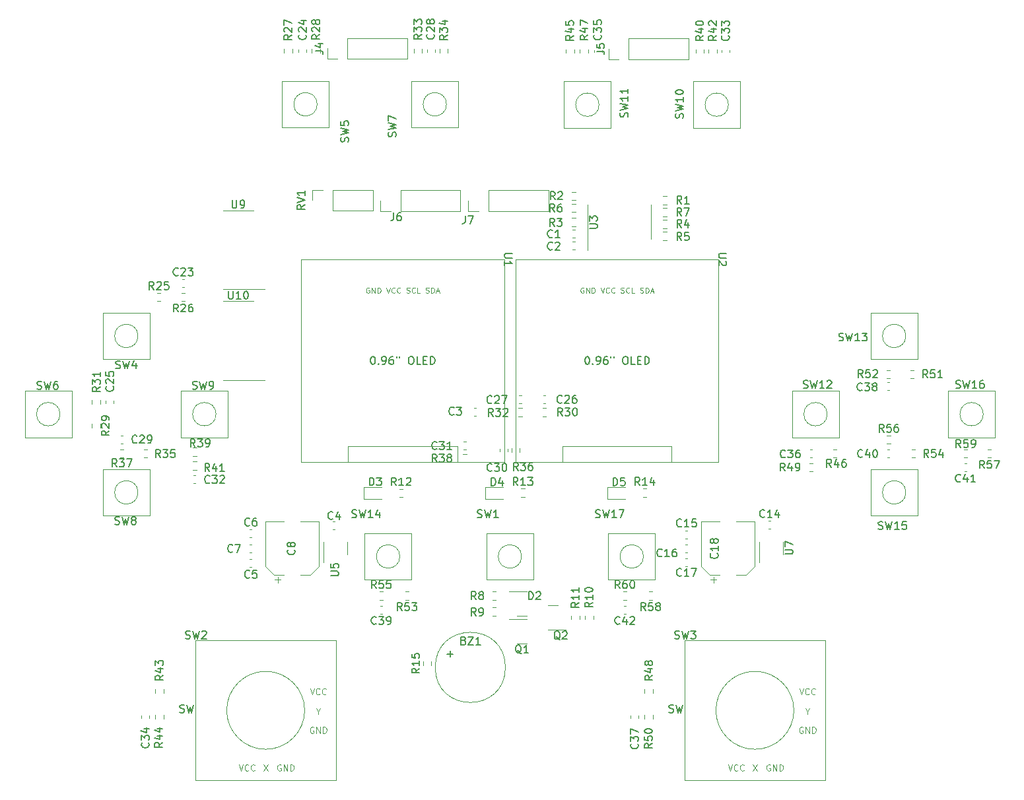
<source format=gbr>
%TF.GenerationSoftware,KiCad,Pcbnew,7.0.2*%
%TF.CreationDate,2023-05-23T12:29:28+08:00*%
%TF.ProjectId,remote_controller,72656d6f-7465-45f6-936f-6e74726f6c6c,rev?*%
%TF.SameCoordinates,PX715d7c0PY5feca40*%
%TF.FileFunction,Legend,Top*%
%TF.FilePolarity,Positive*%
%FSLAX46Y46*%
G04 Gerber Fmt 4.6, Leading zero omitted, Abs format (unit mm)*
G04 Created by KiCad (PCBNEW 7.0.2) date 2023-05-23 12:29:28*
%MOMM*%
%LPD*%
G01*
G04 APERTURE LIST*
%ADD10C,0.150000*%
%ADD11C,0.120000*%
G04 APERTURE END LIST*
D10*
%TO.C,J4*%
X40373419Y64371262D02*
X41087704Y64371262D01*
X41087704Y64371262D02*
X41230561Y64323643D01*
X41230561Y64323643D02*
X41325800Y64228405D01*
X41325800Y64228405D02*
X41373419Y64085548D01*
X41373419Y64085548D02*
X41373419Y63990310D01*
X40706752Y65276024D02*
X41373419Y65276024D01*
X40325800Y65037929D02*
X41040085Y64799834D01*
X41040085Y64799834D02*
X41040085Y65418881D01*
%TO.C,J5*%
X76441419Y64318667D02*
X77155704Y64318667D01*
X77155704Y64318667D02*
X77298561Y64271048D01*
X77298561Y64271048D02*
X77393800Y64175810D01*
X77393800Y64175810D02*
X77441419Y64032953D01*
X77441419Y64032953D02*
X77441419Y63937715D01*
X76441419Y65271048D02*
X76441419Y64794858D01*
X76441419Y64794858D02*
X76917609Y64747239D01*
X76917609Y64747239D02*
X76869990Y64794858D01*
X76869990Y64794858D02*
X76822371Y64890096D01*
X76822371Y64890096D02*
X76822371Y65128191D01*
X76822371Y65128191D02*
X76869990Y65223429D01*
X76869990Y65223429D02*
X76917609Y65271048D01*
X76917609Y65271048D02*
X77012847Y65318667D01*
X77012847Y65318667D02*
X77250942Y65318667D01*
X77250942Y65318667D02*
X77346180Y65271048D01*
X77346180Y65271048D02*
X77393800Y65223429D01*
X77393800Y65223429D02*
X77441419Y65128191D01*
X77441419Y65128191D02*
X77441419Y64890096D01*
X77441419Y64890096D02*
X77393800Y64794858D01*
X77393800Y64794858D02*
X77346180Y64747239D01*
%TO.C,J7*%
X59610666Y43209381D02*
X59610666Y42495096D01*
X59610666Y42495096D02*
X59563047Y42352239D01*
X59563047Y42352239D02*
X59467809Y42257000D01*
X59467809Y42257000D02*
X59324952Y42209381D01*
X59324952Y42209381D02*
X59229714Y42209381D01*
X59991619Y43209381D02*
X60658285Y43209381D01*
X60658285Y43209381D02*
X60229714Y42209381D01*
%TO.C,J6*%
X50415866Y43615781D02*
X50415866Y42901496D01*
X50415866Y42901496D02*
X50368247Y42758639D01*
X50368247Y42758639D02*
X50273009Y42663400D01*
X50273009Y42663400D02*
X50130152Y42615781D01*
X50130152Y42615781D02*
X50034914Y42615781D01*
X51320628Y43615781D02*
X51130152Y43615781D01*
X51130152Y43615781D02*
X51034914Y43568162D01*
X51034914Y43568162D02*
X50987295Y43520543D01*
X50987295Y43520543D02*
X50892057Y43377686D01*
X50892057Y43377686D02*
X50844438Y43187210D01*
X50844438Y43187210D02*
X50844438Y42806258D01*
X50844438Y42806258D02*
X50892057Y42711020D01*
X50892057Y42711020D02*
X50939676Y42663400D01*
X50939676Y42663400D02*
X51034914Y42615781D01*
X51034914Y42615781D02*
X51225390Y42615781D01*
X51225390Y42615781D02*
X51320628Y42663400D01*
X51320628Y42663400D02*
X51368247Y42711020D01*
X51368247Y42711020D02*
X51415866Y42806258D01*
X51415866Y42806258D02*
X51415866Y43044353D01*
X51415866Y43044353D02*
X51368247Y43139591D01*
X51368247Y43139591D02*
X51320628Y43187210D01*
X51320628Y43187210D02*
X51225390Y43234829D01*
X51225390Y43234829D02*
X51034914Y43234829D01*
X51034914Y43234829D02*
X50939676Y43187210D01*
X50939676Y43187210D02*
X50892057Y43139591D01*
X50892057Y43139591D02*
X50844438Y43044353D01*
%TO.C,SW2*%
X23740727Y-10983350D02*
X23883584Y-11030969D01*
X23883584Y-11030969D02*
X24121679Y-11030969D01*
X24121679Y-11030969D02*
X24216917Y-10983350D01*
X24216917Y-10983350D02*
X24264536Y-10935730D01*
X24264536Y-10935730D02*
X24312155Y-10840492D01*
X24312155Y-10840492D02*
X24312155Y-10745254D01*
X24312155Y-10745254D02*
X24264536Y-10650016D01*
X24264536Y-10650016D02*
X24216917Y-10602397D01*
X24216917Y-10602397D02*
X24121679Y-10554778D01*
X24121679Y-10554778D02*
X23931203Y-10507159D01*
X23931203Y-10507159D02*
X23835965Y-10459540D01*
X23835965Y-10459540D02*
X23788346Y-10411921D01*
X23788346Y-10411921D02*
X23740727Y-10316683D01*
X23740727Y-10316683D02*
X23740727Y-10221445D01*
X23740727Y-10221445D02*
X23788346Y-10126207D01*
X23788346Y-10126207D02*
X23835965Y-10078588D01*
X23835965Y-10078588D02*
X23931203Y-10030969D01*
X23931203Y-10030969D02*
X24169298Y-10030969D01*
X24169298Y-10030969D02*
X24312155Y-10078588D01*
X24645489Y-10030969D02*
X24883584Y-11030969D01*
X24883584Y-11030969D02*
X25074060Y-10316683D01*
X25074060Y-10316683D02*
X25264536Y-11030969D01*
X25264536Y-11030969D02*
X25502632Y-10030969D01*
X25835965Y-10126207D02*
X25883584Y-10078588D01*
X25883584Y-10078588D02*
X25978822Y-10030969D01*
X25978822Y-10030969D02*
X26216917Y-10030969D01*
X26216917Y-10030969D02*
X26312155Y-10078588D01*
X26312155Y-10078588D02*
X26359774Y-10126207D01*
X26359774Y-10126207D02*
X26407393Y-10221445D01*
X26407393Y-10221445D02*
X26407393Y-10316683D01*
X26407393Y-10316683D02*
X26359774Y-10459540D01*
X26359774Y-10459540D02*
X25788346Y-11030969D01*
X25788346Y-11030969D02*
X26407393Y-11030969D01*
D11*
X33760393Y-27161445D02*
X34293727Y-27961445D01*
X34293727Y-27161445D02*
X33760393Y-27961445D01*
X30547393Y-27161445D02*
X30814060Y-27961445D01*
X30814060Y-27961445D02*
X31080726Y-27161445D01*
X31804536Y-27885254D02*
X31766440Y-27923350D01*
X31766440Y-27923350D02*
X31652155Y-27961445D01*
X31652155Y-27961445D02*
X31575964Y-27961445D01*
X31575964Y-27961445D02*
X31461678Y-27923350D01*
X31461678Y-27923350D02*
X31385488Y-27847159D01*
X31385488Y-27847159D02*
X31347393Y-27770969D01*
X31347393Y-27770969D02*
X31309297Y-27618588D01*
X31309297Y-27618588D02*
X31309297Y-27504302D01*
X31309297Y-27504302D02*
X31347393Y-27351921D01*
X31347393Y-27351921D02*
X31385488Y-27275730D01*
X31385488Y-27275730D02*
X31461678Y-27199540D01*
X31461678Y-27199540D02*
X31575964Y-27161445D01*
X31575964Y-27161445D02*
X31652155Y-27161445D01*
X31652155Y-27161445D02*
X31766440Y-27199540D01*
X31766440Y-27199540D02*
X31804536Y-27237635D01*
X32604536Y-27885254D02*
X32566440Y-27923350D01*
X32566440Y-27923350D02*
X32452155Y-27961445D01*
X32452155Y-27961445D02*
X32375964Y-27961445D01*
X32375964Y-27961445D02*
X32261678Y-27923350D01*
X32261678Y-27923350D02*
X32185488Y-27847159D01*
X32185488Y-27847159D02*
X32147393Y-27770969D01*
X32147393Y-27770969D02*
X32109297Y-27618588D01*
X32109297Y-27618588D02*
X32109297Y-27504302D01*
X32109297Y-27504302D02*
X32147393Y-27351921D01*
X32147393Y-27351921D02*
X32185488Y-27275730D01*
X32185488Y-27275730D02*
X32261678Y-27199540D01*
X32261678Y-27199540D02*
X32375964Y-27161445D01*
X32375964Y-27161445D02*
X32452155Y-27161445D01*
X32452155Y-27161445D02*
X32566440Y-27199540D01*
X32566440Y-27199540D02*
X32604536Y-27237635D01*
X40148536Y-22373540D02*
X40072346Y-22335445D01*
X40072346Y-22335445D02*
X39958060Y-22335445D01*
X39958060Y-22335445D02*
X39843774Y-22373540D01*
X39843774Y-22373540D02*
X39767584Y-22449730D01*
X39767584Y-22449730D02*
X39729489Y-22525921D01*
X39729489Y-22525921D02*
X39691393Y-22678302D01*
X39691393Y-22678302D02*
X39691393Y-22792588D01*
X39691393Y-22792588D02*
X39729489Y-22944969D01*
X39729489Y-22944969D02*
X39767584Y-23021159D01*
X39767584Y-23021159D02*
X39843774Y-23097350D01*
X39843774Y-23097350D02*
X39958060Y-23135445D01*
X39958060Y-23135445D02*
X40034251Y-23135445D01*
X40034251Y-23135445D02*
X40148536Y-23097350D01*
X40148536Y-23097350D02*
X40186632Y-23059254D01*
X40186632Y-23059254D02*
X40186632Y-22792588D01*
X40186632Y-22792588D02*
X40034251Y-22792588D01*
X40529489Y-23135445D02*
X40529489Y-22335445D01*
X40529489Y-22335445D02*
X40986632Y-23135445D01*
X40986632Y-23135445D02*
X40986632Y-22335445D01*
X41367584Y-23135445D02*
X41367584Y-22335445D01*
X41367584Y-22335445D02*
X41558060Y-22335445D01*
X41558060Y-22335445D02*
X41672346Y-22373540D01*
X41672346Y-22373540D02*
X41748536Y-22449730D01*
X41748536Y-22449730D02*
X41786631Y-22525921D01*
X41786631Y-22525921D02*
X41824727Y-22678302D01*
X41824727Y-22678302D02*
X41824727Y-22792588D01*
X41824727Y-22792588D02*
X41786631Y-22944969D01*
X41786631Y-22944969D02*
X41748536Y-23021159D01*
X41748536Y-23021159D02*
X41672346Y-23097350D01*
X41672346Y-23097350D02*
X41558060Y-23135445D01*
X41558060Y-23135445D02*
X41367584Y-23135445D01*
D10*
X23009917Y-20448350D02*
X23152774Y-20495969D01*
X23152774Y-20495969D02*
X23390869Y-20495969D01*
X23390869Y-20495969D02*
X23486107Y-20448350D01*
X23486107Y-20448350D02*
X23533726Y-20400730D01*
X23533726Y-20400730D02*
X23581345Y-20305492D01*
X23581345Y-20305492D02*
X23581345Y-20210254D01*
X23581345Y-20210254D02*
X23533726Y-20115016D01*
X23533726Y-20115016D02*
X23486107Y-20067397D01*
X23486107Y-20067397D02*
X23390869Y-20019778D01*
X23390869Y-20019778D02*
X23200393Y-19972159D01*
X23200393Y-19972159D02*
X23105155Y-19924540D01*
X23105155Y-19924540D02*
X23057536Y-19876921D01*
X23057536Y-19876921D02*
X23009917Y-19781683D01*
X23009917Y-19781683D02*
X23009917Y-19686445D01*
X23009917Y-19686445D02*
X23057536Y-19591207D01*
X23057536Y-19591207D02*
X23105155Y-19543588D01*
X23105155Y-19543588D02*
X23200393Y-19495969D01*
X23200393Y-19495969D02*
X23438488Y-19495969D01*
X23438488Y-19495969D02*
X23581345Y-19543588D01*
X23914679Y-19495969D02*
X24152774Y-20495969D01*
X24152774Y-20495969D02*
X24343250Y-19781683D01*
X24343250Y-19781683D02*
X24533726Y-20495969D01*
X24533726Y-20495969D02*
X24771822Y-19495969D01*
D11*
X40758060Y-20341492D02*
X40758060Y-20722445D01*
X40491393Y-19922445D02*
X40758060Y-20341492D01*
X40758060Y-20341492D02*
X41024726Y-19922445D01*
X39691393Y-17382445D02*
X39958060Y-18182445D01*
X39958060Y-18182445D02*
X40224726Y-17382445D01*
X40948536Y-18106254D02*
X40910440Y-18144350D01*
X40910440Y-18144350D02*
X40796155Y-18182445D01*
X40796155Y-18182445D02*
X40719964Y-18182445D01*
X40719964Y-18182445D02*
X40605678Y-18144350D01*
X40605678Y-18144350D02*
X40529488Y-18068159D01*
X40529488Y-18068159D02*
X40491393Y-17991969D01*
X40491393Y-17991969D02*
X40453297Y-17839588D01*
X40453297Y-17839588D02*
X40453297Y-17725302D01*
X40453297Y-17725302D02*
X40491393Y-17572921D01*
X40491393Y-17572921D02*
X40529488Y-17496730D01*
X40529488Y-17496730D02*
X40605678Y-17420540D01*
X40605678Y-17420540D02*
X40719964Y-17382445D01*
X40719964Y-17382445D02*
X40796155Y-17382445D01*
X40796155Y-17382445D02*
X40910440Y-17420540D01*
X40910440Y-17420540D02*
X40948536Y-17458635D01*
X41748536Y-18106254D02*
X41710440Y-18144350D01*
X41710440Y-18144350D02*
X41596155Y-18182445D01*
X41596155Y-18182445D02*
X41519964Y-18182445D01*
X41519964Y-18182445D02*
X41405678Y-18144350D01*
X41405678Y-18144350D02*
X41329488Y-18068159D01*
X41329488Y-18068159D02*
X41291393Y-17991969D01*
X41291393Y-17991969D02*
X41253297Y-17839588D01*
X41253297Y-17839588D02*
X41253297Y-17725302D01*
X41253297Y-17725302D02*
X41291393Y-17572921D01*
X41291393Y-17572921D02*
X41329488Y-17496730D01*
X41329488Y-17496730D02*
X41405678Y-17420540D01*
X41405678Y-17420540D02*
X41519964Y-17382445D01*
X41519964Y-17382445D02*
X41596155Y-17382445D01*
X41596155Y-17382445D02*
X41710440Y-17420540D01*
X41710440Y-17420540D02*
X41748536Y-17458635D01*
X35957536Y-27199540D02*
X35881346Y-27161445D01*
X35881346Y-27161445D02*
X35767060Y-27161445D01*
X35767060Y-27161445D02*
X35652774Y-27199540D01*
X35652774Y-27199540D02*
X35576584Y-27275730D01*
X35576584Y-27275730D02*
X35538489Y-27351921D01*
X35538489Y-27351921D02*
X35500393Y-27504302D01*
X35500393Y-27504302D02*
X35500393Y-27618588D01*
X35500393Y-27618588D02*
X35538489Y-27770969D01*
X35538489Y-27770969D02*
X35576584Y-27847159D01*
X35576584Y-27847159D02*
X35652774Y-27923350D01*
X35652774Y-27923350D02*
X35767060Y-27961445D01*
X35767060Y-27961445D02*
X35843251Y-27961445D01*
X35843251Y-27961445D02*
X35957536Y-27923350D01*
X35957536Y-27923350D02*
X35995632Y-27885254D01*
X35995632Y-27885254D02*
X35995632Y-27618588D01*
X35995632Y-27618588D02*
X35843251Y-27618588D01*
X36338489Y-27961445D02*
X36338489Y-27161445D01*
X36338489Y-27161445D02*
X36795632Y-27961445D01*
X36795632Y-27961445D02*
X36795632Y-27161445D01*
X37176584Y-27961445D02*
X37176584Y-27161445D01*
X37176584Y-27161445D02*
X37367060Y-27161445D01*
X37367060Y-27161445D02*
X37481346Y-27199540D01*
X37481346Y-27199540D02*
X37557536Y-27275730D01*
X37557536Y-27275730D02*
X37595631Y-27351921D01*
X37595631Y-27351921D02*
X37633727Y-27504302D01*
X37633727Y-27504302D02*
X37633727Y-27618588D01*
X37633727Y-27618588D02*
X37595631Y-27770969D01*
X37595631Y-27770969D02*
X37557536Y-27847159D01*
X37557536Y-27847159D02*
X37481346Y-27923350D01*
X37481346Y-27923350D02*
X37367060Y-27961445D01*
X37367060Y-27961445D02*
X37176584Y-27961445D01*
D10*
%TO.C,SW3*%
X86478727Y-10983350D02*
X86621584Y-11030969D01*
X86621584Y-11030969D02*
X86859679Y-11030969D01*
X86859679Y-11030969D02*
X86954917Y-10983350D01*
X86954917Y-10983350D02*
X87002536Y-10935730D01*
X87002536Y-10935730D02*
X87050155Y-10840492D01*
X87050155Y-10840492D02*
X87050155Y-10745254D01*
X87050155Y-10745254D02*
X87002536Y-10650016D01*
X87002536Y-10650016D02*
X86954917Y-10602397D01*
X86954917Y-10602397D02*
X86859679Y-10554778D01*
X86859679Y-10554778D02*
X86669203Y-10507159D01*
X86669203Y-10507159D02*
X86573965Y-10459540D01*
X86573965Y-10459540D02*
X86526346Y-10411921D01*
X86526346Y-10411921D02*
X86478727Y-10316683D01*
X86478727Y-10316683D02*
X86478727Y-10221445D01*
X86478727Y-10221445D02*
X86526346Y-10126207D01*
X86526346Y-10126207D02*
X86573965Y-10078588D01*
X86573965Y-10078588D02*
X86669203Y-10030969D01*
X86669203Y-10030969D02*
X86907298Y-10030969D01*
X86907298Y-10030969D02*
X87050155Y-10078588D01*
X87383489Y-10030969D02*
X87621584Y-11030969D01*
X87621584Y-11030969D02*
X87812060Y-10316683D01*
X87812060Y-10316683D02*
X88002536Y-11030969D01*
X88002536Y-11030969D02*
X88240632Y-10030969D01*
X88526346Y-10030969D02*
X89145393Y-10030969D01*
X89145393Y-10030969D02*
X88812060Y-10411921D01*
X88812060Y-10411921D02*
X88954917Y-10411921D01*
X88954917Y-10411921D02*
X89050155Y-10459540D01*
X89050155Y-10459540D02*
X89097774Y-10507159D01*
X89097774Y-10507159D02*
X89145393Y-10602397D01*
X89145393Y-10602397D02*
X89145393Y-10840492D01*
X89145393Y-10840492D02*
X89097774Y-10935730D01*
X89097774Y-10935730D02*
X89050155Y-10983350D01*
X89050155Y-10983350D02*
X88954917Y-11030969D01*
X88954917Y-11030969D02*
X88669203Y-11030969D01*
X88669203Y-11030969D02*
X88573965Y-10983350D01*
X88573965Y-10983350D02*
X88526346Y-10935730D01*
D11*
X96498393Y-27161445D02*
X97031727Y-27961445D01*
X97031727Y-27161445D02*
X96498393Y-27961445D01*
X93285393Y-27161445D02*
X93552060Y-27961445D01*
X93552060Y-27961445D02*
X93818726Y-27161445D01*
X94542536Y-27885254D02*
X94504440Y-27923350D01*
X94504440Y-27923350D02*
X94390155Y-27961445D01*
X94390155Y-27961445D02*
X94313964Y-27961445D01*
X94313964Y-27961445D02*
X94199678Y-27923350D01*
X94199678Y-27923350D02*
X94123488Y-27847159D01*
X94123488Y-27847159D02*
X94085393Y-27770969D01*
X94085393Y-27770969D02*
X94047297Y-27618588D01*
X94047297Y-27618588D02*
X94047297Y-27504302D01*
X94047297Y-27504302D02*
X94085393Y-27351921D01*
X94085393Y-27351921D02*
X94123488Y-27275730D01*
X94123488Y-27275730D02*
X94199678Y-27199540D01*
X94199678Y-27199540D02*
X94313964Y-27161445D01*
X94313964Y-27161445D02*
X94390155Y-27161445D01*
X94390155Y-27161445D02*
X94504440Y-27199540D01*
X94504440Y-27199540D02*
X94542536Y-27237635D01*
X95342536Y-27885254D02*
X95304440Y-27923350D01*
X95304440Y-27923350D02*
X95190155Y-27961445D01*
X95190155Y-27961445D02*
X95113964Y-27961445D01*
X95113964Y-27961445D02*
X94999678Y-27923350D01*
X94999678Y-27923350D02*
X94923488Y-27847159D01*
X94923488Y-27847159D02*
X94885393Y-27770969D01*
X94885393Y-27770969D02*
X94847297Y-27618588D01*
X94847297Y-27618588D02*
X94847297Y-27504302D01*
X94847297Y-27504302D02*
X94885393Y-27351921D01*
X94885393Y-27351921D02*
X94923488Y-27275730D01*
X94923488Y-27275730D02*
X94999678Y-27199540D01*
X94999678Y-27199540D02*
X95113964Y-27161445D01*
X95113964Y-27161445D02*
X95190155Y-27161445D01*
X95190155Y-27161445D02*
X95304440Y-27199540D01*
X95304440Y-27199540D02*
X95342536Y-27237635D01*
X102886536Y-22373540D02*
X102810346Y-22335445D01*
X102810346Y-22335445D02*
X102696060Y-22335445D01*
X102696060Y-22335445D02*
X102581774Y-22373540D01*
X102581774Y-22373540D02*
X102505584Y-22449730D01*
X102505584Y-22449730D02*
X102467489Y-22525921D01*
X102467489Y-22525921D02*
X102429393Y-22678302D01*
X102429393Y-22678302D02*
X102429393Y-22792588D01*
X102429393Y-22792588D02*
X102467489Y-22944969D01*
X102467489Y-22944969D02*
X102505584Y-23021159D01*
X102505584Y-23021159D02*
X102581774Y-23097350D01*
X102581774Y-23097350D02*
X102696060Y-23135445D01*
X102696060Y-23135445D02*
X102772251Y-23135445D01*
X102772251Y-23135445D02*
X102886536Y-23097350D01*
X102886536Y-23097350D02*
X102924632Y-23059254D01*
X102924632Y-23059254D02*
X102924632Y-22792588D01*
X102924632Y-22792588D02*
X102772251Y-22792588D01*
X103267489Y-23135445D02*
X103267489Y-22335445D01*
X103267489Y-22335445D02*
X103724632Y-23135445D01*
X103724632Y-23135445D02*
X103724632Y-22335445D01*
X104105584Y-23135445D02*
X104105584Y-22335445D01*
X104105584Y-22335445D02*
X104296060Y-22335445D01*
X104296060Y-22335445D02*
X104410346Y-22373540D01*
X104410346Y-22373540D02*
X104486536Y-22449730D01*
X104486536Y-22449730D02*
X104524631Y-22525921D01*
X104524631Y-22525921D02*
X104562727Y-22678302D01*
X104562727Y-22678302D02*
X104562727Y-22792588D01*
X104562727Y-22792588D02*
X104524631Y-22944969D01*
X104524631Y-22944969D02*
X104486536Y-23021159D01*
X104486536Y-23021159D02*
X104410346Y-23097350D01*
X104410346Y-23097350D02*
X104296060Y-23135445D01*
X104296060Y-23135445D02*
X104105584Y-23135445D01*
D10*
X85747917Y-20448350D02*
X85890774Y-20495969D01*
X85890774Y-20495969D02*
X86128869Y-20495969D01*
X86128869Y-20495969D02*
X86224107Y-20448350D01*
X86224107Y-20448350D02*
X86271726Y-20400730D01*
X86271726Y-20400730D02*
X86319345Y-20305492D01*
X86319345Y-20305492D02*
X86319345Y-20210254D01*
X86319345Y-20210254D02*
X86271726Y-20115016D01*
X86271726Y-20115016D02*
X86224107Y-20067397D01*
X86224107Y-20067397D02*
X86128869Y-20019778D01*
X86128869Y-20019778D02*
X85938393Y-19972159D01*
X85938393Y-19972159D02*
X85843155Y-19924540D01*
X85843155Y-19924540D02*
X85795536Y-19876921D01*
X85795536Y-19876921D02*
X85747917Y-19781683D01*
X85747917Y-19781683D02*
X85747917Y-19686445D01*
X85747917Y-19686445D02*
X85795536Y-19591207D01*
X85795536Y-19591207D02*
X85843155Y-19543588D01*
X85843155Y-19543588D02*
X85938393Y-19495969D01*
X85938393Y-19495969D02*
X86176488Y-19495969D01*
X86176488Y-19495969D02*
X86319345Y-19543588D01*
X86652679Y-19495969D02*
X86890774Y-20495969D01*
X86890774Y-20495969D02*
X87081250Y-19781683D01*
X87081250Y-19781683D02*
X87271726Y-20495969D01*
X87271726Y-20495969D02*
X87509822Y-19495969D01*
D11*
X103496060Y-20341492D02*
X103496060Y-20722445D01*
X103229393Y-19922445D02*
X103496060Y-20341492D01*
X103496060Y-20341492D02*
X103762726Y-19922445D01*
X102429393Y-17382445D02*
X102696060Y-18182445D01*
X102696060Y-18182445D02*
X102962726Y-17382445D01*
X103686536Y-18106254D02*
X103648440Y-18144350D01*
X103648440Y-18144350D02*
X103534155Y-18182445D01*
X103534155Y-18182445D02*
X103457964Y-18182445D01*
X103457964Y-18182445D02*
X103343678Y-18144350D01*
X103343678Y-18144350D02*
X103267488Y-18068159D01*
X103267488Y-18068159D02*
X103229393Y-17991969D01*
X103229393Y-17991969D02*
X103191297Y-17839588D01*
X103191297Y-17839588D02*
X103191297Y-17725302D01*
X103191297Y-17725302D02*
X103229393Y-17572921D01*
X103229393Y-17572921D02*
X103267488Y-17496730D01*
X103267488Y-17496730D02*
X103343678Y-17420540D01*
X103343678Y-17420540D02*
X103457964Y-17382445D01*
X103457964Y-17382445D02*
X103534155Y-17382445D01*
X103534155Y-17382445D02*
X103648440Y-17420540D01*
X103648440Y-17420540D02*
X103686536Y-17458635D01*
X104486536Y-18106254D02*
X104448440Y-18144350D01*
X104448440Y-18144350D02*
X104334155Y-18182445D01*
X104334155Y-18182445D02*
X104257964Y-18182445D01*
X104257964Y-18182445D02*
X104143678Y-18144350D01*
X104143678Y-18144350D02*
X104067488Y-18068159D01*
X104067488Y-18068159D02*
X104029393Y-17991969D01*
X104029393Y-17991969D02*
X103991297Y-17839588D01*
X103991297Y-17839588D02*
X103991297Y-17725302D01*
X103991297Y-17725302D02*
X104029393Y-17572921D01*
X104029393Y-17572921D02*
X104067488Y-17496730D01*
X104067488Y-17496730D02*
X104143678Y-17420540D01*
X104143678Y-17420540D02*
X104257964Y-17382445D01*
X104257964Y-17382445D02*
X104334155Y-17382445D01*
X104334155Y-17382445D02*
X104448440Y-17420540D01*
X104448440Y-17420540D02*
X104486536Y-17458635D01*
X98695536Y-27199540D02*
X98619346Y-27161445D01*
X98619346Y-27161445D02*
X98505060Y-27161445D01*
X98505060Y-27161445D02*
X98390774Y-27199540D01*
X98390774Y-27199540D02*
X98314584Y-27275730D01*
X98314584Y-27275730D02*
X98276489Y-27351921D01*
X98276489Y-27351921D02*
X98238393Y-27504302D01*
X98238393Y-27504302D02*
X98238393Y-27618588D01*
X98238393Y-27618588D02*
X98276489Y-27770969D01*
X98276489Y-27770969D02*
X98314584Y-27847159D01*
X98314584Y-27847159D02*
X98390774Y-27923350D01*
X98390774Y-27923350D02*
X98505060Y-27961445D01*
X98505060Y-27961445D02*
X98581251Y-27961445D01*
X98581251Y-27961445D02*
X98695536Y-27923350D01*
X98695536Y-27923350D02*
X98733632Y-27885254D01*
X98733632Y-27885254D02*
X98733632Y-27618588D01*
X98733632Y-27618588D02*
X98581251Y-27618588D01*
X99076489Y-27961445D02*
X99076489Y-27161445D01*
X99076489Y-27161445D02*
X99533632Y-27961445D01*
X99533632Y-27961445D02*
X99533632Y-27161445D01*
X99914584Y-27961445D02*
X99914584Y-27161445D01*
X99914584Y-27161445D02*
X100105060Y-27161445D01*
X100105060Y-27161445D02*
X100219346Y-27199540D01*
X100219346Y-27199540D02*
X100295536Y-27275730D01*
X100295536Y-27275730D02*
X100333631Y-27351921D01*
X100333631Y-27351921D02*
X100371727Y-27504302D01*
X100371727Y-27504302D02*
X100371727Y-27618588D01*
X100371727Y-27618588D02*
X100333631Y-27770969D01*
X100333631Y-27770969D02*
X100295536Y-27847159D01*
X100295536Y-27847159D02*
X100219346Y-27923350D01*
X100219346Y-27923350D02*
X100105060Y-27961445D01*
X100105060Y-27961445D02*
X99914584Y-27961445D01*
D10*
%TO.C,D3*%
X47322465Y8638531D02*
X47322465Y9638531D01*
X47322465Y9638531D02*
X47560560Y9638531D01*
X47560560Y9638531D02*
X47703417Y9590912D01*
X47703417Y9590912D02*
X47798655Y9495674D01*
X47798655Y9495674D02*
X47846274Y9400436D01*
X47846274Y9400436D02*
X47893893Y9209960D01*
X47893893Y9209960D02*
X47893893Y9067103D01*
X47893893Y9067103D02*
X47846274Y8876627D01*
X47846274Y8876627D02*
X47798655Y8781389D01*
X47798655Y8781389D02*
X47703417Y8686150D01*
X47703417Y8686150D02*
X47560560Y8638531D01*
X47560560Y8638531D02*
X47322465Y8638531D01*
X48227227Y9638531D02*
X48846274Y9638531D01*
X48846274Y9638531D02*
X48512941Y9257579D01*
X48512941Y9257579D02*
X48655798Y9257579D01*
X48655798Y9257579D02*
X48751036Y9209960D01*
X48751036Y9209960D02*
X48798655Y9162341D01*
X48798655Y9162341D02*
X48846274Y9067103D01*
X48846274Y9067103D02*
X48846274Y8829008D01*
X48846274Y8829008D02*
X48798655Y8733770D01*
X48798655Y8733770D02*
X48751036Y8686150D01*
X48751036Y8686150D02*
X48655798Y8638531D01*
X48655798Y8638531D02*
X48370084Y8638531D01*
X48370084Y8638531D02*
X48274846Y8686150D01*
X48274846Y8686150D02*
X48227227Y8733770D01*
%TO.C,RV1*%
X39018679Y44614912D02*
X38542488Y44281579D01*
X39018679Y44043484D02*
X38018679Y44043484D01*
X38018679Y44043484D02*
X38018679Y44424436D01*
X38018679Y44424436D02*
X38066298Y44519674D01*
X38066298Y44519674D02*
X38113917Y44567293D01*
X38113917Y44567293D02*
X38209155Y44614912D01*
X38209155Y44614912D02*
X38352012Y44614912D01*
X38352012Y44614912D02*
X38447250Y44567293D01*
X38447250Y44567293D02*
X38494869Y44519674D01*
X38494869Y44519674D02*
X38542488Y44424436D01*
X38542488Y44424436D02*
X38542488Y44043484D01*
X38018679Y44900627D02*
X39018679Y45233960D01*
X39018679Y45233960D02*
X38018679Y45567293D01*
X39018679Y46424436D02*
X39018679Y45853008D01*
X39018679Y46138722D02*
X38018679Y46138722D01*
X38018679Y46138722D02*
X38161536Y46043484D01*
X38161536Y46043484D02*
X38256774Y45948246D01*
X38256774Y45948246D02*
X38304393Y45853008D01*
%TO.C,SW10*%
X87513475Y55760477D02*
X87561094Y55903334D01*
X87561094Y55903334D02*
X87561094Y56141429D01*
X87561094Y56141429D02*
X87513475Y56236667D01*
X87513475Y56236667D02*
X87465855Y56284286D01*
X87465855Y56284286D02*
X87370617Y56331905D01*
X87370617Y56331905D02*
X87275379Y56331905D01*
X87275379Y56331905D02*
X87180141Y56284286D01*
X87180141Y56284286D02*
X87132522Y56236667D01*
X87132522Y56236667D02*
X87084903Y56141429D01*
X87084903Y56141429D02*
X87037284Y55950953D01*
X87037284Y55950953D02*
X86989665Y55855715D01*
X86989665Y55855715D02*
X86942046Y55808096D01*
X86942046Y55808096D02*
X86846808Y55760477D01*
X86846808Y55760477D02*
X86751570Y55760477D01*
X86751570Y55760477D02*
X86656332Y55808096D01*
X86656332Y55808096D02*
X86608713Y55855715D01*
X86608713Y55855715D02*
X86561094Y55950953D01*
X86561094Y55950953D02*
X86561094Y56189048D01*
X86561094Y56189048D02*
X86608713Y56331905D01*
X86561094Y56665239D02*
X87561094Y56903334D01*
X87561094Y56903334D02*
X86846808Y57093810D01*
X86846808Y57093810D02*
X87561094Y57284286D01*
X87561094Y57284286D02*
X86561094Y57522381D01*
X87561094Y58427143D02*
X87561094Y57855715D01*
X87561094Y58141429D02*
X86561094Y58141429D01*
X86561094Y58141429D02*
X86703951Y58046191D01*
X86703951Y58046191D02*
X86799189Y57950953D01*
X86799189Y57950953D02*
X86846808Y57855715D01*
X86561094Y59046191D02*
X86561094Y59141429D01*
X86561094Y59141429D02*
X86608713Y59236667D01*
X86608713Y59236667D02*
X86656332Y59284286D01*
X86656332Y59284286D02*
X86751570Y59331905D01*
X86751570Y59331905D02*
X86942046Y59379524D01*
X86942046Y59379524D02*
X87180141Y59379524D01*
X87180141Y59379524D02*
X87370617Y59331905D01*
X87370617Y59331905D02*
X87465855Y59284286D01*
X87465855Y59284286D02*
X87513475Y59236667D01*
X87513475Y59236667D02*
X87561094Y59141429D01*
X87561094Y59141429D02*
X87561094Y59046191D01*
X87561094Y59046191D02*
X87513475Y58950953D01*
X87513475Y58950953D02*
X87465855Y58903334D01*
X87465855Y58903334D02*
X87370617Y58855715D01*
X87370617Y58855715D02*
X87180141Y58808096D01*
X87180141Y58808096D02*
X86942046Y58808096D01*
X86942046Y58808096D02*
X86751570Y58855715D01*
X86751570Y58855715D02*
X86656332Y58903334D01*
X86656332Y58903334D02*
X86608713Y58950953D01*
X86608713Y58950953D02*
X86561094Y59046191D01*
%TO.C,U2*%
X93109080Y38399905D02*
X92299557Y38399905D01*
X92299557Y38399905D02*
X92204319Y38352286D01*
X92204319Y38352286D02*
X92156700Y38304667D01*
X92156700Y38304667D02*
X92109080Y38209429D01*
X92109080Y38209429D02*
X92109080Y38018953D01*
X92109080Y38018953D02*
X92156700Y37923715D01*
X92156700Y37923715D02*
X92204319Y37876096D01*
X92204319Y37876096D02*
X92299557Y37828477D01*
X92299557Y37828477D02*
X93109080Y37828477D01*
X93013842Y37399905D02*
X93061461Y37352286D01*
X93061461Y37352286D02*
X93109080Y37257048D01*
X93109080Y37257048D02*
X93109080Y37018953D01*
X93109080Y37018953D02*
X93061461Y36923715D01*
X93061461Y36923715D02*
X93013842Y36876096D01*
X93013842Y36876096D02*
X92918604Y36828477D01*
X92918604Y36828477D02*
X92823366Y36828477D01*
X92823366Y36828477D02*
X92680509Y36876096D01*
X92680509Y36876096D02*
X92109080Y37447524D01*
X92109080Y37447524D02*
X92109080Y36828477D01*
D11*
X76969656Y34026367D02*
X77202990Y33326367D01*
X77202990Y33326367D02*
X77436323Y34026367D01*
X78069656Y33393034D02*
X78036323Y33359700D01*
X78036323Y33359700D02*
X77936323Y33326367D01*
X77936323Y33326367D02*
X77869656Y33326367D01*
X77869656Y33326367D02*
X77769656Y33359700D01*
X77769656Y33359700D02*
X77702990Y33426367D01*
X77702990Y33426367D02*
X77669656Y33493034D01*
X77669656Y33493034D02*
X77636323Y33626367D01*
X77636323Y33626367D02*
X77636323Y33726367D01*
X77636323Y33726367D02*
X77669656Y33859700D01*
X77669656Y33859700D02*
X77702990Y33926367D01*
X77702990Y33926367D02*
X77769656Y33993034D01*
X77769656Y33993034D02*
X77869656Y34026367D01*
X77869656Y34026367D02*
X77936323Y34026367D01*
X77936323Y34026367D02*
X78036323Y33993034D01*
X78036323Y33993034D02*
X78069656Y33959700D01*
X78769656Y33393034D02*
X78736323Y33359700D01*
X78736323Y33359700D02*
X78636323Y33326367D01*
X78636323Y33326367D02*
X78569656Y33326367D01*
X78569656Y33326367D02*
X78469656Y33359700D01*
X78469656Y33359700D02*
X78402990Y33426367D01*
X78402990Y33426367D02*
X78369656Y33493034D01*
X78369656Y33493034D02*
X78336323Y33626367D01*
X78336323Y33626367D02*
X78336323Y33726367D01*
X78336323Y33726367D02*
X78369656Y33859700D01*
X78369656Y33859700D02*
X78402990Y33926367D01*
X78402990Y33926367D02*
X78469656Y33993034D01*
X78469656Y33993034D02*
X78569656Y34026367D01*
X78569656Y34026367D02*
X78636323Y34026367D01*
X78636323Y34026367D02*
X78736323Y33993034D01*
X78736323Y33993034D02*
X78769656Y33959700D01*
X79564944Y33359700D02*
X79664944Y33326367D01*
X79664944Y33326367D02*
X79831611Y33326367D01*
X79831611Y33326367D02*
X79898277Y33359700D01*
X79898277Y33359700D02*
X79931611Y33393034D01*
X79931611Y33393034D02*
X79964944Y33459700D01*
X79964944Y33459700D02*
X79964944Y33526367D01*
X79964944Y33526367D02*
X79931611Y33593034D01*
X79931611Y33593034D02*
X79898277Y33626367D01*
X79898277Y33626367D02*
X79831611Y33659700D01*
X79831611Y33659700D02*
X79698277Y33693034D01*
X79698277Y33693034D02*
X79631611Y33726367D01*
X79631611Y33726367D02*
X79598277Y33759700D01*
X79598277Y33759700D02*
X79564944Y33826367D01*
X79564944Y33826367D02*
X79564944Y33893034D01*
X79564944Y33893034D02*
X79598277Y33959700D01*
X79598277Y33959700D02*
X79631611Y33993034D01*
X79631611Y33993034D02*
X79698277Y34026367D01*
X79698277Y34026367D02*
X79864944Y34026367D01*
X79864944Y34026367D02*
X79964944Y33993034D01*
X80664944Y33393034D02*
X80631611Y33359700D01*
X80631611Y33359700D02*
X80531611Y33326367D01*
X80531611Y33326367D02*
X80464944Y33326367D01*
X80464944Y33326367D02*
X80364944Y33359700D01*
X80364944Y33359700D02*
X80298278Y33426367D01*
X80298278Y33426367D02*
X80264944Y33493034D01*
X80264944Y33493034D02*
X80231611Y33626367D01*
X80231611Y33626367D02*
X80231611Y33726367D01*
X80231611Y33726367D02*
X80264944Y33859700D01*
X80264944Y33859700D02*
X80298278Y33926367D01*
X80298278Y33926367D02*
X80364944Y33993034D01*
X80364944Y33993034D02*
X80464944Y34026367D01*
X80464944Y34026367D02*
X80531611Y34026367D01*
X80531611Y34026367D02*
X80631611Y33993034D01*
X80631611Y33993034D02*
X80664944Y33959700D01*
X81298278Y33326367D02*
X80964944Y33326367D01*
X80964944Y33326367D02*
X80964944Y34026367D01*
D10*
X75190747Y25175381D02*
X75285985Y25175381D01*
X75285985Y25175381D02*
X75381223Y25127762D01*
X75381223Y25127762D02*
X75428842Y25080143D01*
X75428842Y25080143D02*
X75476461Y24984905D01*
X75476461Y24984905D02*
X75524080Y24794429D01*
X75524080Y24794429D02*
X75524080Y24556334D01*
X75524080Y24556334D02*
X75476461Y24365858D01*
X75476461Y24365858D02*
X75428842Y24270620D01*
X75428842Y24270620D02*
X75381223Y24223000D01*
X75381223Y24223000D02*
X75285985Y24175381D01*
X75285985Y24175381D02*
X75190747Y24175381D01*
X75190747Y24175381D02*
X75095509Y24223000D01*
X75095509Y24223000D02*
X75047890Y24270620D01*
X75047890Y24270620D02*
X75000271Y24365858D01*
X75000271Y24365858D02*
X74952652Y24556334D01*
X74952652Y24556334D02*
X74952652Y24794429D01*
X74952652Y24794429D02*
X75000271Y24984905D01*
X75000271Y24984905D02*
X75047890Y25080143D01*
X75047890Y25080143D02*
X75095509Y25127762D01*
X75095509Y25127762D02*
X75190747Y25175381D01*
X75952652Y24270620D02*
X76000271Y24223000D01*
X76000271Y24223000D02*
X75952652Y24175381D01*
X75952652Y24175381D02*
X75905033Y24223000D01*
X75905033Y24223000D02*
X75952652Y24270620D01*
X75952652Y24270620D02*
X75952652Y24175381D01*
X76476461Y24175381D02*
X76666937Y24175381D01*
X76666937Y24175381D02*
X76762175Y24223000D01*
X76762175Y24223000D02*
X76809794Y24270620D01*
X76809794Y24270620D02*
X76905032Y24413477D01*
X76905032Y24413477D02*
X76952651Y24603953D01*
X76952651Y24603953D02*
X76952651Y24984905D01*
X76952651Y24984905D02*
X76905032Y25080143D01*
X76905032Y25080143D02*
X76857413Y25127762D01*
X76857413Y25127762D02*
X76762175Y25175381D01*
X76762175Y25175381D02*
X76571699Y25175381D01*
X76571699Y25175381D02*
X76476461Y25127762D01*
X76476461Y25127762D02*
X76428842Y25080143D01*
X76428842Y25080143D02*
X76381223Y24984905D01*
X76381223Y24984905D02*
X76381223Y24746810D01*
X76381223Y24746810D02*
X76428842Y24651572D01*
X76428842Y24651572D02*
X76476461Y24603953D01*
X76476461Y24603953D02*
X76571699Y24556334D01*
X76571699Y24556334D02*
X76762175Y24556334D01*
X76762175Y24556334D02*
X76857413Y24603953D01*
X76857413Y24603953D02*
X76905032Y24651572D01*
X76905032Y24651572D02*
X76952651Y24746810D01*
X77809794Y25175381D02*
X77619318Y25175381D01*
X77619318Y25175381D02*
X77524080Y25127762D01*
X77524080Y25127762D02*
X77476461Y25080143D01*
X77476461Y25080143D02*
X77381223Y24937286D01*
X77381223Y24937286D02*
X77333604Y24746810D01*
X77333604Y24746810D02*
X77333604Y24365858D01*
X77333604Y24365858D02*
X77381223Y24270620D01*
X77381223Y24270620D02*
X77428842Y24223000D01*
X77428842Y24223000D02*
X77524080Y24175381D01*
X77524080Y24175381D02*
X77714556Y24175381D01*
X77714556Y24175381D02*
X77809794Y24223000D01*
X77809794Y24223000D02*
X77857413Y24270620D01*
X77857413Y24270620D02*
X77905032Y24365858D01*
X77905032Y24365858D02*
X77905032Y24603953D01*
X77905032Y24603953D02*
X77857413Y24699191D01*
X77857413Y24699191D02*
X77809794Y24746810D01*
X77809794Y24746810D02*
X77714556Y24794429D01*
X77714556Y24794429D02*
X77524080Y24794429D01*
X77524080Y24794429D02*
X77428842Y24746810D01*
X77428842Y24746810D02*
X77381223Y24699191D01*
X77381223Y24699191D02*
X77333604Y24603953D01*
X78285985Y25175381D02*
X78285985Y24984905D01*
X78666937Y25175381D02*
X78666937Y24984905D01*
X80047890Y25175381D02*
X80238366Y25175381D01*
X80238366Y25175381D02*
X80333604Y25127762D01*
X80333604Y25127762D02*
X80428842Y25032524D01*
X80428842Y25032524D02*
X80476461Y24842048D01*
X80476461Y24842048D02*
X80476461Y24508715D01*
X80476461Y24508715D02*
X80428842Y24318239D01*
X80428842Y24318239D02*
X80333604Y24223000D01*
X80333604Y24223000D02*
X80238366Y24175381D01*
X80238366Y24175381D02*
X80047890Y24175381D01*
X80047890Y24175381D02*
X79952652Y24223000D01*
X79952652Y24223000D02*
X79857414Y24318239D01*
X79857414Y24318239D02*
X79809795Y24508715D01*
X79809795Y24508715D02*
X79809795Y24842048D01*
X79809795Y24842048D02*
X79857414Y25032524D01*
X79857414Y25032524D02*
X79952652Y25127762D01*
X79952652Y25127762D02*
X80047890Y25175381D01*
X81381223Y24175381D02*
X80905033Y24175381D01*
X80905033Y24175381D02*
X80905033Y25175381D01*
X81714557Y24699191D02*
X82047890Y24699191D01*
X82190747Y24175381D02*
X81714557Y24175381D01*
X81714557Y24175381D02*
X81714557Y25175381D01*
X81714557Y25175381D02*
X82190747Y25175381D01*
X82619319Y24175381D02*
X82619319Y25175381D01*
X82619319Y25175381D02*
X82857414Y25175381D01*
X82857414Y25175381D02*
X83000271Y25127762D01*
X83000271Y25127762D02*
X83095509Y25032524D01*
X83095509Y25032524D02*
X83143128Y24937286D01*
X83143128Y24937286D02*
X83190747Y24746810D01*
X83190747Y24746810D02*
X83190747Y24603953D01*
X83190747Y24603953D02*
X83143128Y24413477D01*
X83143128Y24413477D02*
X83095509Y24318239D01*
X83095509Y24318239D02*
X83000271Y24223000D01*
X83000271Y24223000D02*
X82857414Y24175381D01*
X82857414Y24175381D02*
X82619319Y24175381D01*
D11*
X74774367Y33993034D02*
X74707700Y34026367D01*
X74707700Y34026367D02*
X74607700Y34026367D01*
X74607700Y34026367D02*
X74507700Y33993034D01*
X74507700Y33993034D02*
X74441034Y33926367D01*
X74441034Y33926367D02*
X74407700Y33859700D01*
X74407700Y33859700D02*
X74374367Y33726367D01*
X74374367Y33726367D02*
X74374367Y33626367D01*
X74374367Y33626367D02*
X74407700Y33493034D01*
X74407700Y33493034D02*
X74441034Y33426367D01*
X74441034Y33426367D02*
X74507700Y33359700D01*
X74507700Y33359700D02*
X74607700Y33326367D01*
X74607700Y33326367D02*
X74674367Y33326367D01*
X74674367Y33326367D02*
X74774367Y33359700D01*
X74774367Y33359700D02*
X74807700Y33393034D01*
X74807700Y33393034D02*
X74807700Y33626367D01*
X74807700Y33626367D02*
X74674367Y33626367D01*
X75107700Y33326367D02*
X75107700Y34026367D01*
X75107700Y34026367D02*
X75507700Y33326367D01*
X75507700Y33326367D02*
X75507700Y34026367D01*
X75841033Y33326367D02*
X75841033Y34026367D01*
X75841033Y34026367D02*
X76007700Y34026367D01*
X76007700Y34026367D02*
X76107700Y33993034D01*
X76107700Y33993034D02*
X76174367Y33926367D01*
X76174367Y33926367D02*
X76207700Y33859700D01*
X76207700Y33859700D02*
X76241033Y33726367D01*
X76241033Y33726367D02*
X76241033Y33626367D01*
X76241033Y33626367D02*
X76207700Y33493034D01*
X76207700Y33493034D02*
X76174367Y33426367D01*
X76174367Y33426367D02*
X76107700Y33359700D01*
X76107700Y33359700D02*
X76007700Y33326367D01*
X76007700Y33326367D02*
X75841033Y33326367D01*
X82026900Y33359700D02*
X82126900Y33326367D01*
X82126900Y33326367D02*
X82293567Y33326367D01*
X82293567Y33326367D02*
X82360233Y33359700D01*
X82360233Y33359700D02*
X82393567Y33393034D01*
X82393567Y33393034D02*
X82426900Y33459700D01*
X82426900Y33459700D02*
X82426900Y33526367D01*
X82426900Y33526367D02*
X82393567Y33593034D01*
X82393567Y33593034D02*
X82360233Y33626367D01*
X82360233Y33626367D02*
X82293567Y33659700D01*
X82293567Y33659700D02*
X82160233Y33693034D01*
X82160233Y33693034D02*
X82093567Y33726367D01*
X82093567Y33726367D02*
X82060233Y33759700D01*
X82060233Y33759700D02*
X82026900Y33826367D01*
X82026900Y33826367D02*
X82026900Y33893034D01*
X82026900Y33893034D02*
X82060233Y33959700D01*
X82060233Y33959700D02*
X82093567Y33993034D01*
X82093567Y33993034D02*
X82160233Y34026367D01*
X82160233Y34026367D02*
X82326900Y34026367D01*
X82326900Y34026367D02*
X82426900Y33993034D01*
X82726900Y33326367D02*
X82726900Y34026367D01*
X82726900Y34026367D02*
X82893567Y34026367D01*
X82893567Y34026367D02*
X82993567Y33993034D01*
X82993567Y33993034D02*
X83060234Y33926367D01*
X83060234Y33926367D02*
X83093567Y33859700D01*
X83093567Y33859700D02*
X83126900Y33726367D01*
X83126900Y33726367D02*
X83126900Y33626367D01*
X83126900Y33626367D02*
X83093567Y33493034D01*
X83093567Y33493034D02*
X83060234Y33426367D01*
X83060234Y33426367D02*
X82993567Y33359700D01*
X82993567Y33359700D02*
X82893567Y33326367D01*
X82893567Y33326367D02*
X82726900Y33326367D01*
X83393567Y33526367D02*
X83726900Y33526367D01*
X83326900Y33326367D02*
X83560234Y34026367D01*
X83560234Y34026367D02*
X83793567Y33326367D01*
D10*
%TO.C,C41*%
X123109702Y9155770D02*
X123062083Y9108150D01*
X123062083Y9108150D02*
X122919226Y9060531D01*
X122919226Y9060531D02*
X122823988Y9060531D01*
X122823988Y9060531D02*
X122681131Y9108150D01*
X122681131Y9108150D02*
X122585893Y9203389D01*
X122585893Y9203389D02*
X122538274Y9298627D01*
X122538274Y9298627D02*
X122490655Y9489103D01*
X122490655Y9489103D02*
X122490655Y9631960D01*
X122490655Y9631960D02*
X122538274Y9822436D01*
X122538274Y9822436D02*
X122585893Y9917674D01*
X122585893Y9917674D02*
X122681131Y10012912D01*
X122681131Y10012912D02*
X122823988Y10060531D01*
X122823988Y10060531D02*
X122919226Y10060531D01*
X122919226Y10060531D02*
X123062083Y10012912D01*
X123062083Y10012912D02*
X123109702Y9965293D01*
X123966845Y9727198D02*
X123966845Y9060531D01*
X123728750Y10108150D02*
X123490655Y9393865D01*
X123490655Y9393865D02*
X124109702Y9393865D01*
X125014464Y9060531D02*
X124443036Y9060531D01*
X124728750Y9060531D02*
X124728750Y10060531D01*
X124728750Y10060531D02*
X124633512Y9917674D01*
X124633512Y9917674D02*
X124538274Y9822436D01*
X124538274Y9822436D02*
X124443036Y9774817D01*
%TO.C,C26*%
X72001142Y19292220D02*
X71953523Y19244600D01*
X71953523Y19244600D02*
X71810666Y19196981D01*
X71810666Y19196981D02*
X71715428Y19196981D01*
X71715428Y19196981D02*
X71572571Y19244600D01*
X71572571Y19244600D02*
X71477333Y19339839D01*
X71477333Y19339839D02*
X71429714Y19435077D01*
X71429714Y19435077D02*
X71382095Y19625553D01*
X71382095Y19625553D02*
X71382095Y19768410D01*
X71382095Y19768410D02*
X71429714Y19958886D01*
X71429714Y19958886D02*
X71477333Y20054124D01*
X71477333Y20054124D02*
X71572571Y20149362D01*
X71572571Y20149362D02*
X71715428Y20196981D01*
X71715428Y20196981D02*
X71810666Y20196981D01*
X71810666Y20196981D02*
X71953523Y20149362D01*
X71953523Y20149362D02*
X72001142Y20101743D01*
X72382095Y20101743D02*
X72429714Y20149362D01*
X72429714Y20149362D02*
X72524952Y20196981D01*
X72524952Y20196981D02*
X72763047Y20196981D01*
X72763047Y20196981D02*
X72858285Y20149362D01*
X72858285Y20149362D02*
X72905904Y20101743D01*
X72905904Y20101743D02*
X72953523Y20006505D01*
X72953523Y20006505D02*
X72953523Y19911267D01*
X72953523Y19911267D02*
X72905904Y19768410D01*
X72905904Y19768410D02*
X72334476Y19196981D01*
X72334476Y19196981D02*
X72953523Y19196981D01*
X73810666Y20196981D02*
X73620190Y20196981D01*
X73620190Y20196981D02*
X73524952Y20149362D01*
X73524952Y20149362D02*
X73477333Y20101743D01*
X73477333Y20101743D02*
X73382095Y19958886D01*
X73382095Y19958886D02*
X73334476Y19768410D01*
X73334476Y19768410D02*
X73334476Y19387458D01*
X73334476Y19387458D02*
X73382095Y19292220D01*
X73382095Y19292220D02*
X73429714Y19244600D01*
X73429714Y19244600D02*
X73524952Y19196981D01*
X73524952Y19196981D02*
X73715428Y19196981D01*
X73715428Y19196981D02*
X73810666Y19244600D01*
X73810666Y19244600D02*
X73858285Y19292220D01*
X73858285Y19292220D02*
X73905904Y19387458D01*
X73905904Y19387458D02*
X73905904Y19625553D01*
X73905904Y19625553D02*
X73858285Y19720791D01*
X73858285Y19720791D02*
X73810666Y19768410D01*
X73810666Y19768410D02*
X73715428Y19816029D01*
X73715428Y19816029D02*
X73524952Y19816029D01*
X73524952Y19816029D02*
X73429714Y19768410D01*
X73429714Y19768410D02*
X73382095Y19720791D01*
X73382095Y19720791D02*
X73334476Y19625553D01*
%TO.C,C40*%
X110555142Y12336620D02*
X110507523Y12289000D01*
X110507523Y12289000D02*
X110364666Y12241381D01*
X110364666Y12241381D02*
X110269428Y12241381D01*
X110269428Y12241381D02*
X110126571Y12289000D01*
X110126571Y12289000D02*
X110031333Y12384239D01*
X110031333Y12384239D02*
X109983714Y12479477D01*
X109983714Y12479477D02*
X109936095Y12669953D01*
X109936095Y12669953D02*
X109936095Y12812810D01*
X109936095Y12812810D02*
X109983714Y13003286D01*
X109983714Y13003286D02*
X110031333Y13098524D01*
X110031333Y13098524D02*
X110126571Y13193762D01*
X110126571Y13193762D02*
X110269428Y13241381D01*
X110269428Y13241381D02*
X110364666Y13241381D01*
X110364666Y13241381D02*
X110507523Y13193762D01*
X110507523Y13193762D02*
X110555142Y13146143D01*
X111412285Y12908048D02*
X111412285Y12241381D01*
X111174190Y13289000D02*
X110936095Y12574715D01*
X110936095Y12574715D02*
X111555142Y12574715D01*
X112126571Y13241381D02*
X112221809Y13241381D01*
X112221809Y13241381D02*
X112317047Y13193762D01*
X112317047Y13193762D02*
X112364666Y13146143D01*
X112364666Y13146143D02*
X112412285Y13050905D01*
X112412285Y13050905D02*
X112459904Y12860429D01*
X112459904Y12860429D02*
X112459904Y12622334D01*
X112459904Y12622334D02*
X112412285Y12431858D01*
X112412285Y12431858D02*
X112364666Y12336620D01*
X112364666Y12336620D02*
X112317047Y12289000D01*
X112317047Y12289000D02*
X112221809Y12241381D01*
X112221809Y12241381D02*
X112126571Y12241381D01*
X112126571Y12241381D02*
X112031333Y12289000D01*
X112031333Y12289000D02*
X111983714Y12336620D01*
X111983714Y12336620D02*
X111936095Y12431858D01*
X111936095Y12431858D02*
X111888476Y12622334D01*
X111888476Y12622334D02*
X111888476Y12860429D01*
X111888476Y12860429D02*
X111936095Y13050905D01*
X111936095Y13050905D02*
X111983714Y13146143D01*
X111983714Y13146143D02*
X112031333Y13193762D01*
X112031333Y13193762D02*
X112126571Y13241381D01*
%TO.C,C6*%
X31931893Y3546769D02*
X31884274Y3499149D01*
X31884274Y3499149D02*
X31741417Y3451530D01*
X31741417Y3451530D02*
X31646179Y3451530D01*
X31646179Y3451530D02*
X31503322Y3499149D01*
X31503322Y3499149D02*
X31408084Y3594388D01*
X31408084Y3594388D02*
X31360465Y3689626D01*
X31360465Y3689626D02*
X31312846Y3880102D01*
X31312846Y3880102D02*
X31312846Y4022959D01*
X31312846Y4022959D02*
X31360465Y4213435D01*
X31360465Y4213435D02*
X31408084Y4308673D01*
X31408084Y4308673D02*
X31503322Y4403911D01*
X31503322Y4403911D02*
X31646179Y4451530D01*
X31646179Y4451530D02*
X31741417Y4451530D01*
X31741417Y4451530D02*
X31884274Y4403911D01*
X31884274Y4403911D02*
X31931893Y4356292D01*
X32789036Y4451530D02*
X32598560Y4451530D01*
X32598560Y4451530D02*
X32503322Y4403911D01*
X32503322Y4403911D02*
X32455703Y4356292D01*
X32455703Y4356292D02*
X32360465Y4213435D01*
X32360465Y4213435D02*
X32312846Y4022959D01*
X32312846Y4022959D02*
X32312846Y3642007D01*
X32312846Y3642007D02*
X32360465Y3546769D01*
X32360465Y3546769D02*
X32408084Y3499149D01*
X32408084Y3499149D02*
X32503322Y3451530D01*
X32503322Y3451530D02*
X32693798Y3451530D01*
X32693798Y3451530D02*
X32789036Y3499149D01*
X32789036Y3499149D02*
X32836655Y3546769D01*
X32836655Y3546769D02*
X32884274Y3642007D01*
X32884274Y3642007D02*
X32884274Y3880102D01*
X32884274Y3880102D02*
X32836655Y3975340D01*
X32836655Y3975340D02*
X32789036Y4022959D01*
X32789036Y4022959D02*
X32693798Y4070578D01*
X32693798Y4070578D02*
X32503322Y4070578D01*
X32503322Y4070578D02*
X32408084Y4022959D01*
X32408084Y4022959D02*
X32360465Y3975340D01*
X32360465Y3975340D02*
X32312846Y3880102D01*
%TO.C,C15*%
X87335702Y3419769D02*
X87288083Y3372149D01*
X87288083Y3372149D02*
X87145226Y3324530D01*
X87145226Y3324530D02*
X87049988Y3324530D01*
X87049988Y3324530D02*
X86907131Y3372149D01*
X86907131Y3372149D02*
X86811893Y3467388D01*
X86811893Y3467388D02*
X86764274Y3562626D01*
X86764274Y3562626D02*
X86716655Y3753102D01*
X86716655Y3753102D02*
X86716655Y3895959D01*
X86716655Y3895959D02*
X86764274Y4086435D01*
X86764274Y4086435D02*
X86811893Y4181673D01*
X86811893Y4181673D02*
X86907131Y4276911D01*
X86907131Y4276911D02*
X87049988Y4324530D01*
X87049988Y4324530D02*
X87145226Y4324530D01*
X87145226Y4324530D02*
X87288083Y4276911D01*
X87288083Y4276911D02*
X87335702Y4229292D01*
X88288083Y3324530D02*
X87716655Y3324530D01*
X88002369Y3324530D02*
X88002369Y4324530D01*
X88002369Y4324530D02*
X87907131Y4181673D01*
X87907131Y4181673D02*
X87811893Y4086435D01*
X87811893Y4086435D02*
X87716655Y4038816D01*
X89192845Y4324530D02*
X88716655Y4324530D01*
X88716655Y4324530D02*
X88669036Y3848340D01*
X88669036Y3848340D02*
X88716655Y3895959D01*
X88716655Y3895959D02*
X88811893Y3943578D01*
X88811893Y3943578D02*
X89049988Y3943578D01*
X89049988Y3943578D02*
X89145226Y3895959D01*
X89145226Y3895959D02*
X89192845Y3848340D01*
X89192845Y3848340D02*
X89240464Y3753102D01*
X89240464Y3753102D02*
X89240464Y3515007D01*
X89240464Y3515007D02*
X89192845Y3419769D01*
X89192845Y3419769D02*
X89145226Y3372149D01*
X89145226Y3372149D02*
X89049988Y3324530D01*
X89049988Y3324530D02*
X88811893Y3324530D01*
X88811893Y3324530D02*
X88716655Y3372149D01*
X88716655Y3372149D02*
X88669036Y3419769D01*
%TO.C,R27*%
X37360619Y66425143D02*
X36884428Y66091810D01*
X37360619Y65853715D02*
X36360619Y65853715D01*
X36360619Y65853715D02*
X36360619Y66234667D01*
X36360619Y66234667D02*
X36408238Y66329905D01*
X36408238Y66329905D02*
X36455857Y66377524D01*
X36455857Y66377524D02*
X36551095Y66425143D01*
X36551095Y66425143D02*
X36693952Y66425143D01*
X36693952Y66425143D02*
X36789190Y66377524D01*
X36789190Y66377524D02*
X36836809Y66329905D01*
X36836809Y66329905D02*
X36884428Y66234667D01*
X36884428Y66234667D02*
X36884428Y65853715D01*
X36455857Y66806096D02*
X36408238Y66853715D01*
X36408238Y66853715D02*
X36360619Y66948953D01*
X36360619Y66948953D02*
X36360619Y67187048D01*
X36360619Y67187048D02*
X36408238Y67282286D01*
X36408238Y67282286D02*
X36455857Y67329905D01*
X36455857Y67329905D02*
X36551095Y67377524D01*
X36551095Y67377524D02*
X36646333Y67377524D01*
X36646333Y67377524D02*
X36789190Y67329905D01*
X36789190Y67329905D02*
X37360619Y66758477D01*
X37360619Y66758477D02*
X37360619Y67377524D01*
X36360619Y67710858D02*
X36360619Y68377524D01*
X36360619Y68377524D02*
X37360619Y67948953D01*
%TO.C,C23*%
X22779702Y35637770D02*
X22732083Y35590150D01*
X22732083Y35590150D02*
X22589226Y35542531D01*
X22589226Y35542531D02*
X22493988Y35542531D01*
X22493988Y35542531D02*
X22351131Y35590150D01*
X22351131Y35590150D02*
X22255893Y35685389D01*
X22255893Y35685389D02*
X22208274Y35780627D01*
X22208274Y35780627D02*
X22160655Y35971103D01*
X22160655Y35971103D02*
X22160655Y36113960D01*
X22160655Y36113960D02*
X22208274Y36304436D01*
X22208274Y36304436D02*
X22255893Y36399674D01*
X22255893Y36399674D02*
X22351131Y36494912D01*
X22351131Y36494912D02*
X22493988Y36542531D01*
X22493988Y36542531D02*
X22589226Y36542531D01*
X22589226Y36542531D02*
X22732083Y36494912D01*
X22732083Y36494912D02*
X22779702Y36447293D01*
X23160655Y36447293D02*
X23208274Y36494912D01*
X23208274Y36494912D02*
X23303512Y36542531D01*
X23303512Y36542531D02*
X23541607Y36542531D01*
X23541607Y36542531D02*
X23636845Y36494912D01*
X23636845Y36494912D02*
X23684464Y36447293D01*
X23684464Y36447293D02*
X23732083Y36352055D01*
X23732083Y36352055D02*
X23732083Y36256817D01*
X23732083Y36256817D02*
X23684464Y36113960D01*
X23684464Y36113960D02*
X23113036Y35542531D01*
X23113036Y35542531D02*
X23732083Y35542531D01*
X24065417Y36542531D02*
X24684464Y36542531D01*
X24684464Y36542531D02*
X24351131Y36161579D01*
X24351131Y36161579D02*
X24493988Y36161579D01*
X24493988Y36161579D02*
X24589226Y36113960D01*
X24589226Y36113960D02*
X24636845Y36066341D01*
X24636845Y36066341D02*
X24684464Y35971103D01*
X24684464Y35971103D02*
X24684464Y35733008D01*
X24684464Y35733008D02*
X24636845Y35637770D01*
X24636845Y35637770D02*
X24589226Y35590150D01*
X24589226Y35590150D02*
X24493988Y35542531D01*
X24493988Y35542531D02*
X24208274Y35542531D01*
X24208274Y35542531D02*
X24113036Y35590150D01*
X24113036Y35590150D02*
X24065417Y35637770D01*
%TO.C,C1*%
X70781333Y40506620D02*
X70733714Y40459000D01*
X70733714Y40459000D02*
X70590857Y40411381D01*
X70590857Y40411381D02*
X70495619Y40411381D01*
X70495619Y40411381D02*
X70352762Y40459000D01*
X70352762Y40459000D02*
X70257524Y40554239D01*
X70257524Y40554239D02*
X70209905Y40649477D01*
X70209905Y40649477D02*
X70162286Y40839953D01*
X70162286Y40839953D02*
X70162286Y40982810D01*
X70162286Y40982810D02*
X70209905Y41173286D01*
X70209905Y41173286D02*
X70257524Y41268524D01*
X70257524Y41268524D02*
X70352762Y41363762D01*
X70352762Y41363762D02*
X70495619Y41411381D01*
X70495619Y41411381D02*
X70590857Y41411381D01*
X70590857Y41411381D02*
X70733714Y41363762D01*
X70733714Y41363762D02*
X70781333Y41316143D01*
X71733714Y40411381D02*
X71162286Y40411381D01*
X71448000Y40411381D02*
X71448000Y41411381D01*
X71448000Y41411381D02*
X71352762Y41268524D01*
X71352762Y41268524D02*
X71257524Y41173286D01*
X71257524Y41173286D02*
X71162286Y41125667D01*
%TO.C,C4*%
X42631333Y4366620D02*
X42583714Y4319000D01*
X42583714Y4319000D02*
X42440857Y4271381D01*
X42440857Y4271381D02*
X42345619Y4271381D01*
X42345619Y4271381D02*
X42202762Y4319000D01*
X42202762Y4319000D02*
X42107524Y4414239D01*
X42107524Y4414239D02*
X42059905Y4509477D01*
X42059905Y4509477D02*
X42012286Y4699953D01*
X42012286Y4699953D02*
X42012286Y4842810D01*
X42012286Y4842810D02*
X42059905Y5033286D01*
X42059905Y5033286D02*
X42107524Y5128524D01*
X42107524Y5128524D02*
X42202762Y5223762D01*
X42202762Y5223762D02*
X42345619Y5271381D01*
X42345619Y5271381D02*
X42440857Y5271381D01*
X42440857Y5271381D02*
X42583714Y5223762D01*
X42583714Y5223762D02*
X42631333Y5176143D01*
X43488476Y4938048D02*
X43488476Y4271381D01*
X43250381Y5319000D02*
X43012286Y4604715D01*
X43012286Y4604715D02*
X43631333Y4604715D01*
%TO.C,C24*%
X39125380Y66448143D02*
X39173000Y66400524D01*
X39173000Y66400524D02*
X39220619Y66257667D01*
X39220619Y66257667D02*
X39220619Y66162429D01*
X39220619Y66162429D02*
X39173000Y66019572D01*
X39173000Y66019572D02*
X39077761Y65924334D01*
X39077761Y65924334D02*
X38982523Y65876715D01*
X38982523Y65876715D02*
X38792047Y65829096D01*
X38792047Y65829096D02*
X38649190Y65829096D01*
X38649190Y65829096D02*
X38458714Y65876715D01*
X38458714Y65876715D02*
X38363476Y65924334D01*
X38363476Y65924334D02*
X38268238Y66019572D01*
X38268238Y66019572D02*
X38220619Y66162429D01*
X38220619Y66162429D02*
X38220619Y66257667D01*
X38220619Y66257667D02*
X38268238Y66400524D01*
X38268238Y66400524D02*
X38315857Y66448143D01*
X38315857Y66829096D02*
X38268238Y66876715D01*
X38268238Y66876715D02*
X38220619Y66971953D01*
X38220619Y66971953D02*
X38220619Y67210048D01*
X38220619Y67210048D02*
X38268238Y67305286D01*
X38268238Y67305286D02*
X38315857Y67352905D01*
X38315857Y67352905D02*
X38411095Y67400524D01*
X38411095Y67400524D02*
X38506333Y67400524D01*
X38506333Y67400524D02*
X38649190Y67352905D01*
X38649190Y67352905D02*
X39220619Y66781477D01*
X39220619Y66781477D02*
X39220619Y67400524D01*
X38553952Y68257667D02*
X39220619Y68257667D01*
X38173000Y68019572D02*
X38887285Y67781477D01*
X38887285Y67781477D02*
X38887285Y68400524D01*
%TO.C,U3*%
X75530619Y41612096D02*
X76340142Y41612096D01*
X76340142Y41612096D02*
X76435380Y41659715D01*
X76435380Y41659715D02*
X76483000Y41707334D01*
X76483000Y41707334D02*
X76530619Y41802572D01*
X76530619Y41802572D02*
X76530619Y41993048D01*
X76530619Y41993048D02*
X76483000Y42088286D01*
X76483000Y42088286D02*
X76435380Y42135905D01*
X76435380Y42135905D02*
X76340142Y42183524D01*
X76340142Y42183524D02*
X75530619Y42183524D01*
X75530619Y42564477D02*
X75530619Y43183524D01*
X75530619Y43183524D02*
X75911571Y42850191D01*
X75911571Y42850191D02*
X75911571Y42993048D01*
X75911571Y42993048D02*
X75959190Y43088286D01*
X75959190Y43088286D02*
X76006809Y43135905D01*
X76006809Y43135905D02*
X76102047Y43183524D01*
X76102047Y43183524D02*
X76340142Y43183524D01*
X76340142Y43183524D02*
X76435380Y43135905D01*
X76435380Y43135905D02*
X76483000Y43088286D01*
X76483000Y43088286D02*
X76530619Y42993048D01*
X76530619Y42993048D02*
X76530619Y42707334D01*
X76530619Y42707334D02*
X76483000Y42612096D01*
X76483000Y42612096D02*
X76435380Y42564477D01*
%TO.C,R1*%
X87341333Y44771381D02*
X87008000Y45247572D01*
X86769905Y44771381D02*
X86769905Y45771381D01*
X86769905Y45771381D02*
X87150857Y45771381D01*
X87150857Y45771381D02*
X87246095Y45723762D01*
X87246095Y45723762D02*
X87293714Y45676143D01*
X87293714Y45676143D02*
X87341333Y45580905D01*
X87341333Y45580905D02*
X87341333Y45438048D01*
X87341333Y45438048D02*
X87293714Y45342810D01*
X87293714Y45342810D02*
X87246095Y45295191D01*
X87246095Y45295191D02*
X87150857Y45247572D01*
X87150857Y45247572D02*
X86769905Y45247572D01*
X88293714Y44771381D02*
X87722286Y44771381D01*
X88008000Y44771381D02*
X88008000Y45771381D01*
X88008000Y45771381D02*
X87912762Y45628524D01*
X87912762Y45628524D02*
X87817524Y45533286D01*
X87817524Y45533286D02*
X87722286Y45485667D01*
%TO.C,R40*%
X90150619Y66321143D02*
X89674428Y65987810D01*
X90150619Y65749715D02*
X89150619Y65749715D01*
X89150619Y65749715D02*
X89150619Y66130667D01*
X89150619Y66130667D02*
X89198238Y66225905D01*
X89198238Y66225905D02*
X89245857Y66273524D01*
X89245857Y66273524D02*
X89341095Y66321143D01*
X89341095Y66321143D02*
X89483952Y66321143D01*
X89483952Y66321143D02*
X89579190Y66273524D01*
X89579190Y66273524D02*
X89626809Y66225905D01*
X89626809Y66225905D02*
X89674428Y66130667D01*
X89674428Y66130667D02*
X89674428Y65749715D01*
X89483952Y67178286D02*
X90150619Y67178286D01*
X89103000Y66940191D02*
X89817285Y66702096D01*
X89817285Y66702096D02*
X89817285Y67321143D01*
X89150619Y67892572D02*
X89150619Y67987810D01*
X89150619Y67987810D02*
X89198238Y68083048D01*
X89198238Y68083048D02*
X89245857Y68130667D01*
X89245857Y68130667D02*
X89341095Y68178286D01*
X89341095Y68178286D02*
X89531571Y68225905D01*
X89531571Y68225905D02*
X89769666Y68225905D01*
X89769666Y68225905D02*
X89960142Y68178286D01*
X89960142Y68178286D02*
X90055380Y68130667D01*
X90055380Y68130667D02*
X90103000Y68083048D01*
X90103000Y68083048D02*
X90150619Y67987810D01*
X90150619Y67987810D02*
X90150619Y67892572D01*
X90150619Y67892572D02*
X90103000Y67797334D01*
X90103000Y67797334D02*
X90055380Y67749715D01*
X90055380Y67749715D02*
X89960142Y67702096D01*
X89960142Y67702096D02*
X89769666Y67654477D01*
X89769666Y67654477D02*
X89531571Y67654477D01*
X89531571Y67654477D02*
X89341095Y67702096D01*
X89341095Y67702096D02*
X89245857Y67749715D01*
X89245857Y67749715D02*
X89198238Y67797334D01*
X89198238Y67797334D02*
X89150619Y67892572D01*
%TO.C,R30*%
X72051942Y17571381D02*
X71718609Y18047572D01*
X71480514Y17571381D02*
X71480514Y18571381D01*
X71480514Y18571381D02*
X71861466Y18571381D01*
X71861466Y18571381D02*
X71956704Y18523762D01*
X71956704Y18523762D02*
X72004323Y18476143D01*
X72004323Y18476143D02*
X72051942Y18380905D01*
X72051942Y18380905D02*
X72051942Y18238048D01*
X72051942Y18238048D02*
X72004323Y18142810D01*
X72004323Y18142810D02*
X71956704Y18095191D01*
X71956704Y18095191D02*
X71861466Y18047572D01*
X71861466Y18047572D02*
X71480514Y18047572D01*
X72385276Y18571381D02*
X73004323Y18571381D01*
X73004323Y18571381D02*
X72670990Y18190429D01*
X72670990Y18190429D02*
X72813847Y18190429D01*
X72813847Y18190429D02*
X72909085Y18142810D01*
X72909085Y18142810D02*
X72956704Y18095191D01*
X72956704Y18095191D02*
X73004323Y17999953D01*
X73004323Y17999953D02*
X73004323Y17761858D01*
X73004323Y17761858D02*
X72956704Y17666620D01*
X72956704Y17666620D02*
X72909085Y17619000D01*
X72909085Y17619000D02*
X72813847Y17571381D01*
X72813847Y17571381D02*
X72528133Y17571381D01*
X72528133Y17571381D02*
X72432895Y17619000D01*
X72432895Y17619000D02*
X72385276Y17666620D01*
X73623371Y18571381D02*
X73718609Y18571381D01*
X73718609Y18571381D02*
X73813847Y18523762D01*
X73813847Y18523762D02*
X73861466Y18476143D01*
X73861466Y18476143D02*
X73909085Y18380905D01*
X73909085Y18380905D02*
X73956704Y18190429D01*
X73956704Y18190429D02*
X73956704Y17952334D01*
X73956704Y17952334D02*
X73909085Y17761858D01*
X73909085Y17761858D02*
X73861466Y17666620D01*
X73861466Y17666620D02*
X73813847Y17619000D01*
X73813847Y17619000D02*
X73718609Y17571381D01*
X73718609Y17571381D02*
X73623371Y17571381D01*
X73623371Y17571381D02*
X73528133Y17619000D01*
X73528133Y17619000D02*
X73480514Y17666620D01*
X73480514Y17666620D02*
X73432895Y17761858D01*
X73432895Y17761858D02*
X73385276Y17952334D01*
X73385276Y17952334D02*
X73385276Y18190429D01*
X73385276Y18190429D02*
X73432895Y18380905D01*
X73432895Y18380905D02*
X73480514Y18476143D01*
X73480514Y18476143D02*
X73528133Y18523762D01*
X73528133Y18523762D02*
X73623371Y18571381D01*
%TO.C,R12*%
X50719702Y8638531D02*
X50386369Y9114722D01*
X50148274Y8638531D02*
X50148274Y9638531D01*
X50148274Y9638531D02*
X50529226Y9638531D01*
X50529226Y9638531D02*
X50624464Y9590912D01*
X50624464Y9590912D02*
X50672083Y9543293D01*
X50672083Y9543293D02*
X50719702Y9448055D01*
X50719702Y9448055D02*
X50719702Y9305198D01*
X50719702Y9305198D02*
X50672083Y9209960D01*
X50672083Y9209960D02*
X50624464Y9162341D01*
X50624464Y9162341D02*
X50529226Y9114722D01*
X50529226Y9114722D02*
X50148274Y9114722D01*
X51672083Y8638531D02*
X51100655Y8638531D01*
X51386369Y8638531D02*
X51386369Y9638531D01*
X51386369Y9638531D02*
X51291131Y9495674D01*
X51291131Y9495674D02*
X51195893Y9400436D01*
X51195893Y9400436D02*
X51100655Y9352817D01*
X52053036Y9543293D02*
X52100655Y9590912D01*
X52100655Y9590912D02*
X52195893Y9638531D01*
X52195893Y9638531D02*
X52433988Y9638531D01*
X52433988Y9638531D02*
X52529226Y9590912D01*
X52529226Y9590912D02*
X52576845Y9543293D01*
X52576845Y9543293D02*
X52624464Y9448055D01*
X52624464Y9448055D02*
X52624464Y9352817D01*
X52624464Y9352817D02*
X52576845Y9209960D01*
X52576845Y9209960D02*
X52005417Y8638531D01*
X52005417Y8638531D02*
X52624464Y8638531D01*
%TO.C,C16*%
X84825142Y-403380D02*
X84777523Y-451000D01*
X84777523Y-451000D02*
X84634666Y-498619D01*
X84634666Y-498619D02*
X84539428Y-498619D01*
X84539428Y-498619D02*
X84396571Y-451000D01*
X84396571Y-451000D02*
X84301333Y-355761D01*
X84301333Y-355761D02*
X84253714Y-260523D01*
X84253714Y-260523D02*
X84206095Y-70047D01*
X84206095Y-70047D02*
X84206095Y72810D01*
X84206095Y72810D02*
X84253714Y263286D01*
X84253714Y263286D02*
X84301333Y358524D01*
X84301333Y358524D02*
X84396571Y453762D01*
X84396571Y453762D02*
X84539428Y501381D01*
X84539428Y501381D02*
X84634666Y501381D01*
X84634666Y501381D02*
X84777523Y453762D01*
X84777523Y453762D02*
X84825142Y406143D01*
X85777523Y-498619D02*
X85206095Y-498619D01*
X85491809Y-498619D02*
X85491809Y501381D01*
X85491809Y501381D02*
X85396571Y358524D01*
X85396571Y358524D02*
X85301333Y263286D01*
X85301333Y263286D02*
X85206095Y215667D01*
X86634666Y501381D02*
X86444190Y501381D01*
X86444190Y501381D02*
X86348952Y453762D01*
X86348952Y453762D02*
X86301333Y406143D01*
X86301333Y406143D02*
X86206095Y263286D01*
X86206095Y263286D02*
X86158476Y72810D01*
X86158476Y72810D02*
X86158476Y-308142D01*
X86158476Y-308142D02*
X86206095Y-403380D01*
X86206095Y-403380D02*
X86253714Y-451000D01*
X86253714Y-451000D02*
X86348952Y-498619D01*
X86348952Y-498619D02*
X86539428Y-498619D01*
X86539428Y-498619D02*
X86634666Y-451000D01*
X86634666Y-451000D02*
X86682285Y-403380D01*
X86682285Y-403380D02*
X86729904Y-308142D01*
X86729904Y-308142D02*
X86729904Y-70047D01*
X86729904Y-70047D02*
X86682285Y25191D01*
X86682285Y25191D02*
X86634666Y72810D01*
X86634666Y72810D02*
X86539428Y120429D01*
X86539428Y120429D02*
X86348952Y120429D01*
X86348952Y120429D02*
X86253714Y72810D01*
X86253714Y72810D02*
X86206095Y25191D01*
X86206095Y25191D02*
X86158476Y-70047D01*
%TO.C,R37*%
X14905142Y11021381D02*
X14571809Y11497572D01*
X14333714Y11021381D02*
X14333714Y12021381D01*
X14333714Y12021381D02*
X14714666Y12021381D01*
X14714666Y12021381D02*
X14809904Y11973762D01*
X14809904Y11973762D02*
X14857523Y11926143D01*
X14857523Y11926143D02*
X14905142Y11830905D01*
X14905142Y11830905D02*
X14905142Y11688048D01*
X14905142Y11688048D02*
X14857523Y11592810D01*
X14857523Y11592810D02*
X14809904Y11545191D01*
X14809904Y11545191D02*
X14714666Y11497572D01*
X14714666Y11497572D02*
X14333714Y11497572D01*
X15238476Y12021381D02*
X15857523Y12021381D01*
X15857523Y12021381D02*
X15524190Y11640429D01*
X15524190Y11640429D02*
X15667047Y11640429D01*
X15667047Y11640429D02*
X15762285Y11592810D01*
X15762285Y11592810D02*
X15809904Y11545191D01*
X15809904Y11545191D02*
X15857523Y11449953D01*
X15857523Y11449953D02*
X15857523Y11211858D01*
X15857523Y11211858D02*
X15809904Y11116620D01*
X15809904Y11116620D02*
X15762285Y11069000D01*
X15762285Y11069000D02*
X15667047Y11021381D01*
X15667047Y11021381D02*
X15381333Y11021381D01*
X15381333Y11021381D02*
X15286095Y11069000D01*
X15286095Y11069000D02*
X15238476Y11116620D01*
X16190857Y12021381D02*
X16857523Y12021381D01*
X16857523Y12021381D02*
X16428952Y11021381D01*
%TO.C,C14*%
X97985142Y4616620D02*
X97937523Y4569000D01*
X97937523Y4569000D02*
X97794666Y4521381D01*
X97794666Y4521381D02*
X97699428Y4521381D01*
X97699428Y4521381D02*
X97556571Y4569000D01*
X97556571Y4569000D02*
X97461333Y4664239D01*
X97461333Y4664239D02*
X97413714Y4759477D01*
X97413714Y4759477D02*
X97366095Y4949953D01*
X97366095Y4949953D02*
X97366095Y5092810D01*
X97366095Y5092810D02*
X97413714Y5283286D01*
X97413714Y5283286D02*
X97461333Y5378524D01*
X97461333Y5378524D02*
X97556571Y5473762D01*
X97556571Y5473762D02*
X97699428Y5521381D01*
X97699428Y5521381D02*
X97794666Y5521381D01*
X97794666Y5521381D02*
X97937523Y5473762D01*
X97937523Y5473762D02*
X97985142Y5426143D01*
X98937523Y4521381D02*
X98366095Y4521381D01*
X98651809Y4521381D02*
X98651809Y5521381D01*
X98651809Y5521381D02*
X98556571Y5378524D01*
X98556571Y5378524D02*
X98461333Y5283286D01*
X98461333Y5283286D02*
X98366095Y5235667D01*
X99794666Y5188048D02*
X99794666Y4521381D01*
X99556571Y5569000D02*
X99318476Y4854715D01*
X99318476Y4854715D02*
X99937523Y4854715D01*
%TO.C,R15*%
X53737179Y-14835707D02*
X53260988Y-15169040D01*
X53737179Y-15407135D02*
X52737179Y-15407135D01*
X52737179Y-15407135D02*
X52737179Y-15026183D01*
X52737179Y-15026183D02*
X52784798Y-14930945D01*
X52784798Y-14930945D02*
X52832417Y-14883326D01*
X52832417Y-14883326D02*
X52927655Y-14835707D01*
X52927655Y-14835707D02*
X53070512Y-14835707D01*
X53070512Y-14835707D02*
X53165750Y-14883326D01*
X53165750Y-14883326D02*
X53213369Y-14930945D01*
X53213369Y-14930945D02*
X53260988Y-15026183D01*
X53260988Y-15026183D02*
X53260988Y-15407135D01*
X53737179Y-13883326D02*
X53737179Y-14454754D01*
X53737179Y-14169040D02*
X52737179Y-14169040D01*
X52737179Y-14169040D02*
X52880036Y-14264278D01*
X52880036Y-14264278D02*
X52975274Y-14359516D01*
X52975274Y-14359516D02*
X53022893Y-14454754D01*
X52737179Y-12978564D02*
X52737179Y-13454754D01*
X52737179Y-13454754D02*
X53213369Y-13502373D01*
X53213369Y-13502373D02*
X53165750Y-13454754D01*
X53165750Y-13454754D02*
X53118131Y-13359516D01*
X53118131Y-13359516D02*
X53118131Y-13121421D01*
X53118131Y-13121421D02*
X53165750Y-13026183D01*
X53165750Y-13026183D02*
X53213369Y-12978564D01*
X53213369Y-12978564D02*
X53308607Y-12930945D01*
X53308607Y-12930945D02*
X53546702Y-12930945D01*
X53546702Y-12930945D02*
X53641940Y-12978564D01*
X53641940Y-12978564D02*
X53689560Y-13026183D01*
X53689560Y-13026183D02*
X53737179Y-13121421D01*
X53737179Y-13121421D02*
X53737179Y-13359516D01*
X53737179Y-13359516D02*
X53689560Y-13454754D01*
X53689560Y-13454754D02*
X53641940Y-13502373D01*
%TO.C,R25*%
X19668702Y33764531D02*
X19335369Y34240722D01*
X19097274Y33764531D02*
X19097274Y34764531D01*
X19097274Y34764531D02*
X19478226Y34764531D01*
X19478226Y34764531D02*
X19573464Y34716912D01*
X19573464Y34716912D02*
X19621083Y34669293D01*
X19621083Y34669293D02*
X19668702Y34574055D01*
X19668702Y34574055D02*
X19668702Y34431198D01*
X19668702Y34431198D02*
X19621083Y34335960D01*
X19621083Y34335960D02*
X19573464Y34288341D01*
X19573464Y34288341D02*
X19478226Y34240722D01*
X19478226Y34240722D02*
X19097274Y34240722D01*
X20049655Y34669293D02*
X20097274Y34716912D01*
X20097274Y34716912D02*
X20192512Y34764531D01*
X20192512Y34764531D02*
X20430607Y34764531D01*
X20430607Y34764531D02*
X20525845Y34716912D01*
X20525845Y34716912D02*
X20573464Y34669293D01*
X20573464Y34669293D02*
X20621083Y34574055D01*
X20621083Y34574055D02*
X20621083Y34478817D01*
X20621083Y34478817D02*
X20573464Y34335960D01*
X20573464Y34335960D02*
X20002036Y33764531D01*
X20002036Y33764531D02*
X20621083Y33764531D01*
X21525845Y34764531D02*
X21049655Y34764531D01*
X21049655Y34764531D02*
X21002036Y34288341D01*
X21002036Y34288341D02*
X21049655Y34335960D01*
X21049655Y34335960D02*
X21144893Y34383579D01*
X21144893Y34383579D02*
X21382988Y34383579D01*
X21382988Y34383579D02*
X21478226Y34335960D01*
X21478226Y34335960D02*
X21525845Y34288341D01*
X21525845Y34288341D02*
X21573464Y34193103D01*
X21573464Y34193103D02*
X21573464Y33955008D01*
X21573464Y33955008D02*
X21525845Y33859770D01*
X21525845Y33859770D02*
X21478226Y33812150D01*
X21478226Y33812150D02*
X21382988Y33764531D01*
X21382988Y33764531D02*
X21144893Y33764531D01*
X21144893Y33764531D02*
X21049655Y33812150D01*
X21049655Y33812150D02*
X21002036Y33859770D01*
%TO.C,C38*%
X110485142Y20886620D02*
X110437523Y20839000D01*
X110437523Y20839000D02*
X110294666Y20791381D01*
X110294666Y20791381D02*
X110199428Y20791381D01*
X110199428Y20791381D02*
X110056571Y20839000D01*
X110056571Y20839000D02*
X109961333Y20934239D01*
X109961333Y20934239D02*
X109913714Y21029477D01*
X109913714Y21029477D02*
X109866095Y21219953D01*
X109866095Y21219953D02*
X109866095Y21362810D01*
X109866095Y21362810D02*
X109913714Y21553286D01*
X109913714Y21553286D02*
X109961333Y21648524D01*
X109961333Y21648524D02*
X110056571Y21743762D01*
X110056571Y21743762D02*
X110199428Y21791381D01*
X110199428Y21791381D02*
X110294666Y21791381D01*
X110294666Y21791381D02*
X110437523Y21743762D01*
X110437523Y21743762D02*
X110485142Y21696143D01*
X110818476Y21791381D02*
X111437523Y21791381D01*
X111437523Y21791381D02*
X111104190Y21410429D01*
X111104190Y21410429D02*
X111247047Y21410429D01*
X111247047Y21410429D02*
X111342285Y21362810D01*
X111342285Y21362810D02*
X111389904Y21315191D01*
X111389904Y21315191D02*
X111437523Y21219953D01*
X111437523Y21219953D02*
X111437523Y20981858D01*
X111437523Y20981858D02*
X111389904Y20886620D01*
X111389904Y20886620D02*
X111342285Y20839000D01*
X111342285Y20839000D02*
X111247047Y20791381D01*
X111247047Y20791381D02*
X110961333Y20791381D01*
X110961333Y20791381D02*
X110866095Y20839000D01*
X110866095Y20839000D02*
X110818476Y20886620D01*
X112008952Y21362810D02*
X111913714Y21410429D01*
X111913714Y21410429D02*
X111866095Y21458048D01*
X111866095Y21458048D02*
X111818476Y21553286D01*
X111818476Y21553286D02*
X111818476Y21600905D01*
X111818476Y21600905D02*
X111866095Y21696143D01*
X111866095Y21696143D02*
X111913714Y21743762D01*
X111913714Y21743762D02*
X112008952Y21791381D01*
X112008952Y21791381D02*
X112199428Y21791381D01*
X112199428Y21791381D02*
X112294666Y21743762D01*
X112294666Y21743762D02*
X112342285Y21696143D01*
X112342285Y21696143D02*
X112389904Y21600905D01*
X112389904Y21600905D02*
X112389904Y21553286D01*
X112389904Y21553286D02*
X112342285Y21458048D01*
X112342285Y21458048D02*
X112294666Y21410429D01*
X112294666Y21410429D02*
X112199428Y21362810D01*
X112199428Y21362810D02*
X112008952Y21362810D01*
X112008952Y21362810D02*
X111913714Y21315191D01*
X111913714Y21315191D02*
X111866095Y21267572D01*
X111866095Y21267572D02*
X111818476Y21172334D01*
X111818476Y21172334D02*
X111818476Y20981858D01*
X111818476Y20981858D02*
X111866095Y20886620D01*
X111866095Y20886620D02*
X111913714Y20839000D01*
X111913714Y20839000D02*
X112008952Y20791381D01*
X112008952Y20791381D02*
X112199428Y20791381D01*
X112199428Y20791381D02*
X112294666Y20839000D01*
X112294666Y20839000D02*
X112342285Y20886620D01*
X112342285Y20886620D02*
X112389904Y20981858D01*
X112389904Y20981858D02*
X112389904Y21172334D01*
X112389904Y21172334D02*
X112342285Y21267572D01*
X112342285Y21267572D02*
X112294666Y21315191D01*
X112294666Y21315191D02*
X112199428Y21362810D01*
%TO.C,R43*%
X20870619Y-15728857D02*
X20394428Y-16062190D01*
X20870619Y-16300285D02*
X19870619Y-16300285D01*
X19870619Y-16300285D02*
X19870619Y-15919333D01*
X19870619Y-15919333D02*
X19918238Y-15824095D01*
X19918238Y-15824095D02*
X19965857Y-15776476D01*
X19965857Y-15776476D02*
X20061095Y-15728857D01*
X20061095Y-15728857D02*
X20203952Y-15728857D01*
X20203952Y-15728857D02*
X20299190Y-15776476D01*
X20299190Y-15776476D02*
X20346809Y-15824095D01*
X20346809Y-15824095D02*
X20394428Y-15919333D01*
X20394428Y-15919333D02*
X20394428Y-16300285D01*
X20203952Y-14871714D02*
X20870619Y-14871714D01*
X19823000Y-15109809D02*
X20537285Y-15347904D01*
X20537285Y-15347904D02*
X20537285Y-14728857D01*
X19870619Y-14443142D02*
X19870619Y-13824095D01*
X19870619Y-13824095D02*
X20251571Y-14157428D01*
X20251571Y-14157428D02*
X20251571Y-14014571D01*
X20251571Y-14014571D02*
X20299190Y-13919333D01*
X20299190Y-13919333D02*
X20346809Y-13871714D01*
X20346809Y-13871714D02*
X20442047Y-13824095D01*
X20442047Y-13824095D02*
X20680142Y-13824095D01*
X20680142Y-13824095D02*
X20775380Y-13871714D01*
X20775380Y-13871714D02*
X20823000Y-13919333D01*
X20823000Y-13919333D02*
X20870619Y-14014571D01*
X20870619Y-14014571D02*
X20870619Y-14300285D01*
X20870619Y-14300285D02*
X20823000Y-14395523D01*
X20823000Y-14395523D02*
X20775380Y-14443142D01*
%TO.C,R2*%
X71105733Y45308181D02*
X70772400Y45784372D01*
X70534305Y45308181D02*
X70534305Y46308181D01*
X70534305Y46308181D02*
X70915257Y46308181D01*
X70915257Y46308181D02*
X71010495Y46260562D01*
X71010495Y46260562D02*
X71058114Y46212943D01*
X71058114Y46212943D02*
X71105733Y46117705D01*
X71105733Y46117705D02*
X71105733Y45974848D01*
X71105733Y45974848D02*
X71058114Y45879610D01*
X71058114Y45879610D02*
X71010495Y45831991D01*
X71010495Y45831991D02*
X70915257Y45784372D01*
X70915257Y45784372D02*
X70534305Y45784372D01*
X71486686Y46212943D02*
X71534305Y46260562D01*
X71534305Y46260562D02*
X71629543Y46308181D01*
X71629543Y46308181D02*
X71867638Y46308181D01*
X71867638Y46308181D02*
X71962876Y46260562D01*
X71962876Y46260562D02*
X72010495Y46212943D01*
X72010495Y46212943D02*
X72058114Y46117705D01*
X72058114Y46117705D02*
X72058114Y46022467D01*
X72058114Y46022467D02*
X72010495Y45879610D01*
X72010495Y45879610D02*
X71439067Y45308181D01*
X71439067Y45308181D02*
X72058114Y45308181D01*
%TO.C,R5*%
X87341333Y40091381D02*
X87008000Y40567572D01*
X86769905Y40091381D02*
X86769905Y41091381D01*
X86769905Y41091381D02*
X87150857Y41091381D01*
X87150857Y41091381D02*
X87246095Y41043762D01*
X87246095Y41043762D02*
X87293714Y40996143D01*
X87293714Y40996143D02*
X87341333Y40900905D01*
X87341333Y40900905D02*
X87341333Y40758048D01*
X87341333Y40758048D02*
X87293714Y40662810D01*
X87293714Y40662810D02*
X87246095Y40615191D01*
X87246095Y40615191D02*
X87150857Y40567572D01*
X87150857Y40567572D02*
X86769905Y40567572D01*
X88246095Y41091381D02*
X87769905Y41091381D01*
X87769905Y41091381D02*
X87722286Y40615191D01*
X87722286Y40615191D02*
X87769905Y40662810D01*
X87769905Y40662810D02*
X87865143Y40710429D01*
X87865143Y40710429D02*
X88103238Y40710429D01*
X88103238Y40710429D02*
X88198476Y40662810D01*
X88198476Y40662810D02*
X88246095Y40615191D01*
X88246095Y40615191D02*
X88293714Y40519953D01*
X88293714Y40519953D02*
X88293714Y40281858D01*
X88293714Y40281858D02*
X88246095Y40186620D01*
X88246095Y40186620D02*
X88198476Y40139000D01*
X88198476Y40139000D02*
X88103238Y40091381D01*
X88103238Y40091381D02*
X87865143Y40091381D01*
X87865143Y40091381D02*
X87769905Y40139000D01*
X87769905Y40139000D02*
X87722286Y40186620D01*
%TO.C,R49*%
X100595142Y10501381D02*
X100261809Y10977572D01*
X100023714Y10501381D02*
X100023714Y11501381D01*
X100023714Y11501381D02*
X100404666Y11501381D01*
X100404666Y11501381D02*
X100499904Y11453762D01*
X100499904Y11453762D02*
X100547523Y11406143D01*
X100547523Y11406143D02*
X100595142Y11310905D01*
X100595142Y11310905D02*
X100595142Y11168048D01*
X100595142Y11168048D02*
X100547523Y11072810D01*
X100547523Y11072810D02*
X100499904Y11025191D01*
X100499904Y11025191D02*
X100404666Y10977572D01*
X100404666Y10977572D02*
X100023714Y10977572D01*
X101452285Y11168048D02*
X101452285Y10501381D01*
X101214190Y11549000D02*
X100976095Y10834715D01*
X100976095Y10834715D02*
X101595142Y10834715D01*
X102023714Y10501381D02*
X102214190Y10501381D01*
X102214190Y10501381D02*
X102309428Y10549000D01*
X102309428Y10549000D02*
X102357047Y10596620D01*
X102357047Y10596620D02*
X102452285Y10739477D01*
X102452285Y10739477D02*
X102499904Y10929953D01*
X102499904Y10929953D02*
X102499904Y11310905D01*
X102499904Y11310905D02*
X102452285Y11406143D01*
X102452285Y11406143D02*
X102404666Y11453762D01*
X102404666Y11453762D02*
X102309428Y11501381D01*
X102309428Y11501381D02*
X102118952Y11501381D01*
X102118952Y11501381D02*
X102023714Y11453762D01*
X102023714Y11453762D02*
X101976095Y11406143D01*
X101976095Y11406143D02*
X101928476Y11310905D01*
X101928476Y11310905D02*
X101928476Y11072810D01*
X101928476Y11072810D02*
X101976095Y10977572D01*
X101976095Y10977572D02*
X102023714Y10929953D01*
X102023714Y10929953D02*
X102118952Y10882334D01*
X102118952Y10882334D02*
X102309428Y10882334D01*
X102309428Y10882334D02*
X102404666Y10929953D01*
X102404666Y10929953D02*
X102452285Y10977572D01*
X102452285Y10977572D02*
X102499904Y11072810D01*
%TO.C,D5*%
X78564465Y8618531D02*
X78564465Y9618531D01*
X78564465Y9618531D02*
X78802560Y9618531D01*
X78802560Y9618531D02*
X78945417Y9570912D01*
X78945417Y9570912D02*
X79040655Y9475674D01*
X79040655Y9475674D02*
X79088274Y9380436D01*
X79088274Y9380436D02*
X79135893Y9189960D01*
X79135893Y9189960D02*
X79135893Y9047103D01*
X79135893Y9047103D02*
X79088274Y8856627D01*
X79088274Y8856627D02*
X79040655Y8761389D01*
X79040655Y8761389D02*
X78945417Y8666150D01*
X78945417Y8666150D02*
X78802560Y8618531D01*
X78802560Y8618531D02*
X78564465Y8618531D01*
X80040655Y9618531D02*
X79564465Y9618531D01*
X79564465Y9618531D02*
X79516846Y9142341D01*
X79516846Y9142341D02*
X79564465Y9189960D01*
X79564465Y9189960D02*
X79659703Y9237579D01*
X79659703Y9237579D02*
X79897798Y9237579D01*
X79897798Y9237579D02*
X79993036Y9189960D01*
X79993036Y9189960D02*
X80040655Y9142341D01*
X80040655Y9142341D02*
X80088274Y9047103D01*
X80088274Y9047103D02*
X80088274Y8809008D01*
X80088274Y8809008D02*
X80040655Y8713770D01*
X80040655Y8713770D02*
X79993036Y8666150D01*
X79993036Y8666150D02*
X79897798Y8618531D01*
X79897798Y8618531D02*
X79659703Y8618531D01*
X79659703Y8618531D02*
X79564465Y8666150D01*
X79564465Y8666150D02*
X79516846Y8713770D01*
%TO.C,R59*%
X123145142Y13511381D02*
X122811809Y13987572D01*
X122573714Y13511381D02*
X122573714Y14511381D01*
X122573714Y14511381D02*
X122954666Y14511381D01*
X122954666Y14511381D02*
X123049904Y14463762D01*
X123049904Y14463762D02*
X123097523Y14416143D01*
X123097523Y14416143D02*
X123145142Y14320905D01*
X123145142Y14320905D02*
X123145142Y14178048D01*
X123145142Y14178048D02*
X123097523Y14082810D01*
X123097523Y14082810D02*
X123049904Y14035191D01*
X123049904Y14035191D02*
X122954666Y13987572D01*
X122954666Y13987572D02*
X122573714Y13987572D01*
X124049904Y14511381D02*
X123573714Y14511381D01*
X123573714Y14511381D02*
X123526095Y14035191D01*
X123526095Y14035191D02*
X123573714Y14082810D01*
X123573714Y14082810D02*
X123668952Y14130429D01*
X123668952Y14130429D02*
X123907047Y14130429D01*
X123907047Y14130429D02*
X124002285Y14082810D01*
X124002285Y14082810D02*
X124049904Y14035191D01*
X124049904Y14035191D02*
X124097523Y13939953D01*
X124097523Y13939953D02*
X124097523Y13701858D01*
X124097523Y13701858D02*
X124049904Y13606620D01*
X124049904Y13606620D02*
X124002285Y13559000D01*
X124002285Y13559000D02*
X123907047Y13511381D01*
X123907047Y13511381D02*
X123668952Y13511381D01*
X123668952Y13511381D02*
X123573714Y13559000D01*
X123573714Y13559000D02*
X123526095Y13606620D01*
X124573714Y13511381D02*
X124764190Y13511381D01*
X124764190Y13511381D02*
X124859428Y13559000D01*
X124859428Y13559000D02*
X124907047Y13606620D01*
X124907047Y13606620D02*
X125002285Y13749477D01*
X125002285Y13749477D02*
X125049904Y13939953D01*
X125049904Y13939953D02*
X125049904Y14320905D01*
X125049904Y14320905D02*
X125002285Y14416143D01*
X125002285Y14416143D02*
X124954666Y14463762D01*
X124954666Y14463762D02*
X124859428Y14511381D01*
X124859428Y14511381D02*
X124668952Y14511381D01*
X124668952Y14511381D02*
X124573714Y14463762D01*
X124573714Y14463762D02*
X124526095Y14416143D01*
X124526095Y14416143D02*
X124478476Y14320905D01*
X124478476Y14320905D02*
X124478476Y14082810D01*
X124478476Y14082810D02*
X124526095Y13987572D01*
X124526095Y13987572D02*
X124573714Y13939953D01*
X124573714Y13939953D02*
X124668952Y13892334D01*
X124668952Y13892334D02*
X124859428Y13892334D01*
X124859428Y13892334D02*
X124954666Y13939953D01*
X124954666Y13939953D02*
X125002285Y13987572D01*
X125002285Y13987572D02*
X125049904Y14082810D01*
%TO.C,R4*%
X87341333Y41721381D02*
X87008000Y42197572D01*
X86769905Y41721381D02*
X86769905Y42721381D01*
X86769905Y42721381D02*
X87150857Y42721381D01*
X87150857Y42721381D02*
X87246095Y42673762D01*
X87246095Y42673762D02*
X87293714Y42626143D01*
X87293714Y42626143D02*
X87341333Y42530905D01*
X87341333Y42530905D02*
X87341333Y42388048D01*
X87341333Y42388048D02*
X87293714Y42292810D01*
X87293714Y42292810D02*
X87246095Y42245191D01*
X87246095Y42245191D02*
X87150857Y42197572D01*
X87150857Y42197572D02*
X86769905Y42197572D01*
X88198476Y42388048D02*
X88198476Y41721381D01*
X87960381Y42769000D02*
X87722286Y42054715D01*
X87722286Y42054715D02*
X88341333Y42054715D01*
%TO.C,R28*%
X40940619Y66465143D02*
X40464428Y66131810D01*
X40940619Y65893715D02*
X39940619Y65893715D01*
X39940619Y65893715D02*
X39940619Y66274667D01*
X39940619Y66274667D02*
X39988238Y66369905D01*
X39988238Y66369905D02*
X40035857Y66417524D01*
X40035857Y66417524D02*
X40131095Y66465143D01*
X40131095Y66465143D02*
X40273952Y66465143D01*
X40273952Y66465143D02*
X40369190Y66417524D01*
X40369190Y66417524D02*
X40416809Y66369905D01*
X40416809Y66369905D02*
X40464428Y66274667D01*
X40464428Y66274667D02*
X40464428Y65893715D01*
X40035857Y66846096D02*
X39988238Y66893715D01*
X39988238Y66893715D02*
X39940619Y66988953D01*
X39940619Y66988953D02*
X39940619Y67227048D01*
X39940619Y67227048D02*
X39988238Y67322286D01*
X39988238Y67322286D02*
X40035857Y67369905D01*
X40035857Y67369905D02*
X40131095Y67417524D01*
X40131095Y67417524D02*
X40226333Y67417524D01*
X40226333Y67417524D02*
X40369190Y67369905D01*
X40369190Y67369905D02*
X40940619Y66798477D01*
X40940619Y66798477D02*
X40940619Y67417524D01*
X40369190Y67988953D02*
X40321571Y67893715D01*
X40321571Y67893715D02*
X40273952Y67846096D01*
X40273952Y67846096D02*
X40178714Y67798477D01*
X40178714Y67798477D02*
X40131095Y67798477D01*
X40131095Y67798477D02*
X40035857Y67846096D01*
X40035857Y67846096D02*
X39988238Y67893715D01*
X39988238Y67893715D02*
X39940619Y67988953D01*
X39940619Y67988953D02*
X39940619Y68179429D01*
X39940619Y68179429D02*
X39988238Y68274667D01*
X39988238Y68274667D02*
X40035857Y68322286D01*
X40035857Y68322286D02*
X40131095Y68369905D01*
X40131095Y68369905D02*
X40178714Y68369905D01*
X40178714Y68369905D02*
X40273952Y68322286D01*
X40273952Y68322286D02*
X40321571Y68274667D01*
X40321571Y68274667D02*
X40369190Y68179429D01*
X40369190Y68179429D02*
X40369190Y67988953D01*
X40369190Y67988953D02*
X40416809Y67893715D01*
X40416809Y67893715D02*
X40464428Y67846096D01*
X40464428Y67846096D02*
X40559666Y67798477D01*
X40559666Y67798477D02*
X40750142Y67798477D01*
X40750142Y67798477D02*
X40845380Y67846096D01*
X40845380Y67846096D02*
X40893000Y67893715D01*
X40893000Y67893715D02*
X40940619Y67988953D01*
X40940619Y67988953D02*
X40940619Y68179429D01*
X40940619Y68179429D02*
X40893000Y68274667D01*
X40893000Y68274667D02*
X40845380Y68322286D01*
X40845380Y68322286D02*
X40750142Y68369905D01*
X40750142Y68369905D02*
X40559666Y68369905D01*
X40559666Y68369905D02*
X40464428Y68322286D01*
X40464428Y68322286D02*
X40416809Y68274667D01*
X40416809Y68274667D02*
X40369190Y68179429D01*
%TO.C,R8*%
X60981333Y-5988619D02*
X60648000Y-5512428D01*
X60409905Y-5988619D02*
X60409905Y-4988619D01*
X60409905Y-4988619D02*
X60790857Y-4988619D01*
X60790857Y-4988619D02*
X60886095Y-5036238D01*
X60886095Y-5036238D02*
X60933714Y-5083857D01*
X60933714Y-5083857D02*
X60981333Y-5179095D01*
X60981333Y-5179095D02*
X60981333Y-5321952D01*
X60981333Y-5321952D02*
X60933714Y-5417190D01*
X60933714Y-5417190D02*
X60886095Y-5464809D01*
X60886095Y-5464809D02*
X60790857Y-5512428D01*
X60790857Y-5512428D02*
X60409905Y-5512428D01*
X61552762Y-5417190D02*
X61457524Y-5369571D01*
X61457524Y-5369571D02*
X61409905Y-5321952D01*
X61409905Y-5321952D02*
X61362286Y-5226714D01*
X61362286Y-5226714D02*
X61362286Y-5179095D01*
X61362286Y-5179095D02*
X61409905Y-5083857D01*
X61409905Y-5083857D02*
X61457524Y-5036238D01*
X61457524Y-5036238D02*
X61552762Y-4988619D01*
X61552762Y-4988619D02*
X61743238Y-4988619D01*
X61743238Y-4988619D02*
X61838476Y-5036238D01*
X61838476Y-5036238D02*
X61886095Y-5083857D01*
X61886095Y-5083857D02*
X61933714Y-5179095D01*
X61933714Y-5179095D02*
X61933714Y-5226714D01*
X61933714Y-5226714D02*
X61886095Y-5321952D01*
X61886095Y-5321952D02*
X61838476Y-5369571D01*
X61838476Y-5369571D02*
X61743238Y-5417190D01*
X61743238Y-5417190D02*
X61552762Y-5417190D01*
X61552762Y-5417190D02*
X61457524Y-5464809D01*
X61457524Y-5464809D02*
X61409905Y-5512428D01*
X61409905Y-5512428D02*
X61362286Y-5607666D01*
X61362286Y-5607666D02*
X61362286Y-5798142D01*
X61362286Y-5798142D02*
X61409905Y-5893380D01*
X61409905Y-5893380D02*
X61457524Y-5941000D01*
X61457524Y-5941000D02*
X61552762Y-5988619D01*
X61552762Y-5988619D02*
X61743238Y-5988619D01*
X61743238Y-5988619D02*
X61838476Y-5941000D01*
X61838476Y-5941000D02*
X61886095Y-5893380D01*
X61886095Y-5893380D02*
X61933714Y-5798142D01*
X61933714Y-5798142D02*
X61933714Y-5607666D01*
X61933714Y-5607666D02*
X61886095Y-5512428D01*
X61886095Y-5512428D02*
X61838476Y-5464809D01*
X61838476Y-5464809D02*
X61743238Y-5417190D01*
%TO.C,R38*%
X55948342Y11627781D02*
X55615009Y12103972D01*
X55376914Y11627781D02*
X55376914Y12627781D01*
X55376914Y12627781D02*
X55757866Y12627781D01*
X55757866Y12627781D02*
X55853104Y12580162D01*
X55853104Y12580162D02*
X55900723Y12532543D01*
X55900723Y12532543D02*
X55948342Y12437305D01*
X55948342Y12437305D02*
X55948342Y12294448D01*
X55948342Y12294448D02*
X55900723Y12199210D01*
X55900723Y12199210D02*
X55853104Y12151591D01*
X55853104Y12151591D02*
X55757866Y12103972D01*
X55757866Y12103972D02*
X55376914Y12103972D01*
X56281676Y12627781D02*
X56900723Y12627781D01*
X56900723Y12627781D02*
X56567390Y12246829D01*
X56567390Y12246829D02*
X56710247Y12246829D01*
X56710247Y12246829D02*
X56805485Y12199210D01*
X56805485Y12199210D02*
X56853104Y12151591D01*
X56853104Y12151591D02*
X56900723Y12056353D01*
X56900723Y12056353D02*
X56900723Y11818258D01*
X56900723Y11818258D02*
X56853104Y11723020D01*
X56853104Y11723020D02*
X56805485Y11675400D01*
X56805485Y11675400D02*
X56710247Y11627781D01*
X56710247Y11627781D02*
X56424533Y11627781D01*
X56424533Y11627781D02*
X56329295Y11675400D01*
X56329295Y11675400D02*
X56281676Y11723020D01*
X57472152Y12199210D02*
X57376914Y12246829D01*
X57376914Y12246829D02*
X57329295Y12294448D01*
X57329295Y12294448D02*
X57281676Y12389686D01*
X57281676Y12389686D02*
X57281676Y12437305D01*
X57281676Y12437305D02*
X57329295Y12532543D01*
X57329295Y12532543D02*
X57376914Y12580162D01*
X57376914Y12580162D02*
X57472152Y12627781D01*
X57472152Y12627781D02*
X57662628Y12627781D01*
X57662628Y12627781D02*
X57757866Y12580162D01*
X57757866Y12580162D02*
X57805485Y12532543D01*
X57805485Y12532543D02*
X57853104Y12437305D01*
X57853104Y12437305D02*
X57853104Y12389686D01*
X57853104Y12389686D02*
X57805485Y12294448D01*
X57805485Y12294448D02*
X57757866Y12246829D01*
X57757866Y12246829D02*
X57662628Y12199210D01*
X57662628Y12199210D02*
X57472152Y12199210D01*
X57472152Y12199210D02*
X57376914Y12151591D01*
X57376914Y12151591D02*
X57329295Y12103972D01*
X57329295Y12103972D02*
X57281676Y12008734D01*
X57281676Y12008734D02*
X57281676Y11818258D01*
X57281676Y11818258D02*
X57329295Y11723020D01*
X57329295Y11723020D02*
X57376914Y11675400D01*
X57376914Y11675400D02*
X57472152Y11627781D01*
X57472152Y11627781D02*
X57662628Y11627781D01*
X57662628Y11627781D02*
X57757866Y11675400D01*
X57757866Y11675400D02*
X57805485Y11723020D01*
X57805485Y11723020D02*
X57853104Y11818258D01*
X57853104Y11818258D02*
X57853104Y12008734D01*
X57853104Y12008734D02*
X57805485Y12103972D01*
X57805485Y12103972D02*
X57757866Y12151591D01*
X57757866Y12151591D02*
X57662628Y12199210D01*
%TO.C,R6*%
X71054933Y43741381D02*
X70721600Y44217572D01*
X70483505Y43741381D02*
X70483505Y44741381D01*
X70483505Y44741381D02*
X70864457Y44741381D01*
X70864457Y44741381D02*
X70959695Y44693762D01*
X70959695Y44693762D02*
X71007314Y44646143D01*
X71007314Y44646143D02*
X71054933Y44550905D01*
X71054933Y44550905D02*
X71054933Y44408048D01*
X71054933Y44408048D02*
X71007314Y44312810D01*
X71007314Y44312810D02*
X70959695Y44265191D01*
X70959695Y44265191D02*
X70864457Y44217572D01*
X70864457Y44217572D02*
X70483505Y44217572D01*
X71912076Y44741381D02*
X71721600Y44741381D01*
X71721600Y44741381D02*
X71626362Y44693762D01*
X71626362Y44693762D02*
X71578743Y44646143D01*
X71578743Y44646143D02*
X71483505Y44503286D01*
X71483505Y44503286D02*
X71435886Y44312810D01*
X71435886Y44312810D02*
X71435886Y43931858D01*
X71435886Y43931858D02*
X71483505Y43836620D01*
X71483505Y43836620D02*
X71531124Y43789000D01*
X71531124Y43789000D02*
X71626362Y43741381D01*
X71626362Y43741381D02*
X71816838Y43741381D01*
X71816838Y43741381D02*
X71912076Y43789000D01*
X71912076Y43789000D02*
X71959695Y43836620D01*
X71959695Y43836620D02*
X72007314Y43931858D01*
X72007314Y43931858D02*
X72007314Y44169953D01*
X72007314Y44169953D02*
X71959695Y44265191D01*
X71959695Y44265191D02*
X71912076Y44312810D01*
X71912076Y44312810D02*
X71816838Y44360429D01*
X71816838Y44360429D02*
X71626362Y44360429D01*
X71626362Y44360429D02*
X71531124Y44312810D01*
X71531124Y44312810D02*
X71483505Y44265191D01*
X71483505Y44265191D02*
X71435886Y44169953D01*
%TO.C,R39*%
X24955142Y13601381D02*
X24621809Y14077572D01*
X24383714Y13601381D02*
X24383714Y14601381D01*
X24383714Y14601381D02*
X24764666Y14601381D01*
X24764666Y14601381D02*
X24859904Y14553762D01*
X24859904Y14553762D02*
X24907523Y14506143D01*
X24907523Y14506143D02*
X24955142Y14410905D01*
X24955142Y14410905D02*
X24955142Y14268048D01*
X24955142Y14268048D02*
X24907523Y14172810D01*
X24907523Y14172810D02*
X24859904Y14125191D01*
X24859904Y14125191D02*
X24764666Y14077572D01*
X24764666Y14077572D02*
X24383714Y14077572D01*
X25288476Y14601381D02*
X25907523Y14601381D01*
X25907523Y14601381D02*
X25574190Y14220429D01*
X25574190Y14220429D02*
X25717047Y14220429D01*
X25717047Y14220429D02*
X25812285Y14172810D01*
X25812285Y14172810D02*
X25859904Y14125191D01*
X25859904Y14125191D02*
X25907523Y14029953D01*
X25907523Y14029953D02*
X25907523Y13791858D01*
X25907523Y13791858D02*
X25859904Y13696620D01*
X25859904Y13696620D02*
X25812285Y13649000D01*
X25812285Y13649000D02*
X25717047Y13601381D01*
X25717047Y13601381D02*
X25431333Y13601381D01*
X25431333Y13601381D02*
X25336095Y13649000D01*
X25336095Y13649000D02*
X25288476Y13696620D01*
X26383714Y13601381D02*
X26574190Y13601381D01*
X26574190Y13601381D02*
X26669428Y13649000D01*
X26669428Y13649000D02*
X26717047Y13696620D01*
X26717047Y13696620D02*
X26812285Y13839477D01*
X26812285Y13839477D02*
X26859904Y14029953D01*
X26859904Y14029953D02*
X26859904Y14410905D01*
X26859904Y14410905D02*
X26812285Y14506143D01*
X26812285Y14506143D02*
X26764666Y14553762D01*
X26764666Y14553762D02*
X26669428Y14601381D01*
X26669428Y14601381D02*
X26478952Y14601381D01*
X26478952Y14601381D02*
X26383714Y14553762D01*
X26383714Y14553762D02*
X26336095Y14506143D01*
X26336095Y14506143D02*
X26288476Y14410905D01*
X26288476Y14410905D02*
X26288476Y14172810D01*
X26288476Y14172810D02*
X26336095Y14077572D01*
X26336095Y14077572D02*
X26383714Y14029953D01*
X26383714Y14029953D02*
X26478952Y13982334D01*
X26478952Y13982334D02*
X26669428Y13982334D01*
X26669428Y13982334D02*
X26764666Y14029953D01*
X26764666Y14029953D02*
X26812285Y14077572D01*
X26812285Y14077572D02*
X26859904Y14172810D01*
%TO.C,R3*%
X71054933Y41904581D02*
X70721600Y42380772D01*
X70483505Y41904581D02*
X70483505Y42904581D01*
X70483505Y42904581D02*
X70864457Y42904581D01*
X70864457Y42904581D02*
X70959695Y42856962D01*
X70959695Y42856962D02*
X71007314Y42809343D01*
X71007314Y42809343D02*
X71054933Y42714105D01*
X71054933Y42714105D02*
X71054933Y42571248D01*
X71054933Y42571248D02*
X71007314Y42476010D01*
X71007314Y42476010D02*
X70959695Y42428391D01*
X70959695Y42428391D02*
X70864457Y42380772D01*
X70864457Y42380772D02*
X70483505Y42380772D01*
X71388267Y42904581D02*
X72007314Y42904581D01*
X72007314Y42904581D02*
X71673981Y42523629D01*
X71673981Y42523629D02*
X71816838Y42523629D01*
X71816838Y42523629D02*
X71912076Y42476010D01*
X71912076Y42476010D02*
X71959695Y42428391D01*
X71959695Y42428391D02*
X72007314Y42333153D01*
X72007314Y42333153D02*
X72007314Y42095058D01*
X72007314Y42095058D02*
X71959695Y41999820D01*
X71959695Y41999820D02*
X71912076Y41952200D01*
X71912076Y41952200D02*
X71816838Y41904581D01*
X71816838Y41904581D02*
X71531124Y41904581D01*
X71531124Y41904581D02*
X71435886Y41952200D01*
X71435886Y41952200D02*
X71388267Y41999820D01*
%TO.C,U5*%
X42350619Y-2937904D02*
X43160142Y-2937904D01*
X43160142Y-2937904D02*
X43255380Y-2890285D01*
X43255380Y-2890285D02*
X43303000Y-2842666D01*
X43303000Y-2842666D02*
X43350619Y-2747428D01*
X43350619Y-2747428D02*
X43350619Y-2556952D01*
X43350619Y-2556952D02*
X43303000Y-2461714D01*
X43303000Y-2461714D02*
X43255380Y-2414095D01*
X43255380Y-2414095D02*
X43160142Y-2366476D01*
X43160142Y-2366476D02*
X42350619Y-2366476D01*
X42350619Y-1414095D02*
X42350619Y-1890285D01*
X42350619Y-1890285D02*
X42826809Y-1937904D01*
X42826809Y-1937904D02*
X42779190Y-1890285D01*
X42779190Y-1890285D02*
X42731571Y-1795047D01*
X42731571Y-1795047D02*
X42731571Y-1556952D01*
X42731571Y-1556952D02*
X42779190Y-1461714D01*
X42779190Y-1461714D02*
X42826809Y-1414095D01*
X42826809Y-1414095D02*
X42922047Y-1366476D01*
X42922047Y-1366476D02*
X43160142Y-1366476D01*
X43160142Y-1366476D02*
X43255380Y-1414095D01*
X43255380Y-1414095D02*
X43303000Y-1461714D01*
X43303000Y-1461714D02*
X43350619Y-1556952D01*
X43350619Y-1556952D02*
X43350619Y-1795047D01*
X43350619Y-1795047D02*
X43303000Y-1890285D01*
X43303000Y-1890285D02*
X43255380Y-1937904D01*
%TO.C,R50*%
X83580619Y-24468857D02*
X83104428Y-24802190D01*
X83580619Y-25040285D02*
X82580619Y-25040285D01*
X82580619Y-25040285D02*
X82580619Y-24659333D01*
X82580619Y-24659333D02*
X82628238Y-24564095D01*
X82628238Y-24564095D02*
X82675857Y-24516476D01*
X82675857Y-24516476D02*
X82771095Y-24468857D01*
X82771095Y-24468857D02*
X82913952Y-24468857D01*
X82913952Y-24468857D02*
X83009190Y-24516476D01*
X83009190Y-24516476D02*
X83056809Y-24564095D01*
X83056809Y-24564095D02*
X83104428Y-24659333D01*
X83104428Y-24659333D02*
X83104428Y-25040285D01*
X82580619Y-23564095D02*
X82580619Y-24040285D01*
X82580619Y-24040285D02*
X83056809Y-24087904D01*
X83056809Y-24087904D02*
X83009190Y-24040285D01*
X83009190Y-24040285D02*
X82961571Y-23945047D01*
X82961571Y-23945047D02*
X82961571Y-23706952D01*
X82961571Y-23706952D02*
X83009190Y-23611714D01*
X83009190Y-23611714D02*
X83056809Y-23564095D01*
X83056809Y-23564095D02*
X83152047Y-23516476D01*
X83152047Y-23516476D02*
X83390142Y-23516476D01*
X83390142Y-23516476D02*
X83485380Y-23564095D01*
X83485380Y-23564095D02*
X83533000Y-23611714D01*
X83533000Y-23611714D02*
X83580619Y-23706952D01*
X83580619Y-23706952D02*
X83580619Y-23945047D01*
X83580619Y-23945047D02*
X83533000Y-24040285D01*
X83533000Y-24040285D02*
X83485380Y-24087904D01*
X82580619Y-22897428D02*
X82580619Y-22802190D01*
X82580619Y-22802190D02*
X82628238Y-22706952D01*
X82628238Y-22706952D02*
X82675857Y-22659333D01*
X82675857Y-22659333D02*
X82771095Y-22611714D01*
X82771095Y-22611714D02*
X82961571Y-22564095D01*
X82961571Y-22564095D02*
X83199666Y-22564095D01*
X83199666Y-22564095D02*
X83390142Y-22611714D01*
X83390142Y-22611714D02*
X83485380Y-22659333D01*
X83485380Y-22659333D02*
X83533000Y-22706952D01*
X83533000Y-22706952D02*
X83580619Y-22802190D01*
X83580619Y-22802190D02*
X83580619Y-22897428D01*
X83580619Y-22897428D02*
X83533000Y-22992666D01*
X83533000Y-22992666D02*
X83485380Y-23040285D01*
X83485380Y-23040285D02*
X83390142Y-23087904D01*
X83390142Y-23087904D02*
X83199666Y-23135523D01*
X83199666Y-23135523D02*
X82961571Y-23135523D01*
X82961571Y-23135523D02*
X82771095Y-23087904D01*
X82771095Y-23087904D02*
X82675857Y-23040285D01*
X82675857Y-23040285D02*
X82628238Y-22992666D01*
X82628238Y-22992666D02*
X82580619Y-22897428D01*
%TO.C,C39*%
X48177142Y-9092230D02*
X48129523Y-9139850D01*
X48129523Y-9139850D02*
X47986666Y-9187469D01*
X47986666Y-9187469D02*
X47891428Y-9187469D01*
X47891428Y-9187469D02*
X47748571Y-9139850D01*
X47748571Y-9139850D02*
X47653333Y-9044611D01*
X47653333Y-9044611D02*
X47605714Y-8949373D01*
X47605714Y-8949373D02*
X47558095Y-8758897D01*
X47558095Y-8758897D02*
X47558095Y-8616040D01*
X47558095Y-8616040D02*
X47605714Y-8425564D01*
X47605714Y-8425564D02*
X47653333Y-8330326D01*
X47653333Y-8330326D02*
X47748571Y-8235088D01*
X47748571Y-8235088D02*
X47891428Y-8187469D01*
X47891428Y-8187469D02*
X47986666Y-8187469D01*
X47986666Y-8187469D02*
X48129523Y-8235088D01*
X48129523Y-8235088D02*
X48177142Y-8282707D01*
X48510476Y-8187469D02*
X49129523Y-8187469D01*
X49129523Y-8187469D02*
X48796190Y-8568421D01*
X48796190Y-8568421D02*
X48939047Y-8568421D01*
X48939047Y-8568421D02*
X49034285Y-8616040D01*
X49034285Y-8616040D02*
X49081904Y-8663659D01*
X49081904Y-8663659D02*
X49129523Y-8758897D01*
X49129523Y-8758897D02*
X49129523Y-8996992D01*
X49129523Y-8996992D02*
X49081904Y-9092230D01*
X49081904Y-9092230D02*
X49034285Y-9139850D01*
X49034285Y-9139850D02*
X48939047Y-9187469D01*
X48939047Y-9187469D02*
X48653333Y-9187469D01*
X48653333Y-9187469D02*
X48558095Y-9139850D01*
X48558095Y-9139850D02*
X48510476Y-9092230D01*
X49605714Y-9187469D02*
X49796190Y-9187469D01*
X49796190Y-9187469D02*
X49891428Y-9139850D01*
X49891428Y-9139850D02*
X49939047Y-9092230D01*
X49939047Y-9092230D02*
X50034285Y-8949373D01*
X50034285Y-8949373D02*
X50081904Y-8758897D01*
X50081904Y-8758897D02*
X50081904Y-8377945D01*
X50081904Y-8377945D02*
X50034285Y-8282707D01*
X50034285Y-8282707D02*
X49986666Y-8235088D01*
X49986666Y-8235088D02*
X49891428Y-8187469D01*
X49891428Y-8187469D02*
X49700952Y-8187469D01*
X49700952Y-8187469D02*
X49605714Y-8235088D01*
X49605714Y-8235088D02*
X49558095Y-8282707D01*
X49558095Y-8282707D02*
X49510476Y-8377945D01*
X49510476Y-8377945D02*
X49510476Y-8616040D01*
X49510476Y-8616040D02*
X49558095Y-8711278D01*
X49558095Y-8711278D02*
X49605714Y-8758897D01*
X49605714Y-8758897D02*
X49700952Y-8806516D01*
X49700952Y-8806516D02*
X49891428Y-8806516D01*
X49891428Y-8806516D02*
X49986666Y-8758897D01*
X49986666Y-8758897D02*
X50034285Y-8711278D01*
X50034285Y-8711278D02*
X50081904Y-8616040D01*
%TO.C,R26*%
X22779702Y30904531D02*
X22446369Y31380722D01*
X22208274Y30904531D02*
X22208274Y31904531D01*
X22208274Y31904531D02*
X22589226Y31904531D01*
X22589226Y31904531D02*
X22684464Y31856912D01*
X22684464Y31856912D02*
X22732083Y31809293D01*
X22732083Y31809293D02*
X22779702Y31714055D01*
X22779702Y31714055D02*
X22779702Y31571198D01*
X22779702Y31571198D02*
X22732083Y31475960D01*
X22732083Y31475960D02*
X22684464Y31428341D01*
X22684464Y31428341D02*
X22589226Y31380722D01*
X22589226Y31380722D02*
X22208274Y31380722D01*
X23160655Y31809293D02*
X23208274Y31856912D01*
X23208274Y31856912D02*
X23303512Y31904531D01*
X23303512Y31904531D02*
X23541607Y31904531D01*
X23541607Y31904531D02*
X23636845Y31856912D01*
X23636845Y31856912D02*
X23684464Y31809293D01*
X23684464Y31809293D02*
X23732083Y31714055D01*
X23732083Y31714055D02*
X23732083Y31618817D01*
X23732083Y31618817D02*
X23684464Y31475960D01*
X23684464Y31475960D02*
X23113036Y30904531D01*
X23113036Y30904531D02*
X23732083Y30904531D01*
X24589226Y31904531D02*
X24398750Y31904531D01*
X24398750Y31904531D02*
X24303512Y31856912D01*
X24303512Y31856912D02*
X24255893Y31809293D01*
X24255893Y31809293D02*
X24160655Y31666436D01*
X24160655Y31666436D02*
X24113036Y31475960D01*
X24113036Y31475960D02*
X24113036Y31095008D01*
X24113036Y31095008D02*
X24160655Y30999770D01*
X24160655Y30999770D02*
X24208274Y30952150D01*
X24208274Y30952150D02*
X24303512Y30904531D01*
X24303512Y30904531D02*
X24493988Y30904531D01*
X24493988Y30904531D02*
X24589226Y30952150D01*
X24589226Y30952150D02*
X24636845Y30999770D01*
X24636845Y30999770D02*
X24684464Y31095008D01*
X24684464Y31095008D02*
X24684464Y31333103D01*
X24684464Y31333103D02*
X24636845Y31428341D01*
X24636845Y31428341D02*
X24589226Y31475960D01*
X24589226Y31475960D02*
X24493988Y31523579D01*
X24493988Y31523579D02*
X24303512Y31523579D01*
X24303512Y31523579D02*
X24208274Y31475960D01*
X24208274Y31475960D02*
X24160655Y31428341D01*
X24160655Y31428341D02*
X24113036Y31333103D01*
%TO.C,C18*%
X91925380Y-88857D02*
X91973000Y-136476D01*
X91973000Y-136476D02*
X92020619Y-279333D01*
X92020619Y-279333D02*
X92020619Y-374571D01*
X92020619Y-374571D02*
X91973000Y-517428D01*
X91973000Y-517428D02*
X91877761Y-612666D01*
X91877761Y-612666D02*
X91782523Y-660285D01*
X91782523Y-660285D02*
X91592047Y-707904D01*
X91592047Y-707904D02*
X91449190Y-707904D01*
X91449190Y-707904D02*
X91258714Y-660285D01*
X91258714Y-660285D02*
X91163476Y-612666D01*
X91163476Y-612666D02*
X91068238Y-517428D01*
X91068238Y-517428D02*
X91020619Y-374571D01*
X91020619Y-374571D02*
X91020619Y-279333D01*
X91020619Y-279333D02*
X91068238Y-136476D01*
X91068238Y-136476D02*
X91115857Y-88857D01*
X92020619Y863524D02*
X92020619Y292096D01*
X92020619Y577810D02*
X91020619Y577810D01*
X91020619Y577810D02*
X91163476Y482572D01*
X91163476Y482572D02*
X91258714Y387334D01*
X91258714Y387334D02*
X91306333Y292096D01*
X91449190Y1434953D02*
X91401571Y1339715D01*
X91401571Y1339715D02*
X91353952Y1292096D01*
X91353952Y1292096D02*
X91258714Y1244477D01*
X91258714Y1244477D02*
X91211095Y1244477D01*
X91211095Y1244477D02*
X91115857Y1292096D01*
X91115857Y1292096D02*
X91068238Y1339715D01*
X91068238Y1339715D02*
X91020619Y1434953D01*
X91020619Y1434953D02*
X91020619Y1625429D01*
X91020619Y1625429D02*
X91068238Y1720667D01*
X91068238Y1720667D02*
X91115857Y1768286D01*
X91115857Y1768286D02*
X91211095Y1815905D01*
X91211095Y1815905D02*
X91258714Y1815905D01*
X91258714Y1815905D02*
X91353952Y1768286D01*
X91353952Y1768286D02*
X91401571Y1720667D01*
X91401571Y1720667D02*
X91449190Y1625429D01*
X91449190Y1625429D02*
X91449190Y1434953D01*
X91449190Y1434953D02*
X91496809Y1339715D01*
X91496809Y1339715D02*
X91544428Y1292096D01*
X91544428Y1292096D02*
X91639666Y1244477D01*
X91639666Y1244477D02*
X91830142Y1244477D01*
X91830142Y1244477D02*
X91925380Y1292096D01*
X91925380Y1292096D02*
X91973000Y1339715D01*
X91973000Y1339715D02*
X92020619Y1434953D01*
X92020619Y1434953D02*
X92020619Y1625429D01*
X92020619Y1625429D02*
X91973000Y1720667D01*
X91973000Y1720667D02*
X91925380Y1768286D01*
X91925380Y1768286D02*
X91830142Y1815905D01*
X91830142Y1815905D02*
X91639666Y1815905D01*
X91639666Y1815905D02*
X91544428Y1768286D01*
X91544428Y1768286D02*
X91496809Y1720667D01*
X91496809Y1720667D02*
X91449190Y1625429D01*
%TO.C,SW9*%
X24644667Y21039000D02*
X24787524Y20991381D01*
X24787524Y20991381D02*
X25025619Y20991381D01*
X25025619Y20991381D02*
X25120857Y21039000D01*
X25120857Y21039000D02*
X25168476Y21086620D01*
X25168476Y21086620D02*
X25216095Y21181858D01*
X25216095Y21181858D02*
X25216095Y21277096D01*
X25216095Y21277096D02*
X25168476Y21372334D01*
X25168476Y21372334D02*
X25120857Y21419953D01*
X25120857Y21419953D02*
X25025619Y21467572D01*
X25025619Y21467572D02*
X24835143Y21515191D01*
X24835143Y21515191D02*
X24739905Y21562810D01*
X24739905Y21562810D02*
X24692286Y21610429D01*
X24692286Y21610429D02*
X24644667Y21705667D01*
X24644667Y21705667D02*
X24644667Y21800905D01*
X24644667Y21800905D02*
X24692286Y21896143D01*
X24692286Y21896143D02*
X24739905Y21943762D01*
X24739905Y21943762D02*
X24835143Y21991381D01*
X24835143Y21991381D02*
X25073238Y21991381D01*
X25073238Y21991381D02*
X25216095Y21943762D01*
X25549429Y21991381D02*
X25787524Y20991381D01*
X25787524Y20991381D02*
X25978000Y21705667D01*
X25978000Y21705667D02*
X26168476Y20991381D01*
X26168476Y20991381D02*
X26406572Y21991381D01*
X26835143Y20991381D02*
X27025619Y20991381D01*
X27025619Y20991381D02*
X27120857Y21039000D01*
X27120857Y21039000D02*
X27168476Y21086620D01*
X27168476Y21086620D02*
X27263714Y21229477D01*
X27263714Y21229477D02*
X27311333Y21419953D01*
X27311333Y21419953D02*
X27311333Y21800905D01*
X27311333Y21800905D02*
X27263714Y21896143D01*
X27263714Y21896143D02*
X27216095Y21943762D01*
X27216095Y21943762D02*
X27120857Y21991381D01*
X27120857Y21991381D02*
X26930381Y21991381D01*
X26930381Y21991381D02*
X26835143Y21943762D01*
X26835143Y21943762D02*
X26787524Y21896143D01*
X26787524Y21896143D02*
X26739905Y21800905D01*
X26739905Y21800905D02*
X26739905Y21562810D01*
X26739905Y21562810D02*
X26787524Y21467572D01*
X26787524Y21467572D02*
X26835143Y21419953D01*
X26835143Y21419953D02*
X26930381Y21372334D01*
X26930381Y21372334D02*
X27120857Y21372334D01*
X27120857Y21372334D02*
X27216095Y21419953D01*
X27216095Y21419953D02*
X27263714Y21467572D01*
X27263714Y21467572D02*
X27311333Y21562810D01*
%TO.C,R54*%
X119015142Y12261381D02*
X118681809Y12737572D01*
X118443714Y12261381D02*
X118443714Y13261381D01*
X118443714Y13261381D02*
X118824666Y13261381D01*
X118824666Y13261381D02*
X118919904Y13213762D01*
X118919904Y13213762D02*
X118967523Y13166143D01*
X118967523Y13166143D02*
X119015142Y13070905D01*
X119015142Y13070905D02*
X119015142Y12928048D01*
X119015142Y12928048D02*
X118967523Y12832810D01*
X118967523Y12832810D02*
X118919904Y12785191D01*
X118919904Y12785191D02*
X118824666Y12737572D01*
X118824666Y12737572D02*
X118443714Y12737572D01*
X119919904Y13261381D02*
X119443714Y13261381D01*
X119443714Y13261381D02*
X119396095Y12785191D01*
X119396095Y12785191D02*
X119443714Y12832810D01*
X119443714Y12832810D02*
X119538952Y12880429D01*
X119538952Y12880429D02*
X119777047Y12880429D01*
X119777047Y12880429D02*
X119872285Y12832810D01*
X119872285Y12832810D02*
X119919904Y12785191D01*
X119919904Y12785191D02*
X119967523Y12689953D01*
X119967523Y12689953D02*
X119967523Y12451858D01*
X119967523Y12451858D02*
X119919904Y12356620D01*
X119919904Y12356620D02*
X119872285Y12309000D01*
X119872285Y12309000D02*
X119777047Y12261381D01*
X119777047Y12261381D02*
X119538952Y12261381D01*
X119538952Y12261381D02*
X119443714Y12309000D01*
X119443714Y12309000D02*
X119396095Y12356620D01*
X120824666Y12928048D02*
X120824666Y12261381D01*
X120586571Y13309000D02*
X120348476Y12594715D01*
X120348476Y12594715D02*
X120967523Y12594715D01*
%TO.C,C7*%
X29771333Y156620D02*
X29723714Y109000D01*
X29723714Y109000D02*
X29580857Y61381D01*
X29580857Y61381D02*
X29485619Y61381D01*
X29485619Y61381D02*
X29342762Y109000D01*
X29342762Y109000D02*
X29247524Y204239D01*
X29247524Y204239D02*
X29199905Y299477D01*
X29199905Y299477D02*
X29152286Y489953D01*
X29152286Y489953D02*
X29152286Y632810D01*
X29152286Y632810D02*
X29199905Y823286D01*
X29199905Y823286D02*
X29247524Y918524D01*
X29247524Y918524D02*
X29342762Y1013762D01*
X29342762Y1013762D02*
X29485619Y1061381D01*
X29485619Y1061381D02*
X29580857Y1061381D01*
X29580857Y1061381D02*
X29723714Y1013762D01*
X29723714Y1013762D02*
X29771333Y966143D01*
X30104667Y1061381D02*
X30771333Y1061381D01*
X30771333Y1061381D02*
X30342762Y61381D01*
%TO.C,R45*%
X73490619Y66341143D02*
X73014428Y66007810D01*
X73490619Y65769715D02*
X72490619Y65769715D01*
X72490619Y65769715D02*
X72490619Y66150667D01*
X72490619Y66150667D02*
X72538238Y66245905D01*
X72538238Y66245905D02*
X72585857Y66293524D01*
X72585857Y66293524D02*
X72681095Y66341143D01*
X72681095Y66341143D02*
X72823952Y66341143D01*
X72823952Y66341143D02*
X72919190Y66293524D01*
X72919190Y66293524D02*
X72966809Y66245905D01*
X72966809Y66245905D02*
X73014428Y66150667D01*
X73014428Y66150667D02*
X73014428Y65769715D01*
X72823952Y67198286D02*
X73490619Y67198286D01*
X72443000Y66960191D02*
X73157285Y66722096D01*
X73157285Y66722096D02*
X73157285Y67341143D01*
X72490619Y68198286D02*
X72490619Y67722096D01*
X72490619Y67722096D02*
X72966809Y67674477D01*
X72966809Y67674477D02*
X72919190Y67722096D01*
X72919190Y67722096D02*
X72871571Y67817334D01*
X72871571Y67817334D02*
X72871571Y68055429D01*
X72871571Y68055429D02*
X72919190Y68150667D01*
X72919190Y68150667D02*
X72966809Y68198286D01*
X72966809Y68198286D02*
X73062047Y68245905D01*
X73062047Y68245905D02*
X73300142Y68245905D01*
X73300142Y68245905D02*
X73395380Y68198286D01*
X73395380Y68198286D02*
X73443000Y68150667D01*
X73443000Y68150667D02*
X73490619Y68055429D01*
X73490619Y68055429D02*
X73490619Y67817334D01*
X73490619Y67817334D02*
X73443000Y67722096D01*
X73443000Y67722096D02*
X73395380Y67674477D01*
%TO.C,C2*%
X70781333Y38946620D02*
X70733714Y38899000D01*
X70733714Y38899000D02*
X70590857Y38851381D01*
X70590857Y38851381D02*
X70495619Y38851381D01*
X70495619Y38851381D02*
X70352762Y38899000D01*
X70352762Y38899000D02*
X70257524Y38994239D01*
X70257524Y38994239D02*
X70209905Y39089477D01*
X70209905Y39089477D02*
X70162286Y39279953D01*
X70162286Y39279953D02*
X70162286Y39422810D01*
X70162286Y39422810D02*
X70209905Y39613286D01*
X70209905Y39613286D02*
X70257524Y39708524D01*
X70257524Y39708524D02*
X70352762Y39803762D01*
X70352762Y39803762D02*
X70495619Y39851381D01*
X70495619Y39851381D02*
X70590857Y39851381D01*
X70590857Y39851381D02*
X70733714Y39803762D01*
X70733714Y39803762D02*
X70781333Y39756143D01*
X71162286Y39756143D02*
X71209905Y39803762D01*
X71209905Y39803762D02*
X71305143Y39851381D01*
X71305143Y39851381D02*
X71543238Y39851381D01*
X71543238Y39851381D02*
X71638476Y39803762D01*
X71638476Y39803762D02*
X71686095Y39756143D01*
X71686095Y39756143D02*
X71733714Y39660905D01*
X71733714Y39660905D02*
X71733714Y39565667D01*
X71733714Y39565667D02*
X71686095Y39422810D01*
X71686095Y39422810D02*
X71114667Y38851381D01*
X71114667Y38851381D02*
X71733714Y38851381D01*
%TO.C,R44*%
X20780619Y-24338857D02*
X20304428Y-24672190D01*
X20780619Y-24910285D02*
X19780619Y-24910285D01*
X19780619Y-24910285D02*
X19780619Y-24529333D01*
X19780619Y-24529333D02*
X19828238Y-24434095D01*
X19828238Y-24434095D02*
X19875857Y-24386476D01*
X19875857Y-24386476D02*
X19971095Y-24338857D01*
X19971095Y-24338857D02*
X20113952Y-24338857D01*
X20113952Y-24338857D02*
X20209190Y-24386476D01*
X20209190Y-24386476D02*
X20256809Y-24434095D01*
X20256809Y-24434095D02*
X20304428Y-24529333D01*
X20304428Y-24529333D02*
X20304428Y-24910285D01*
X20113952Y-23481714D02*
X20780619Y-23481714D01*
X19733000Y-23719809D02*
X20447285Y-23957904D01*
X20447285Y-23957904D02*
X20447285Y-23338857D01*
X20113952Y-22529333D02*
X20780619Y-22529333D01*
X19733000Y-22767428D02*
X20447285Y-23005523D01*
X20447285Y-23005523D02*
X20447285Y-22386476D01*
%TO.C,R11*%
X74190619Y-6378857D02*
X73714428Y-6712190D01*
X74190619Y-6950285D02*
X73190619Y-6950285D01*
X73190619Y-6950285D02*
X73190619Y-6569333D01*
X73190619Y-6569333D02*
X73238238Y-6474095D01*
X73238238Y-6474095D02*
X73285857Y-6426476D01*
X73285857Y-6426476D02*
X73381095Y-6378857D01*
X73381095Y-6378857D02*
X73523952Y-6378857D01*
X73523952Y-6378857D02*
X73619190Y-6426476D01*
X73619190Y-6426476D02*
X73666809Y-6474095D01*
X73666809Y-6474095D02*
X73714428Y-6569333D01*
X73714428Y-6569333D02*
X73714428Y-6950285D01*
X74190619Y-5426476D02*
X74190619Y-5997904D01*
X74190619Y-5712190D02*
X73190619Y-5712190D01*
X73190619Y-5712190D02*
X73333476Y-5807428D01*
X73333476Y-5807428D02*
X73428714Y-5902666D01*
X73428714Y-5902666D02*
X73476333Y-5997904D01*
X74190619Y-4474095D02*
X74190619Y-5045523D01*
X74190619Y-4759809D02*
X73190619Y-4759809D01*
X73190619Y-4759809D02*
X73333476Y-4855047D01*
X73333476Y-4855047D02*
X73428714Y-4950285D01*
X73428714Y-4950285D02*
X73476333Y-5045523D01*
%TO.C,Q1*%
X66792761Y-12923857D02*
X66697523Y-12876238D01*
X66697523Y-12876238D02*
X66602285Y-12781000D01*
X66602285Y-12781000D02*
X66459428Y-12638142D01*
X66459428Y-12638142D02*
X66364190Y-12590523D01*
X66364190Y-12590523D02*
X66268952Y-12590523D01*
X66316571Y-12828619D02*
X66221333Y-12781000D01*
X66221333Y-12781000D02*
X66126095Y-12685761D01*
X66126095Y-12685761D02*
X66078476Y-12495285D01*
X66078476Y-12495285D02*
X66078476Y-12161952D01*
X66078476Y-12161952D02*
X66126095Y-11971476D01*
X66126095Y-11971476D02*
X66221333Y-11876238D01*
X66221333Y-11876238D02*
X66316571Y-11828619D01*
X66316571Y-11828619D02*
X66507047Y-11828619D01*
X66507047Y-11828619D02*
X66602285Y-11876238D01*
X66602285Y-11876238D02*
X66697523Y-11971476D01*
X66697523Y-11971476D02*
X66745142Y-12161952D01*
X66745142Y-12161952D02*
X66745142Y-12495285D01*
X66745142Y-12495285D02*
X66697523Y-12685761D01*
X66697523Y-12685761D02*
X66602285Y-12781000D01*
X66602285Y-12781000D02*
X66507047Y-12828619D01*
X66507047Y-12828619D02*
X66316571Y-12828619D01*
X67697523Y-12828619D02*
X67126095Y-12828619D01*
X67411809Y-12828619D02*
X67411809Y-11828619D01*
X67411809Y-11828619D02*
X67316571Y-11971476D01*
X67316571Y-11971476D02*
X67221333Y-12066714D01*
X67221333Y-12066714D02*
X67126095Y-12114333D01*
%TO.C,BZ1*%
X59397047Y-11264809D02*
X59539904Y-11312428D01*
X59539904Y-11312428D02*
X59587523Y-11360047D01*
X59587523Y-11360047D02*
X59635142Y-11455285D01*
X59635142Y-11455285D02*
X59635142Y-11598142D01*
X59635142Y-11598142D02*
X59587523Y-11693380D01*
X59587523Y-11693380D02*
X59539904Y-11741000D01*
X59539904Y-11741000D02*
X59444666Y-11788619D01*
X59444666Y-11788619D02*
X59063714Y-11788619D01*
X59063714Y-11788619D02*
X59063714Y-10788619D01*
X59063714Y-10788619D02*
X59397047Y-10788619D01*
X59397047Y-10788619D02*
X59492285Y-10836238D01*
X59492285Y-10836238D02*
X59539904Y-10883857D01*
X59539904Y-10883857D02*
X59587523Y-10979095D01*
X59587523Y-10979095D02*
X59587523Y-11074333D01*
X59587523Y-11074333D02*
X59539904Y-11169571D01*
X59539904Y-11169571D02*
X59492285Y-11217190D01*
X59492285Y-11217190D02*
X59397047Y-11264809D01*
X59397047Y-11264809D02*
X59063714Y-11264809D01*
X59968476Y-10788619D02*
X60635142Y-10788619D01*
X60635142Y-10788619D02*
X59968476Y-11788619D01*
X59968476Y-11788619D02*
X60635142Y-11788619D01*
X61539904Y-11788619D02*
X60968476Y-11788619D01*
X61254190Y-11788619D02*
X61254190Y-10788619D01*
X61254190Y-10788619D02*
X61158952Y-10931476D01*
X61158952Y-10931476D02*
X61063714Y-11026714D01*
X61063714Y-11026714D02*
X60968476Y-11074333D01*
X57284108Y-12997516D02*
X58046013Y-12997516D01*
X57665060Y-13378469D02*
X57665060Y-12616564D01*
%TO.C,C34*%
X18965380Y-24378857D02*
X19013000Y-24426476D01*
X19013000Y-24426476D02*
X19060619Y-24569333D01*
X19060619Y-24569333D02*
X19060619Y-24664571D01*
X19060619Y-24664571D02*
X19013000Y-24807428D01*
X19013000Y-24807428D02*
X18917761Y-24902666D01*
X18917761Y-24902666D02*
X18822523Y-24950285D01*
X18822523Y-24950285D02*
X18632047Y-24997904D01*
X18632047Y-24997904D02*
X18489190Y-24997904D01*
X18489190Y-24997904D02*
X18298714Y-24950285D01*
X18298714Y-24950285D02*
X18203476Y-24902666D01*
X18203476Y-24902666D02*
X18108238Y-24807428D01*
X18108238Y-24807428D02*
X18060619Y-24664571D01*
X18060619Y-24664571D02*
X18060619Y-24569333D01*
X18060619Y-24569333D02*
X18108238Y-24426476D01*
X18108238Y-24426476D02*
X18155857Y-24378857D01*
X18060619Y-24045523D02*
X18060619Y-23426476D01*
X18060619Y-23426476D02*
X18441571Y-23759809D01*
X18441571Y-23759809D02*
X18441571Y-23616952D01*
X18441571Y-23616952D02*
X18489190Y-23521714D01*
X18489190Y-23521714D02*
X18536809Y-23474095D01*
X18536809Y-23474095D02*
X18632047Y-23426476D01*
X18632047Y-23426476D02*
X18870142Y-23426476D01*
X18870142Y-23426476D02*
X18965380Y-23474095D01*
X18965380Y-23474095D02*
X19013000Y-23521714D01*
X19013000Y-23521714D02*
X19060619Y-23616952D01*
X19060619Y-23616952D02*
X19060619Y-23902666D01*
X19060619Y-23902666D02*
X19013000Y-23997904D01*
X19013000Y-23997904D02*
X18965380Y-24045523D01*
X18393952Y-22569333D02*
X19060619Y-22569333D01*
X18013000Y-22807428D02*
X18727285Y-23045523D01*
X18727285Y-23045523D02*
X18727285Y-22426476D01*
%TO.C,R51*%
X118895142Y22451381D02*
X118561809Y22927572D01*
X118323714Y22451381D02*
X118323714Y23451381D01*
X118323714Y23451381D02*
X118704666Y23451381D01*
X118704666Y23451381D02*
X118799904Y23403762D01*
X118799904Y23403762D02*
X118847523Y23356143D01*
X118847523Y23356143D02*
X118895142Y23260905D01*
X118895142Y23260905D02*
X118895142Y23118048D01*
X118895142Y23118048D02*
X118847523Y23022810D01*
X118847523Y23022810D02*
X118799904Y22975191D01*
X118799904Y22975191D02*
X118704666Y22927572D01*
X118704666Y22927572D02*
X118323714Y22927572D01*
X119799904Y23451381D02*
X119323714Y23451381D01*
X119323714Y23451381D02*
X119276095Y22975191D01*
X119276095Y22975191D02*
X119323714Y23022810D01*
X119323714Y23022810D02*
X119418952Y23070429D01*
X119418952Y23070429D02*
X119657047Y23070429D01*
X119657047Y23070429D02*
X119752285Y23022810D01*
X119752285Y23022810D02*
X119799904Y22975191D01*
X119799904Y22975191D02*
X119847523Y22879953D01*
X119847523Y22879953D02*
X119847523Y22641858D01*
X119847523Y22641858D02*
X119799904Y22546620D01*
X119799904Y22546620D02*
X119752285Y22499000D01*
X119752285Y22499000D02*
X119657047Y22451381D01*
X119657047Y22451381D02*
X119418952Y22451381D01*
X119418952Y22451381D02*
X119323714Y22499000D01*
X119323714Y22499000D02*
X119276095Y22546620D01*
X120799904Y22451381D02*
X120228476Y22451381D01*
X120514190Y22451381D02*
X120514190Y23451381D01*
X120514190Y23451381D02*
X120418952Y23308524D01*
X120418952Y23308524D02*
X120323714Y23213286D01*
X120323714Y23213286D02*
X120228476Y23165667D01*
%TO.C,R58*%
X82721142Y-7409469D02*
X82387809Y-6933278D01*
X82149714Y-7409469D02*
X82149714Y-6409469D01*
X82149714Y-6409469D02*
X82530666Y-6409469D01*
X82530666Y-6409469D02*
X82625904Y-6457088D01*
X82625904Y-6457088D02*
X82673523Y-6504707D01*
X82673523Y-6504707D02*
X82721142Y-6599945D01*
X82721142Y-6599945D02*
X82721142Y-6742802D01*
X82721142Y-6742802D02*
X82673523Y-6838040D01*
X82673523Y-6838040D02*
X82625904Y-6885659D01*
X82625904Y-6885659D02*
X82530666Y-6933278D01*
X82530666Y-6933278D02*
X82149714Y-6933278D01*
X83625904Y-6409469D02*
X83149714Y-6409469D01*
X83149714Y-6409469D02*
X83102095Y-6885659D01*
X83102095Y-6885659D02*
X83149714Y-6838040D01*
X83149714Y-6838040D02*
X83244952Y-6790421D01*
X83244952Y-6790421D02*
X83483047Y-6790421D01*
X83483047Y-6790421D02*
X83578285Y-6838040D01*
X83578285Y-6838040D02*
X83625904Y-6885659D01*
X83625904Y-6885659D02*
X83673523Y-6980897D01*
X83673523Y-6980897D02*
X83673523Y-7218992D01*
X83673523Y-7218992D02*
X83625904Y-7314230D01*
X83625904Y-7314230D02*
X83578285Y-7361850D01*
X83578285Y-7361850D02*
X83483047Y-7409469D01*
X83483047Y-7409469D02*
X83244952Y-7409469D01*
X83244952Y-7409469D02*
X83149714Y-7361850D01*
X83149714Y-7361850D02*
X83102095Y-7314230D01*
X84244952Y-6838040D02*
X84149714Y-6790421D01*
X84149714Y-6790421D02*
X84102095Y-6742802D01*
X84102095Y-6742802D02*
X84054476Y-6647564D01*
X84054476Y-6647564D02*
X84054476Y-6599945D01*
X84054476Y-6599945D02*
X84102095Y-6504707D01*
X84102095Y-6504707D02*
X84149714Y-6457088D01*
X84149714Y-6457088D02*
X84244952Y-6409469D01*
X84244952Y-6409469D02*
X84435428Y-6409469D01*
X84435428Y-6409469D02*
X84530666Y-6457088D01*
X84530666Y-6457088D02*
X84578285Y-6504707D01*
X84578285Y-6504707D02*
X84625904Y-6599945D01*
X84625904Y-6599945D02*
X84625904Y-6647564D01*
X84625904Y-6647564D02*
X84578285Y-6742802D01*
X84578285Y-6742802D02*
X84530666Y-6790421D01*
X84530666Y-6790421D02*
X84435428Y-6838040D01*
X84435428Y-6838040D02*
X84244952Y-6838040D01*
X84244952Y-6838040D02*
X84149714Y-6885659D01*
X84149714Y-6885659D02*
X84102095Y-6933278D01*
X84102095Y-6933278D02*
X84054476Y-7028516D01*
X84054476Y-7028516D02*
X84054476Y-7218992D01*
X84054476Y-7218992D02*
X84102095Y-7314230D01*
X84102095Y-7314230D02*
X84149714Y-7361850D01*
X84149714Y-7361850D02*
X84244952Y-7409469D01*
X84244952Y-7409469D02*
X84435428Y-7409469D01*
X84435428Y-7409469D02*
X84530666Y-7361850D01*
X84530666Y-7361850D02*
X84578285Y-7314230D01*
X84578285Y-7314230D02*
X84625904Y-7218992D01*
X84625904Y-7218992D02*
X84625904Y-7028516D01*
X84625904Y-7028516D02*
X84578285Y-6933278D01*
X84578285Y-6933278D02*
X84530666Y-6885659D01*
X84530666Y-6885659D02*
X84435428Y-6838040D01*
%TO.C,SW5*%
X44587875Y52709263D02*
X44635494Y52852120D01*
X44635494Y52852120D02*
X44635494Y53090215D01*
X44635494Y53090215D02*
X44587875Y53185453D01*
X44587875Y53185453D02*
X44540255Y53233072D01*
X44540255Y53233072D02*
X44445017Y53280691D01*
X44445017Y53280691D02*
X44349779Y53280691D01*
X44349779Y53280691D02*
X44254541Y53233072D01*
X44254541Y53233072D02*
X44206922Y53185453D01*
X44206922Y53185453D02*
X44159303Y53090215D01*
X44159303Y53090215D02*
X44111684Y52899739D01*
X44111684Y52899739D02*
X44064065Y52804501D01*
X44064065Y52804501D02*
X44016446Y52756882D01*
X44016446Y52756882D02*
X43921208Y52709263D01*
X43921208Y52709263D02*
X43825970Y52709263D01*
X43825970Y52709263D02*
X43730732Y52756882D01*
X43730732Y52756882D02*
X43683113Y52804501D01*
X43683113Y52804501D02*
X43635494Y52899739D01*
X43635494Y52899739D02*
X43635494Y53137834D01*
X43635494Y53137834D02*
X43683113Y53280691D01*
X43635494Y53614025D02*
X44635494Y53852120D01*
X44635494Y53852120D02*
X43921208Y54042596D01*
X43921208Y54042596D02*
X44635494Y54233072D01*
X44635494Y54233072D02*
X43635494Y54471167D01*
X43635494Y55328310D02*
X43635494Y54852120D01*
X43635494Y54852120D02*
X44111684Y54804501D01*
X44111684Y54804501D02*
X44064065Y54852120D01*
X44064065Y54852120D02*
X44016446Y54947358D01*
X44016446Y54947358D02*
X44016446Y55185453D01*
X44016446Y55185453D02*
X44064065Y55280691D01*
X44064065Y55280691D02*
X44111684Y55328310D01*
X44111684Y55328310D02*
X44206922Y55375929D01*
X44206922Y55375929D02*
X44445017Y55375929D01*
X44445017Y55375929D02*
X44540255Y55328310D01*
X44540255Y55328310D02*
X44587875Y55280691D01*
X44587875Y55280691D02*
X44635494Y55185453D01*
X44635494Y55185453D02*
X44635494Y54947358D01*
X44635494Y54947358D02*
X44587875Y54852120D01*
X44587875Y54852120D02*
X44540255Y54804501D01*
%TO.C,U1*%
X65625680Y38399905D02*
X64816157Y38399905D01*
X64816157Y38399905D02*
X64720919Y38352286D01*
X64720919Y38352286D02*
X64673300Y38304667D01*
X64673300Y38304667D02*
X64625680Y38209429D01*
X64625680Y38209429D02*
X64625680Y38018953D01*
X64625680Y38018953D02*
X64673300Y37923715D01*
X64673300Y37923715D02*
X64720919Y37876096D01*
X64720919Y37876096D02*
X64816157Y37828477D01*
X64816157Y37828477D02*
X65625680Y37828477D01*
X64625680Y36828477D02*
X64625680Y37399905D01*
X64625680Y37114191D02*
X65625680Y37114191D01*
X65625680Y37114191D02*
X65482823Y37209429D01*
X65482823Y37209429D02*
X65387585Y37304667D01*
X65387585Y37304667D02*
X65339966Y37399905D01*
D11*
X49486256Y34026367D02*
X49719590Y33326367D01*
X49719590Y33326367D02*
X49952923Y34026367D01*
X50586256Y33393034D02*
X50552923Y33359700D01*
X50552923Y33359700D02*
X50452923Y33326367D01*
X50452923Y33326367D02*
X50386256Y33326367D01*
X50386256Y33326367D02*
X50286256Y33359700D01*
X50286256Y33359700D02*
X50219590Y33426367D01*
X50219590Y33426367D02*
X50186256Y33493034D01*
X50186256Y33493034D02*
X50152923Y33626367D01*
X50152923Y33626367D02*
X50152923Y33726367D01*
X50152923Y33726367D02*
X50186256Y33859700D01*
X50186256Y33859700D02*
X50219590Y33926367D01*
X50219590Y33926367D02*
X50286256Y33993034D01*
X50286256Y33993034D02*
X50386256Y34026367D01*
X50386256Y34026367D02*
X50452923Y34026367D01*
X50452923Y34026367D02*
X50552923Y33993034D01*
X50552923Y33993034D02*
X50586256Y33959700D01*
X51286256Y33393034D02*
X51252923Y33359700D01*
X51252923Y33359700D02*
X51152923Y33326367D01*
X51152923Y33326367D02*
X51086256Y33326367D01*
X51086256Y33326367D02*
X50986256Y33359700D01*
X50986256Y33359700D02*
X50919590Y33426367D01*
X50919590Y33426367D02*
X50886256Y33493034D01*
X50886256Y33493034D02*
X50852923Y33626367D01*
X50852923Y33626367D02*
X50852923Y33726367D01*
X50852923Y33726367D02*
X50886256Y33859700D01*
X50886256Y33859700D02*
X50919590Y33926367D01*
X50919590Y33926367D02*
X50986256Y33993034D01*
X50986256Y33993034D02*
X51086256Y34026367D01*
X51086256Y34026367D02*
X51152923Y34026367D01*
X51152923Y34026367D02*
X51252923Y33993034D01*
X51252923Y33993034D02*
X51286256Y33959700D01*
X52081544Y33359700D02*
X52181544Y33326367D01*
X52181544Y33326367D02*
X52348211Y33326367D01*
X52348211Y33326367D02*
X52414877Y33359700D01*
X52414877Y33359700D02*
X52448211Y33393034D01*
X52448211Y33393034D02*
X52481544Y33459700D01*
X52481544Y33459700D02*
X52481544Y33526367D01*
X52481544Y33526367D02*
X52448211Y33593034D01*
X52448211Y33593034D02*
X52414877Y33626367D01*
X52414877Y33626367D02*
X52348211Y33659700D01*
X52348211Y33659700D02*
X52214877Y33693034D01*
X52214877Y33693034D02*
X52148211Y33726367D01*
X52148211Y33726367D02*
X52114877Y33759700D01*
X52114877Y33759700D02*
X52081544Y33826367D01*
X52081544Y33826367D02*
X52081544Y33893034D01*
X52081544Y33893034D02*
X52114877Y33959700D01*
X52114877Y33959700D02*
X52148211Y33993034D01*
X52148211Y33993034D02*
X52214877Y34026367D01*
X52214877Y34026367D02*
X52381544Y34026367D01*
X52381544Y34026367D02*
X52481544Y33993034D01*
X53181544Y33393034D02*
X53148211Y33359700D01*
X53148211Y33359700D02*
X53048211Y33326367D01*
X53048211Y33326367D02*
X52981544Y33326367D01*
X52981544Y33326367D02*
X52881544Y33359700D01*
X52881544Y33359700D02*
X52814878Y33426367D01*
X52814878Y33426367D02*
X52781544Y33493034D01*
X52781544Y33493034D02*
X52748211Y33626367D01*
X52748211Y33626367D02*
X52748211Y33726367D01*
X52748211Y33726367D02*
X52781544Y33859700D01*
X52781544Y33859700D02*
X52814878Y33926367D01*
X52814878Y33926367D02*
X52881544Y33993034D01*
X52881544Y33993034D02*
X52981544Y34026367D01*
X52981544Y34026367D02*
X53048211Y34026367D01*
X53048211Y34026367D02*
X53148211Y33993034D01*
X53148211Y33993034D02*
X53181544Y33959700D01*
X53814878Y33326367D02*
X53481544Y33326367D01*
X53481544Y33326367D02*
X53481544Y34026367D01*
D10*
X47707347Y25175381D02*
X47802585Y25175381D01*
X47802585Y25175381D02*
X47897823Y25127762D01*
X47897823Y25127762D02*
X47945442Y25080143D01*
X47945442Y25080143D02*
X47993061Y24984905D01*
X47993061Y24984905D02*
X48040680Y24794429D01*
X48040680Y24794429D02*
X48040680Y24556334D01*
X48040680Y24556334D02*
X47993061Y24365858D01*
X47993061Y24365858D02*
X47945442Y24270620D01*
X47945442Y24270620D02*
X47897823Y24223000D01*
X47897823Y24223000D02*
X47802585Y24175381D01*
X47802585Y24175381D02*
X47707347Y24175381D01*
X47707347Y24175381D02*
X47612109Y24223000D01*
X47612109Y24223000D02*
X47564490Y24270620D01*
X47564490Y24270620D02*
X47516871Y24365858D01*
X47516871Y24365858D02*
X47469252Y24556334D01*
X47469252Y24556334D02*
X47469252Y24794429D01*
X47469252Y24794429D02*
X47516871Y24984905D01*
X47516871Y24984905D02*
X47564490Y25080143D01*
X47564490Y25080143D02*
X47612109Y25127762D01*
X47612109Y25127762D02*
X47707347Y25175381D01*
X48469252Y24270620D02*
X48516871Y24223000D01*
X48516871Y24223000D02*
X48469252Y24175381D01*
X48469252Y24175381D02*
X48421633Y24223000D01*
X48421633Y24223000D02*
X48469252Y24270620D01*
X48469252Y24270620D02*
X48469252Y24175381D01*
X48993061Y24175381D02*
X49183537Y24175381D01*
X49183537Y24175381D02*
X49278775Y24223000D01*
X49278775Y24223000D02*
X49326394Y24270620D01*
X49326394Y24270620D02*
X49421632Y24413477D01*
X49421632Y24413477D02*
X49469251Y24603953D01*
X49469251Y24603953D02*
X49469251Y24984905D01*
X49469251Y24984905D02*
X49421632Y25080143D01*
X49421632Y25080143D02*
X49374013Y25127762D01*
X49374013Y25127762D02*
X49278775Y25175381D01*
X49278775Y25175381D02*
X49088299Y25175381D01*
X49088299Y25175381D02*
X48993061Y25127762D01*
X48993061Y25127762D02*
X48945442Y25080143D01*
X48945442Y25080143D02*
X48897823Y24984905D01*
X48897823Y24984905D02*
X48897823Y24746810D01*
X48897823Y24746810D02*
X48945442Y24651572D01*
X48945442Y24651572D02*
X48993061Y24603953D01*
X48993061Y24603953D02*
X49088299Y24556334D01*
X49088299Y24556334D02*
X49278775Y24556334D01*
X49278775Y24556334D02*
X49374013Y24603953D01*
X49374013Y24603953D02*
X49421632Y24651572D01*
X49421632Y24651572D02*
X49469251Y24746810D01*
X50326394Y25175381D02*
X50135918Y25175381D01*
X50135918Y25175381D02*
X50040680Y25127762D01*
X50040680Y25127762D02*
X49993061Y25080143D01*
X49993061Y25080143D02*
X49897823Y24937286D01*
X49897823Y24937286D02*
X49850204Y24746810D01*
X49850204Y24746810D02*
X49850204Y24365858D01*
X49850204Y24365858D02*
X49897823Y24270620D01*
X49897823Y24270620D02*
X49945442Y24223000D01*
X49945442Y24223000D02*
X50040680Y24175381D01*
X50040680Y24175381D02*
X50231156Y24175381D01*
X50231156Y24175381D02*
X50326394Y24223000D01*
X50326394Y24223000D02*
X50374013Y24270620D01*
X50374013Y24270620D02*
X50421632Y24365858D01*
X50421632Y24365858D02*
X50421632Y24603953D01*
X50421632Y24603953D02*
X50374013Y24699191D01*
X50374013Y24699191D02*
X50326394Y24746810D01*
X50326394Y24746810D02*
X50231156Y24794429D01*
X50231156Y24794429D02*
X50040680Y24794429D01*
X50040680Y24794429D02*
X49945442Y24746810D01*
X49945442Y24746810D02*
X49897823Y24699191D01*
X49897823Y24699191D02*
X49850204Y24603953D01*
X50802585Y25175381D02*
X50802585Y24984905D01*
X51183537Y25175381D02*
X51183537Y24984905D01*
X52564490Y25175381D02*
X52754966Y25175381D01*
X52754966Y25175381D02*
X52850204Y25127762D01*
X52850204Y25127762D02*
X52945442Y25032524D01*
X52945442Y25032524D02*
X52993061Y24842048D01*
X52993061Y24842048D02*
X52993061Y24508715D01*
X52993061Y24508715D02*
X52945442Y24318239D01*
X52945442Y24318239D02*
X52850204Y24223000D01*
X52850204Y24223000D02*
X52754966Y24175381D01*
X52754966Y24175381D02*
X52564490Y24175381D01*
X52564490Y24175381D02*
X52469252Y24223000D01*
X52469252Y24223000D02*
X52374014Y24318239D01*
X52374014Y24318239D02*
X52326395Y24508715D01*
X52326395Y24508715D02*
X52326395Y24842048D01*
X52326395Y24842048D02*
X52374014Y25032524D01*
X52374014Y25032524D02*
X52469252Y25127762D01*
X52469252Y25127762D02*
X52564490Y25175381D01*
X53897823Y24175381D02*
X53421633Y24175381D01*
X53421633Y24175381D02*
X53421633Y25175381D01*
X54231157Y24699191D02*
X54564490Y24699191D01*
X54707347Y24175381D02*
X54231157Y24175381D01*
X54231157Y24175381D02*
X54231157Y25175381D01*
X54231157Y25175381D02*
X54707347Y25175381D01*
X55135919Y24175381D02*
X55135919Y25175381D01*
X55135919Y25175381D02*
X55374014Y25175381D01*
X55374014Y25175381D02*
X55516871Y25127762D01*
X55516871Y25127762D02*
X55612109Y25032524D01*
X55612109Y25032524D02*
X55659728Y24937286D01*
X55659728Y24937286D02*
X55707347Y24746810D01*
X55707347Y24746810D02*
X55707347Y24603953D01*
X55707347Y24603953D02*
X55659728Y24413477D01*
X55659728Y24413477D02*
X55612109Y24318239D01*
X55612109Y24318239D02*
X55516871Y24223000D01*
X55516871Y24223000D02*
X55374014Y24175381D01*
X55374014Y24175381D02*
X55135919Y24175381D01*
D11*
X54543500Y33359700D02*
X54643500Y33326367D01*
X54643500Y33326367D02*
X54810167Y33326367D01*
X54810167Y33326367D02*
X54876833Y33359700D01*
X54876833Y33359700D02*
X54910167Y33393034D01*
X54910167Y33393034D02*
X54943500Y33459700D01*
X54943500Y33459700D02*
X54943500Y33526367D01*
X54943500Y33526367D02*
X54910167Y33593034D01*
X54910167Y33593034D02*
X54876833Y33626367D01*
X54876833Y33626367D02*
X54810167Y33659700D01*
X54810167Y33659700D02*
X54676833Y33693034D01*
X54676833Y33693034D02*
X54610167Y33726367D01*
X54610167Y33726367D02*
X54576833Y33759700D01*
X54576833Y33759700D02*
X54543500Y33826367D01*
X54543500Y33826367D02*
X54543500Y33893034D01*
X54543500Y33893034D02*
X54576833Y33959700D01*
X54576833Y33959700D02*
X54610167Y33993034D01*
X54610167Y33993034D02*
X54676833Y34026367D01*
X54676833Y34026367D02*
X54843500Y34026367D01*
X54843500Y34026367D02*
X54943500Y33993034D01*
X55243500Y33326367D02*
X55243500Y34026367D01*
X55243500Y34026367D02*
X55410167Y34026367D01*
X55410167Y34026367D02*
X55510167Y33993034D01*
X55510167Y33993034D02*
X55576834Y33926367D01*
X55576834Y33926367D02*
X55610167Y33859700D01*
X55610167Y33859700D02*
X55643500Y33726367D01*
X55643500Y33726367D02*
X55643500Y33626367D01*
X55643500Y33626367D02*
X55610167Y33493034D01*
X55610167Y33493034D02*
X55576834Y33426367D01*
X55576834Y33426367D02*
X55510167Y33359700D01*
X55510167Y33359700D02*
X55410167Y33326367D01*
X55410167Y33326367D02*
X55243500Y33326367D01*
X55910167Y33526367D02*
X56243500Y33526367D01*
X55843500Y33326367D02*
X56076834Y34026367D01*
X56076834Y34026367D02*
X56310167Y33326367D01*
X47290967Y33993034D02*
X47224300Y34026367D01*
X47224300Y34026367D02*
X47124300Y34026367D01*
X47124300Y34026367D02*
X47024300Y33993034D01*
X47024300Y33993034D02*
X46957634Y33926367D01*
X46957634Y33926367D02*
X46924300Y33859700D01*
X46924300Y33859700D02*
X46890967Y33726367D01*
X46890967Y33726367D02*
X46890967Y33626367D01*
X46890967Y33626367D02*
X46924300Y33493034D01*
X46924300Y33493034D02*
X46957634Y33426367D01*
X46957634Y33426367D02*
X47024300Y33359700D01*
X47024300Y33359700D02*
X47124300Y33326367D01*
X47124300Y33326367D02*
X47190967Y33326367D01*
X47190967Y33326367D02*
X47290967Y33359700D01*
X47290967Y33359700D02*
X47324300Y33393034D01*
X47324300Y33393034D02*
X47324300Y33626367D01*
X47324300Y33626367D02*
X47190967Y33626367D01*
X47624300Y33326367D02*
X47624300Y34026367D01*
X47624300Y34026367D02*
X48024300Y33326367D01*
X48024300Y33326367D02*
X48024300Y34026367D01*
X48357633Y33326367D02*
X48357633Y34026367D01*
X48357633Y34026367D02*
X48524300Y34026367D01*
X48524300Y34026367D02*
X48624300Y33993034D01*
X48624300Y33993034D02*
X48690967Y33926367D01*
X48690967Y33926367D02*
X48724300Y33859700D01*
X48724300Y33859700D02*
X48757633Y33726367D01*
X48757633Y33726367D02*
X48757633Y33626367D01*
X48757633Y33626367D02*
X48724300Y33493034D01*
X48724300Y33493034D02*
X48690967Y33426367D01*
X48690967Y33426367D02*
X48624300Y33359700D01*
X48624300Y33359700D02*
X48524300Y33326367D01*
X48524300Y33326367D02*
X48357633Y33326367D01*
D10*
%TO.C,SW7*%
X50674075Y53371063D02*
X50721694Y53513920D01*
X50721694Y53513920D02*
X50721694Y53752015D01*
X50721694Y53752015D02*
X50674075Y53847253D01*
X50674075Y53847253D02*
X50626455Y53894872D01*
X50626455Y53894872D02*
X50531217Y53942491D01*
X50531217Y53942491D02*
X50435979Y53942491D01*
X50435979Y53942491D02*
X50340741Y53894872D01*
X50340741Y53894872D02*
X50293122Y53847253D01*
X50293122Y53847253D02*
X50245503Y53752015D01*
X50245503Y53752015D02*
X50197884Y53561539D01*
X50197884Y53561539D02*
X50150265Y53466301D01*
X50150265Y53466301D02*
X50102646Y53418682D01*
X50102646Y53418682D02*
X50007408Y53371063D01*
X50007408Y53371063D02*
X49912170Y53371063D01*
X49912170Y53371063D02*
X49816932Y53418682D01*
X49816932Y53418682D02*
X49769313Y53466301D01*
X49769313Y53466301D02*
X49721694Y53561539D01*
X49721694Y53561539D02*
X49721694Y53799634D01*
X49721694Y53799634D02*
X49769313Y53942491D01*
X49721694Y54275825D02*
X50721694Y54513920D01*
X50721694Y54513920D02*
X50007408Y54704396D01*
X50007408Y54704396D02*
X50721694Y54894872D01*
X50721694Y54894872D02*
X49721694Y55132967D01*
X49721694Y55418682D02*
X49721694Y56085348D01*
X49721694Y56085348D02*
X50721694Y55656777D01*
%TO.C,R34*%
X57310619Y66401143D02*
X56834428Y66067810D01*
X57310619Y65829715D02*
X56310619Y65829715D01*
X56310619Y65829715D02*
X56310619Y66210667D01*
X56310619Y66210667D02*
X56358238Y66305905D01*
X56358238Y66305905D02*
X56405857Y66353524D01*
X56405857Y66353524D02*
X56501095Y66401143D01*
X56501095Y66401143D02*
X56643952Y66401143D01*
X56643952Y66401143D02*
X56739190Y66353524D01*
X56739190Y66353524D02*
X56786809Y66305905D01*
X56786809Y66305905D02*
X56834428Y66210667D01*
X56834428Y66210667D02*
X56834428Y65829715D01*
X56310619Y66734477D02*
X56310619Y67353524D01*
X56310619Y67353524D02*
X56691571Y67020191D01*
X56691571Y67020191D02*
X56691571Y67163048D01*
X56691571Y67163048D02*
X56739190Y67258286D01*
X56739190Y67258286D02*
X56786809Y67305905D01*
X56786809Y67305905D02*
X56882047Y67353524D01*
X56882047Y67353524D02*
X57120142Y67353524D01*
X57120142Y67353524D02*
X57215380Y67305905D01*
X57215380Y67305905D02*
X57263000Y67258286D01*
X57263000Y67258286D02*
X57310619Y67163048D01*
X57310619Y67163048D02*
X57310619Y66877334D01*
X57310619Y66877334D02*
X57263000Y66782096D01*
X57263000Y66782096D02*
X57215380Y66734477D01*
X56643952Y68210667D02*
X57310619Y68210667D01*
X56263000Y67972572D02*
X56977285Y67734477D01*
X56977285Y67734477D02*
X56977285Y68353524D01*
%TO.C,SW1*%
X61174467Y4552800D02*
X61317324Y4505181D01*
X61317324Y4505181D02*
X61555419Y4505181D01*
X61555419Y4505181D02*
X61650657Y4552800D01*
X61650657Y4552800D02*
X61698276Y4600420D01*
X61698276Y4600420D02*
X61745895Y4695658D01*
X61745895Y4695658D02*
X61745895Y4790896D01*
X61745895Y4790896D02*
X61698276Y4886134D01*
X61698276Y4886134D02*
X61650657Y4933753D01*
X61650657Y4933753D02*
X61555419Y4981372D01*
X61555419Y4981372D02*
X61364943Y5028991D01*
X61364943Y5028991D02*
X61269705Y5076610D01*
X61269705Y5076610D02*
X61222086Y5124229D01*
X61222086Y5124229D02*
X61174467Y5219467D01*
X61174467Y5219467D02*
X61174467Y5314705D01*
X61174467Y5314705D02*
X61222086Y5409943D01*
X61222086Y5409943D02*
X61269705Y5457562D01*
X61269705Y5457562D02*
X61364943Y5505181D01*
X61364943Y5505181D02*
X61603038Y5505181D01*
X61603038Y5505181D02*
X61745895Y5457562D01*
X62079229Y5505181D02*
X62317324Y4505181D01*
X62317324Y4505181D02*
X62507800Y5219467D01*
X62507800Y5219467D02*
X62698276Y4505181D01*
X62698276Y4505181D02*
X62936372Y5505181D01*
X63841133Y4505181D02*
X63269705Y4505181D01*
X63555419Y4505181D02*
X63555419Y5505181D01*
X63555419Y5505181D02*
X63460181Y5362324D01*
X63460181Y5362324D02*
X63364943Y5267086D01*
X63364943Y5267086D02*
X63269705Y5219467D01*
%TO.C,SW17*%
X76319276Y4552800D02*
X76462133Y4505181D01*
X76462133Y4505181D02*
X76700228Y4505181D01*
X76700228Y4505181D02*
X76795466Y4552800D01*
X76795466Y4552800D02*
X76843085Y4600420D01*
X76843085Y4600420D02*
X76890704Y4695658D01*
X76890704Y4695658D02*
X76890704Y4790896D01*
X76890704Y4790896D02*
X76843085Y4886134D01*
X76843085Y4886134D02*
X76795466Y4933753D01*
X76795466Y4933753D02*
X76700228Y4981372D01*
X76700228Y4981372D02*
X76509752Y5028991D01*
X76509752Y5028991D02*
X76414514Y5076610D01*
X76414514Y5076610D02*
X76366895Y5124229D01*
X76366895Y5124229D02*
X76319276Y5219467D01*
X76319276Y5219467D02*
X76319276Y5314705D01*
X76319276Y5314705D02*
X76366895Y5409943D01*
X76366895Y5409943D02*
X76414514Y5457562D01*
X76414514Y5457562D02*
X76509752Y5505181D01*
X76509752Y5505181D02*
X76747847Y5505181D01*
X76747847Y5505181D02*
X76890704Y5457562D01*
X77224038Y5505181D02*
X77462133Y4505181D01*
X77462133Y4505181D02*
X77652609Y5219467D01*
X77652609Y5219467D02*
X77843085Y4505181D01*
X77843085Y4505181D02*
X78081181Y5505181D01*
X78985942Y4505181D02*
X78414514Y4505181D01*
X78700228Y4505181D02*
X78700228Y5505181D01*
X78700228Y5505181D02*
X78604990Y5362324D01*
X78604990Y5362324D02*
X78509752Y5267086D01*
X78509752Y5267086D02*
X78414514Y5219467D01*
X79319276Y5505181D02*
X79985942Y5505181D01*
X79985942Y5505181D02*
X79557371Y4505181D01*
%TO.C,SW13*%
X107508476Y27229000D02*
X107651333Y27181381D01*
X107651333Y27181381D02*
X107889428Y27181381D01*
X107889428Y27181381D02*
X107984666Y27229000D01*
X107984666Y27229000D02*
X108032285Y27276620D01*
X108032285Y27276620D02*
X108079904Y27371858D01*
X108079904Y27371858D02*
X108079904Y27467096D01*
X108079904Y27467096D02*
X108032285Y27562334D01*
X108032285Y27562334D02*
X107984666Y27609953D01*
X107984666Y27609953D02*
X107889428Y27657572D01*
X107889428Y27657572D02*
X107698952Y27705191D01*
X107698952Y27705191D02*
X107603714Y27752810D01*
X107603714Y27752810D02*
X107556095Y27800429D01*
X107556095Y27800429D02*
X107508476Y27895667D01*
X107508476Y27895667D02*
X107508476Y27990905D01*
X107508476Y27990905D02*
X107556095Y28086143D01*
X107556095Y28086143D02*
X107603714Y28133762D01*
X107603714Y28133762D02*
X107698952Y28181381D01*
X107698952Y28181381D02*
X107937047Y28181381D01*
X107937047Y28181381D02*
X108079904Y28133762D01*
X108413238Y28181381D02*
X108651333Y27181381D01*
X108651333Y27181381D02*
X108841809Y27895667D01*
X108841809Y27895667D02*
X109032285Y27181381D01*
X109032285Y27181381D02*
X109270381Y28181381D01*
X110175142Y27181381D02*
X109603714Y27181381D01*
X109889428Y27181381D02*
X109889428Y28181381D01*
X109889428Y28181381D02*
X109794190Y28038524D01*
X109794190Y28038524D02*
X109698952Y27943286D01*
X109698952Y27943286D02*
X109603714Y27895667D01*
X110508476Y28181381D02*
X111127523Y28181381D01*
X111127523Y28181381D02*
X110794190Y27800429D01*
X110794190Y27800429D02*
X110937047Y27800429D01*
X110937047Y27800429D02*
X111032285Y27752810D01*
X111032285Y27752810D02*
X111079904Y27705191D01*
X111079904Y27705191D02*
X111127523Y27609953D01*
X111127523Y27609953D02*
X111127523Y27371858D01*
X111127523Y27371858D02*
X111079904Y27276620D01*
X111079904Y27276620D02*
X111032285Y27229000D01*
X111032285Y27229000D02*
X110937047Y27181381D01*
X110937047Y27181381D02*
X110651333Y27181381D01*
X110651333Y27181381D02*
X110556095Y27229000D01*
X110556095Y27229000D02*
X110508476Y27276620D01*
%TO.C,C25*%
X14415380Y21341143D02*
X14463000Y21293524D01*
X14463000Y21293524D02*
X14510619Y21150667D01*
X14510619Y21150667D02*
X14510619Y21055429D01*
X14510619Y21055429D02*
X14463000Y20912572D01*
X14463000Y20912572D02*
X14367761Y20817334D01*
X14367761Y20817334D02*
X14272523Y20769715D01*
X14272523Y20769715D02*
X14082047Y20722096D01*
X14082047Y20722096D02*
X13939190Y20722096D01*
X13939190Y20722096D02*
X13748714Y20769715D01*
X13748714Y20769715D02*
X13653476Y20817334D01*
X13653476Y20817334D02*
X13558238Y20912572D01*
X13558238Y20912572D02*
X13510619Y21055429D01*
X13510619Y21055429D02*
X13510619Y21150667D01*
X13510619Y21150667D02*
X13558238Y21293524D01*
X13558238Y21293524D02*
X13605857Y21341143D01*
X13605857Y21722096D02*
X13558238Y21769715D01*
X13558238Y21769715D02*
X13510619Y21864953D01*
X13510619Y21864953D02*
X13510619Y22103048D01*
X13510619Y22103048D02*
X13558238Y22198286D01*
X13558238Y22198286D02*
X13605857Y22245905D01*
X13605857Y22245905D02*
X13701095Y22293524D01*
X13701095Y22293524D02*
X13796333Y22293524D01*
X13796333Y22293524D02*
X13939190Y22245905D01*
X13939190Y22245905D02*
X14510619Y21674477D01*
X14510619Y21674477D02*
X14510619Y22293524D01*
X13510619Y23198286D02*
X13510619Y22722096D01*
X13510619Y22722096D02*
X13986809Y22674477D01*
X13986809Y22674477D02*
X13939190Y22722096D01*
X13939190Y22722096D02*
X13891571Y22817334D01*
X13891571Y22817334D02*
X13891571Y23055429D01*
X13891571Y23055429D02*
X13939190Y23150667D01*
X13939190Y23150667D02*
X13986809Y23198286D01*
X13986809Y23198286D02*
X14082047Y23245905D01*
X14082047Y23245905D02*
X14320142Y23245905D01*
X14320142Y23245905D02*
X14415380Y23198286D01*
X14415380Y23198286D02*
X14463000Y23150667D01*
X14463000Y23150667D02*
X14510619Y23055429D01*
X14510619Y23055429D02*
X14510619Y22817334D01*
X14510619Y22817334D02*
X14463000Y22722096D01*
X14463000Y22722096D02*
X14415380Y22674477D01*
%TO.C,C42*%
X79419142Y-9092230D02*
X79371523Y-9139850D01*
X79371523Y-9139850D02*
X79228666Y-9187469D01*
X79228666Y-9187469D02*
X79133428Y-9187469D01*
X79133428Y-9187469D02*
X78990571Y-9139850D01*
X78990571Y-9139850D02*
X78895333Y-9044611D01*
X78895333Y-9044611D02*
X78847714Y-8949373D01*
X78847714Y-8949373D02*
X78800095Y-8758897D01*
X78800095Y-8758897D02*
X78800095Y-8616040D01*
X78800095Y-8616040D02*
X78847714Y-8425564D01*
X78847714Y-8425564D02*
X78895333Y-8330326D01*
X78895333Y-8330326D02*
X78990571Y-8235088D01*
X78990571Y-8235088D02*
X79133428Y-8187469D01*
X79133428Y-8187469D02*
X79228666Y-8187469D01*
X79228666Y-8187469D02*
X79371523Y-8235088D01*
X79371523Y-8235088D02*
X79419142Y-8282707D01*
X80276285Y-8520802D02*
X80276285Y-9187469D01*
X80038190Y-8139850D02*
X79800095Y-8854135D01*
X79800095Y-8854135D02*
X80419142Y-8854135D01*
X80752476Y-8282707D02*
X80800095Y-8235088D01*
X80800095Y-8235088D02*
X80895333Y-8187469D01*
X80895333Y-8187469D02*
X81133428Y-8187469D01*
X81133428Y-8187469D02*
X81228666Y-8235088D01*
X81228666Y-8235088D02*
X81276285Y-8282707D01*
X81276285Y-8282707D02*
X81323904Y-8377945D01*
X81323904Y-8377945D02*
X81323904Y-8473183D01*
X81323904Y-8473183D02*
X81276285Y-8616040D01*
X81276285Y-8616040D02*
X80704857Y-9187469D01*
X80704857Y-9187469D02*
X81323904Y-9187469D01*
%TO.C,R60*%
X79419142Y-4549469D02*
X79085809Y-4073278D01*
X78847714Y-4549469D02*
X78847714Y-3549469D01*
X78847714Y-3549469D02*
X79228666Y-3549469D01*
X79228666Y-3549469D02*
X79323904Y-3597088D01*
X79323904Y-3597088D02*
X79371523Y-3644707D01*
X79371523Y-3644707D02*
X79419142Y-3739945D01*
X79419142Y-3739945D02*
X79419142Y-3882802D01*
X79419142Y-3882802D02*
X79371523Y-3978040D01*
X79371523Y-3978040D02*
X79323904Y-4025659D01*
X79323904Y-4025659D02*
X79228666Y-4073278D01*
X79228666Y-4073278D02*
X78847714Y-4073278D01*
X80276285Y-3549469D02*
X80085809Y-3549469D01*
X80085809Y-3549469D02*
X79990571Y-3597088D01*
X79990571Y-3597088D02*
X79942952Y-3644707D01*
X79942952Y-3644707D02*
X79847714Y-3787564D01*
X79847714Y-3787564D02*
X79800095Y-3978040D01*
X79800095Y-3978040D02*
X79800095Y-4358992D01*
X79800095Y-4358992D02*
X79847714Y-4454230D01*
X79847714Y-4454230D02*
X79895333Y-4501850D01*
X79895333Y-4501850D02*
X79990571Y-4549469D01*
X79990571Y-4549469D02*
X80181047Y-4549469D01*
X80181047Y-4549469D02*
X80276285Y-4501850D01*
X80276285Y-4501850D02*
X80323904Y-4454230D01*
X80323904Y-4454230D02*
X80371523Y-4358992D01*
X80371523Y-4358992D02*
X80371523Y-4120897D01*
X80371523Y-4120897D02*
X80323904Y-4025659D01*
X80323904Y-4025659D02*
X80276285Y-3978040D01*
X80276285Y-3978040D02*
X80181047Y-3930421D01*
X80181047Y-3930421D02*
X79990571Y-3930421D01*
X79990571Y-3930421D02*
X79895333Y-3978040D01*
X79895333Y-3978040D02*
X79847714Y-4025659D01*
X79847714Y-4025659D02*
X79800095Y-4120897D01*
X80990571Y-3549469D02*
X81085809Y-3549469D01*
X81085809Y-3549469D02*
X81181047Y-3597088D01*
X81181047Y-3597088D02*
X81228666Y-3644707D01*
X81228666Y-3644707D02*
X81276285Y-3739945D01*
X81276285Y-3739945D02*
X81323904Y-3930421D01*
X81323904Y-3930421D02*
X81323904Y-4168516D01*
X81323904Y-4168516D02*
X81276285Y-4358992D01*
X81276285Y-4358992D02*
X81228666Y-4454230D01*
X81228666Y-4454230D02*
X81181047Y-4501850D01*
X81181047Y-4501850D02*
X81085809Y-4549469D01*
X81085809Y-4549469D02*
X80990571Y-4549469D01*
X80990571Y-4549469D02*
X80895333Y-4501850D01*
X80895333Y-4501850D02*
X80847714Y-4454230D01*
X80847714Y-4454230D02*
X80800095Y-4358992D01*
X80800095Y-4358992D02*
X80752476Y-4168516D01*
X80752476Y-4168516D02*
X80752476Y-3930421D01*
X80752476Y-3930421D02*
X80800095Y-3739945D01*
X80800095Y-3739945D02*
X80847714Y-3644707D01*
X80847714Y-3644707D02*
X80895333Y-3597088D01*
X80895333Y-3597088D02*
X80990571Y-3549469D01*
%TO.C,U9*%
X29718095Y45210231D02*
X29718095Y44400708D01*
X29718095Y44400708D02*
X29765714Y44305470D01*
X29765714Y44305470D02*
X29813333Y44257850D01*
X29813333Y44257850D02*
X29908571Y44210231D01*
X29908571Y44210231D02*
X30099047Y44210231D01*
X30099047Y44210231D02*
X30194285Y44257850D01*
X30194285Y44257850D02*
X30241904Y44305470D01*
X30241904Y44305470D02*
X30289523Y44400708D01*
X30289523Y44400708D02*
X30289523Y45210231D01*
X30813333Y44210231D02*
X31003809Y44210231D01*
X31003809Y44210231D02*
X31099047Y44257850D01*
X31099047Y44257850D02*
X31146666Y44305470D01*
X31146666Y44305470D02*
X31241904Y44448327D01*
X31241904Y44448327D02*
X31289523Y44638803D01*
X31289523Y44638803D02*
X31289523Y45019755D01*
X31289523Y45019755D02*
X31241904Y45114993D01*
X31241904Y45114993D02*
X31194285Y45162612D01*
X31194285Y45162612D02*
X31099047Y45210231D01*
X31099047Y45210231D02*
X30908571Y45210231D01*
X30908571Y45210231D02*
X30813333Y45162612D01*
X30813333Y45162612D02*
X30765714Y45114993D01*
X30765714Y45114993D02*
X30718095Y45019755D01*
X30718095Y45019755D02*
X30718095Y44781660D01*
X30718095Y44781660D02*
X30765714Y44686422D01*
X30765714Y44686422D02*
X30813333Y44638803D01*
X30813333Y44638803D02*
X30908571Y44591184D01*
X30908571Y44591184D02*
X31099047Y44591184D01*
X31099047Y44591184D02*
X31194285Y44638803D01*
X31194285Y44638803D02*
X31241904Y44686422D01*
X31241904Y44686422D02*
X31289523Y44781660D01*
%TO.C,R29*%
X13950619Y15651143D02*
X13474428Y15317810D01*
X13950619Y15079715D02*
X12950619Y15079715D01*
X12950619Y15079715D02*
X12950619Y15460667D01*
X12950619Y15460667D02*
X12998238Y15555905D01*
X12998238Y15555905D02*
X13045857Y15603524D01*
X13045857Y15603524D02*
X13141095Y15651143D01*
X13141095Y15651143D02*
X13283952Y15651143D01*
X13283952Y15651143D02*
X13379190Y15603524D01*
X13379190Y15603524D02*
X13426809Y15555905D01*
X13426809Y15555905D02*
X13474428Y15460667D01*
X13474428Y15460667D02*
X13474428Y15079715D01*
X13045857Y16032096D02*
X12998238Y16079715D01*
X12998238Y16079715D02*
X12950619Y16174953D01*
X12950619Y16174953D02*
X12950619Y16413048D01*
X12950619Y16413048D02*
X12998238Y16508286D01*
X12998238Y16508286D02*
X13045857Y16555905D01*
X13045857Y16555905D02*
X13141095Y16603524D01*
X13141095Y16603524D02*
X13236333Y16603524D01*
X13236333Y16603524D02*
X13379190Y16555905D01*
X13379190Y16555905D02*
X13950619Y15984477D01*
X13950619Y15984477D02*
X13950619Y16603524D01*
X13950619Y17079715D02*
X13950619Y17270191D01*
X13950619Y17270191D02*
X13903000Y17365429D01*
X13903000Y17365429D02*
X13855380Y17413048D01*
X13855380Y17413048D02*
X13712523Y17508286D01*
X13712523Y17508286D02*
X13522047Y17555905D01*
X13522047Y17555905D02*
X13141095Y17555905D01*
X13141095Y17555905D02*
X13045857Y17508286D01*
X13045857Y17508286D02*
X12998238Y17460667D01*
X12998238Y17460667D02*
X12950619Y17365429D01*
X12950619Y17365429D02*
X12950619Y17174953D01*
X12950619Y17174953D02*
X12998238Y17079715D01*
X12998238Y17079715D02*
X13045857Y17032096D01*
X13045857Y17032096D02*
X13141095Y16984477D01*
X13141095Y16984477D02*
X13379190Y16984477D01*
X13379190Y16984477D02*
X13474428Y17032096D01*
X13474428Y17032096D02*
X13522047Y17079715D01*
X13522047Y17079715D02*
X13569666Y17174953D01*
X13569666Y17174953D02*
X13569666Y17365429D01*
X13569666Y17365429D02*
X13522047Y17460667D01*
X13522047Y17460667D02*
X13474428Y17508286D01*
X13474428Y17508286D02*
X13379190Y17555905D01*
%TO.C,R35*%
X20485142Y12231381D02*
X20151809Y12707572D01*
X19913714Y12231381D02*
X19913714Y13231381D01*
X19913714Y13231381D02*
X20294666Y13231381D01*
X20294666Y13231381D02*
X20389904Y13183762D01*
X20389904Y13183762D02*
X20437523Y13136143D01*
X20437523Y13136143D02*
X20485142Y13040905D01*
X20485142Y13040905D02*
X20485142Y12898048D01*
X20485142Y12898048D02*
X20437523Y12802810D01*
X20437523Y12802810D02*
X20389904Y12755191D01*
X20389904Y12755191D02*
X20294666Y12707572D01*
X20294666Y12707572D02*
X19913714Y12707572D01*
X20818476Y13231381D02*
X21437523Y13231381D01*
X21437523Y13231381D02*
X21104190Y12850429D01*
X21104190Y12850429D02*
X21247047Y12850429D01*
X21247047Y12850429D02*
X21342285Y12802810D01*
X21342285Y12802810D02*
X21389904Y12755191D01*
X21389904Y12755191D02*
X21437523Y12659953D01*
X21437523Y12659953D02*
X21437523Y12421858D01*
X21437523Y12421858D02*
X21389904Y12326620D01*
X21389904Y12326620D02*
X21342285Y12279000D01*
X21342285Y12279000D02*
X21247047Y12231381D01*
X21247047Y12231381D02*
X20961333Y12231381D01*
X20961333Y12231381D02*
X20866095Y12279000D01*
X20866095Y12279000D02*
X20818476Y12326620D01*
X22342285Y13231381D02*
X21866095Y13231381D01*
X21866095Y13231381D02*
X21818476Y12755191D01*
X21818476Y12755191D02*
X21866095Y12802810D01*
X21866095Y12802810D02*
X21961333Y12850429D01*
X21961333Y12850429D02*
X22199428Y12850429D01*
X22199428Y12850429D02*
X22294666Y12802810D01*
X22294666Y12802810D02*
X22342285Y12755191D01*
X22342285Y12755191D02*
X22389904Y12659953D01*
X22389904Y12659953D02*
X22389904Y12421858D01*
X22389904Y12421858D02*
X22342285Y12326620D01*
X22342285Y12326620D02*
X22294666Y12279000D01*
X22294666Y12279000D02*
X22199428Y12231381D01*
X22199428Y12231381D02*
X21961333Y12231381D01*
X21961333Y12231381D02*
X21866095Y12279000D01*
X21866095Y12279000D02*
X21818476Y12326620D01*
%TO.C,C28*%
X55555380Y66511143D02*
X55603000Y66463524D01*
X55603000Y66463524D02*
X55650619Y66320667D01*
X55650619Y66320667D02*
X55650619Y66225429D01*
X55650619Y66225429D02*
X55603000Y66082572D01*
X55603000Y66082572D02*
X55507761Y65987334D01*
X55507761Y65987334D02*
X55412523Y65939715D01*
X55412523Y65939715D02*
X55222047Y65892096D01*
X55222047Y65892096D02*
X55079190Y65892096D01*
X55079190Y65892096D02*
X54888714Y65939715D01*
X54888714Y65939715D02*
X54793476Y65987334D01*
X54793476Y65987334D02*
X54698238Y66082572D01*
X54698238Y66082572D02*
X54650619Y66225429D01*
X54650619Y66225429D02*
X54650619Y66320667D01*
X54650619Y66320667D02*
X54698238Y66463524D01*
X54698238Y66463524D02*
X54745857Y66511143D01*
X54745857Y66892096D02*
X54698238Y66939715D01*
X54698238Y66939715D02*
X54650619Y67034953D01*
X54650619Y67034953D02*
X54650619Y67273048D01*
X54650619Y67273048D02*
X54698238Y67368286D01*
X54698238Y67368286D02*
X54745857Y67415905D01*
X54745857Y67415905D02*
X54841095Y67463524D01*
X54841095Y67463524D02*
X54936333Y67463524D01*
X54936333Y67463524D02*
X55079190Y67415905D01*
X55079190Y67415905D02*
X55650619Y66844477D01*
X55650619Y66844477D02*
X55650619Y67463524D01*
X55079190Y68034953D02*
X55031571Y67939715D01*
X55031571Y67939715D02*
X54983952Y67892096D01*
X54983952Y67892096D02*
X54888714Y67844477D01*
X54888714Y67844477D02*
X54841095Y67844477D01*
X54841095Y67844477D02*
X54745857Y67892096D01*
X54745857Y67892096D02*
X54698238Y67939715D01*
X54698238Y67939715D02*
X54650619Y68034953D01*
X54650619Y68034953D02*
X54650619Y68225429D01*
X54650619Y68225429D02*
X54698238Y68320667D01*
X54698238Y68320667D02*
X54745857Y68368286D01*
X54745857Y68368286D02*
X54841095Y68415905D01*
X54841095Y68415905D02*
X54888714Y68415905D01*
X54888714Y68415905D02*
X54983952Y68368286D01*
X54983952Y68368286D02*
X55031571Y68320667D01*
X55031571Y68320667D02*
X55079190Y68225429D01*
X55079190Y68225429D02*
X55079190Y68034953D01*
X55079190Y68034953D02*
X55126809Y67939715D01*
X55126809Y67939715D02*
X55174428Y67892096D01*
X55174428Y67892096D02*
X55269666Y67844477D01*
X55269666Y67844477D02*
X55460142Y67844477D01*
X55460142Y67844477D02*
X55555380Y67892096D01*
X55555380Y67892096D02*
X55603000Y67939715D01*
X55603000Y67939715D02*
X55650619Y68034953D01*
X55650619Y68034953D02*
X55650619Y68225429D01*
X55650619Y68225429D02*
X55603000Y68320667D01*
X55603000Y68320667D02*
X55555380Y68368286D01*
X55555380Y68368286D02*
X55460142Y68415905D01*
X55460142Y68415905D02*
X55269666Y68415905D01*
X55269666Y68415905D02*
X55174428Y68368286D01*
X55174428Y68368286D02*
X55126809Y68320667D01*
X55126809Y68320667D02*
X55079190Y68225429D01*
%TO.C,U7*%
X100600619Y-157904D02*
X101410142Y-157904D01*
X101410142Y-157904D02*
X101505380Y-110285D01*
X101505380Y-110285D02*
X101553000Y-62666D01*
X101553000Y-62666D02*
X101600619Y32572D01*
X101600619Y32572D02*
X101600619Y223048D01*
X101600619Y223048D02*
X101553000Y318286D01*
X101553000Y318286D02*
X101505380Y365905D01*
X101505380Y365905D02*
X101410142Y413524D01*
X101410142Y413524D02*
X100600619Y413524D01*
X100600619Y794477D02*
X100600619Y1461143D01*
X100600619Y1461143D02*
X101600619Y1032572D01*
%TO.C,C3*%
X58151733Y17768220D02*
X58104114Y17720600D01*
X58104114Y17720600D02*
X57961257Y17672981D01*
X57961257Y17672981D02*
X57866019Y17672981D01*
X57866019Y17672981D02*
X57723162Y17720600D01*
X57723162Y17720600D02*
X57627924Y17815839D01*
X57627924Y17815839D02*
X57580305Y17911077D01*
X57580305Y17911077D02*
X57532686Y18101553D01*
X57532686Y18101553D02*
X57532686Y18244410D01*
X57532686Y18244410D02*
X57580305Y18434886D01*
X57580305Y18434886D02*
X57627924Y18530124D01*
X57627924Y18530124D02*
X57723162Y18625362D01*
X57723162Y18625362D02*
X57866019Y18672981D01*
X57866019Y18672981D02*
X57961257Y18672981D01*
X57961257Y18672981D02*
X58104114Y18625362D01*
X58104114Y18625362D02*
X58151733Y18577743D01*
X58485067Y18672981D02*
X59104114Y18672981D01*
X59104114Y18672981D02*
X58770781Y18292029D01*
X58770781Y18292029D02*
X58913638Y18292029D01*
X58913638Y18292029D02*
X59008876Y18244410D01*
X59008876Y18244410D02*
X59056495Y18196791D01*
X59056495Y18196791D02*
X59104114Y18101553D01*
X59104114Y18101553D02*
X59104114Y17863458D01*
X59104114Y17863458D02*
X59056495Y17768220D01*
X59056495Y17768220D02*
X59008876Y17720600D01*
X59008876Y17720600D02*
X58913638Y17672981D01*
X58913638Y17672981D02*
X58627924Y17672981D01*
X58627924Y17672981D02*
X58532686Y17720600D01*
X58532686Y17720600D02*
X58485067Y17768220D01*
%TO.C,SW12*%
X102958476Y21149000D02*
X103101333Y21101381D01*
X103101333Y21101381D02*
X103339428Y21101381D01*
X103339428Y21101381D02*
X103434666Y21149000D01*
X103434666Y21149000D02*
X103482285Y21196620D01*
X103482285Y21196620D02*
X103529904Y21291858D01*
X103529904Y21291858D02*
X103529904Y21387096D01*
X103529904Y21387096D02*
X103482285Y21482334D01*
X103482285Y21482334D02*
X103434666Y21529953D01*
X103434666Y21529953D02*
X103339428Y21577572D01*
X103339428Y21577572D02*
X103148952Y21625191D01*
X103148952Y21625191D02*
X103053714Y21672810D01*
X103053714Y21672810D02*
X103006095Y21720429D01*
X103006095Y21720429D02*
X102958476Y21815667D01*
X102958476Y21815667D02*
X102958476Y21910905D01*
X102958476Y21910905D02*
X103006095Y22006143D01*
X103006095Y22006143D02*
X103053714Y22053762D01*
X103053714Y22053762D02*
X103148952Y22101381D01*
X103148952Y22101381D02*
X103387047Y22101381D01*
X103387047Y22101381D02*
X103529904Y22053762D01*
X103863238Y22101381D02*
X104101333Y21101381D01*
X104101333Y21101381D02*
X104291809Y21815667D01*
X104291809Y21815667D02*
X104482285Y21101381D01*
X104482285Y21101381D02*
X104720381Y22101381D01*
X105625142Y21101381D02*
X105053714Y21101381D01*
X105339428Y21101381D02*
X105339428Y22101381D01*
X105339428Y22101381D02*
X105244190Y21958524D01*
X105244190Y21958524D02*
X105148952Y21863286D01*
X105148952Y21863286D02*
X105053714Y21815667D01*
X106006095Y22006143D02*
X106053714Y22053762D01*
X106053714Y22053762D02*
X106148952Y22101381D01*
X106148952Y22101381D02*
X106387047Y22101381D01*
X106387047Y22101381D02*
X106482285Y22053762D01*
X106482285Y22053762D02*
X106529904Y22006143D01*
X106529904Y22006143D02*
X106577523Y21910905D01*
X106577523Y21910905D02*
X106577523Y21815667D01*
X106577523Y21815667D02*
X106529904Y21672810D01*
X106529904Y21672810D02*
X105958476Y21101381D01*
X105958476Y21101381D02*
X106577523Y21101381D01*
%TO.C,D2*%
X67739905Y-5998619D02*
X67739905Y-4998619D01*
X67739905Y-4998619D02*
X67978000Y-4998619D01*
X67978000Y-4998619D02*
X68120857Y-5046238D01*
X68120857Y-5046238D02*
X68216095Y-5141476D01*
X68216095Y-5141476D02*
X68263714Y-5236714D01*
X68263714Y-5236714D02*
X68311333Y-5427190D01*
X68311333Y-5427190D02*
X68311333Y-5570047D01*
X68311333Y-5570047D02*
X68263714Y-5760523D01*
X68263714Y-5760523D02*
X68216095Y-5855761D01*
X68216095Y-5855761D02*
X68120857Y-5951000D01*
X68120857Y-5951000D02*
X67978000Y-5998619D01*
X67978000Y-5998619D02*
X67739905Y-5998619D01*
X68692286Y-5093857D02*
X68739905Y-5046238D01*
X68739905Y-5046238D02*
X68835143Y-4998619D01*
X68835143Y-4998619D02*
X69073238Y-4998619D01*
X69073238Y-4998619D02*
X69168476Y-5046238D01*
X69168476Y-5046238D02*
X69216095Y-5093857D01*
X69216095Y-5093857D02*
X69263714Y-5189095D01*
X69263714Y-5189095D02*
X69263714Y-5284333D01*
X69263714Y-5284333D02*
X69216095Y-5427190D01*
X69216095Y-5427190D02*
X68644667Y-5998619D01*
X68644667Y-5998619D02*
X69263714Y-5998619D01*
%TO.C,R46*%
X106555142Y10991381D02*
X106221809Y11467572D01*
X105983714Y10991381D02*
X105983714Y11991381D01*
X105983714Y11991381D02*
X106364666Y11991381D01*
X106364666Y11991381D02*
X106459904Y11943762D01*
X106459904Y11943762D02*
X106507523Y11896143D01*
X106507523Y11896143D02*
X106555142Y11800905D01*
X106555142Y11800905D02*
X106555142Y11658048D01*
X106555142Y11658048D02*
X106507523Y11562810D01*
X106507523Y11562810D02*
X106459904Y11515191D01*
X106459904Y11515191D02*
X106364666Y11467572D01*
X106364666Y11467572D02*
X105983714Y11467572D01*
X107412285Y11658048D02*
X107412285Y10991381D01*
X107174190Y12039000D02*
X106936095Y11324715D01*
X106936095Y11324715D02*
X107555142Y11324715D01*
X108364666Y11991381D02*
X108174190Y11991381D01*
X108174190Y11991381D02*
X108078952Y11943762D01*
X108078952Y11943762D02*
X108031333Y11896143D01*
X108031333Y11896143D02*
X107936095Y11753286D01*
X107936095Y11753286D02*
X107888476Y11562810D01*
X107888476Y11562810D02*
X107888476Y11181858D01*
X107888476Y11181858D02*
X107936095Y11086620D01*
X107936095Y11086620D02*
X107983714Y11039000D01*
X107983714Y11039000D02*
X108078952Y10991381D01*
X108078952Y10991381D02*
X108269428Y10991381D01*
X108269428Y10991381D02*
X108364666Y11039000D01*
X108364666Y11039000D02*
X108412285Y11086620D01*
X108412285Y11086620D02*
X108459904Y11181858D01*
X108459904Y11181858D02*
X108459904Y11419953D01*
X108459904Y11419953D02*
X108412285Y11515191D01*
X108412285Y11515191D02*
X108364666Y11562810D01*
X108364666Y11562810D02*
X108269428Y11610429D01*
X108269428Y11610429D02*
X108078952Y11610429D01*
X108078952Y11610429D02*
X107983714Y11562810D01*
X107983714Y11562810D02*
X107936095Y11515191D01*
X107936095Y11515191D02*
X107888476Y11419953D01*
%TO.C,C32*%
X26825142Y9016620D02*
X26777523Y8969000D01*
X26777523Y8969000D02*
X26634666Y8921381D01*
X26634666Y8921381D02*
X26539428Y8921381D01*
X26539428Y8921381D02*
X26396571Y8969000D01*
X26396571Y8969000D02*
X26301333Y9064239D01*
X26301333Y9064239D02*
X26253714Y9159477D01*
X26253714Y9159477D02*
X26206095Y9349953D01*
X26206095Y9349953D02*
X26206095Y9492810D01*
X26206095Y9492810D02*
X26253714Y9683286D01*
X26253714Y9683286D02*
X26301333Y9778524D01*
X26301333Y9778524D02*
X26396571Y9873762D01*
X26396571Y9873762D02*
X26539428Y9921381D01*
X26539428Y9921381D02*
X26634666Y9921381D01*
X26634666Y9921381D02*
X26777523Y9873762D01*
X26777523Y9873762D02*
X26825142Y9826143D01*
X27158476Y9921381D02*
X27777523Y9921381D01*
X27777523Y9921381D02*
X27444190Y9540429D01*
X27444190Y9540429D02*
X27587047Y9540429D01*
X27587047Y9540429D02*
X27682285Y9492810D01*
X27682285Y9492810D02*
X27729904Y9445191D01*
X27729904Y9445191D02*
X27777523Y9349953D01*
X27777523Y9349953D02*
X27777523Y9111858D01*
X27777523Y9111858D02*
X27729904Y9016620D01*
X27729904Y9016620D02*
X27682285Y8969000D01*
X27682285Y8969000D02*
X27587047Y8921381D01*
X27587047Y8921381D02*
X27301333Y8921381D01*
X27301333Y8921381D02*
X27206095Y8969000D01*
X27206095Y8969000D02*
X27158476Y9016620D01*
X28158476Y9826143D02*
X28206095Y9873762D01*
X28206095Y9873762D02*
X28301333Y9921381D01*
X28301333Y9921381D02*
X28539428Y9921381D01*
X28539428Y9921381D02*
X28634666Y9873762D01*
X28634666Y9873762D02*
X28682285Y9826143D01*
X28682285Y9826143D02*
X28729904Y9730905D01*
X28729904Y9730905D02*
X28729904Y9635667D01*
X28729904Y9635667D02*
X28682285Y9492810D01*
X28682285Y9492810D02*
X28110857Y8921381D01*
X28110857Y8921381D02*
X28729904Y8921381D01*
%TO.C,R14*%
X81961702Y8658531D02*
X81628369Y9134722D01*
X81390274Y8658531D02*
X81390274Y9658531D01*
X81390274Y9658531D02*
X81771226Y9658531D01*
X81771226Y9658531D02*
X81866464Y9610912D01*
X81866464Y9610912D02*
X81914083Y9563293D01*
X81914083Y9563293D02*
X81961702Y9468055D01*
X81961702Y9468055D02*
X81961702Y9325198D01*
X81961702Y9325198D02*
X81914083Y9229960D01*
X81914083Y9229960D02*
X81866464Y9182341D01*
X81866464Y9182341D02*
X81771226Y9134722D01*
X81771226Y9134722D02*
X81390274Y9134722D01*
X82914083Y8658531D02*
X82342655Y8658531D01*
X82628369Y8658531D02*
X82628369Y9658531D01*
X82628369Y9658531D02*
X82533131Y9515674D01*
X82533131Y9515674D02*
X82437893Y9420436D01*
X82437893Y9420436D02*
X82342655Y9372817D01*
X83771226Y9325198D02*
X83771226Y8658531D01*
X83533131Y9706150D02*
X83295036Y8991865D01*
X83295036Y8991865D02*
X83914083Y8991865D01*
%TO.C,C29*%
X17495142Y14166620D02*
X17447523Y14119000D01*
X17447523Y14119000D02*
X17304666Y14071381D01*
X17304666Y14071381D02*
X17209428Y14071381D01*
X17209428Y14071381D02*
X17066571Y14119000D01*
X17066571Y14119000D02*
X16971333Y14214239D01*
X16971333Y14214239D02*
X16923714Y14309477D01*
X16923714Y14309477D02*
X16876095Y14499953D01*
X16876095Y14499953D02*
X16876095Y14642810D01*
X16876095Y14642810D02*
X16923714Y14833286D01*
X16923714Y14833286D02*
X16971333Y14928524D01*
X16971333Y14928524D02*
X17066571Y15023762D01*
X17066571Y15023762D02*
X17209428Y15071381D01*
X17209428Y15071381D02*
X17304666Y15071381D01*
X17304666Y15071381D02*
X17447523Y15023762D01*
X17447523Y15023762D02*
X17495142Y14976143D01*
X17876095Y14976143D02*
X17923714Y15023762D01*
X17923714Y15023762D02*
X18018952Y15071381D01*
X18018952Y15071381D02*
X18257047Y15071381D01*
X18257047Y15071381D02*
X18352285Y15023762D01*
X18352285Y15023762D02*
X18399904Y14976143D01*
X18399904Y14976143D02*
X18447523Y14880905D01*
X18447523Y14880905D02*
X18447523Y14785667D01*
X18447523Y14785667D02*
X18399904Y14642810D01*
X18399904Y14642810D02*
X17828476Y14071381D01*
X17828476Y14071381D02*
X18447523Y14071381D01*
X18923714Y14071381D02*
X19114190Y14071381D01*
X19114190Y14071381D02*
X19209428Y14119000D01*
X19209428Y14119000D02*
X19257047Y14166620D01*
X19257047Y14166620D02*
X19352285Y14309477D01*
X19352285Y14309477D02*
X19399904Y14499953D01*
X19399904Y14499953D02*
X19399904Y14880905D01*
X19399904Y14880905D02*
X19352285Y14976143D01*
X19352285Y14976143D02*
X19304666Y15023762D01*
X19304666Y15023762D02*
X19209428Y15071381D01*
X19209428Y15071381D02*
X19018952Y15071381D01*
X19018952Y15071381D02*
X18923714Y15023762D01*
X18923714Y15023762D02*
X18876095Y14976143D01*
X18876095Y14976143D02*
X18828476Y14880905D01*
X18828476Y14880905D02*
X18828476Y14642810D01*
X18828476Y14642810D02*
X18876095Y14547572D01*
X18876095Y14547572D02*
X18923714Y14499953D01*
X18923714Y14499953D02*
X19018952Y14452334D01*
X19018952Y14452334D02*
X19209428Y14452334D01*
X19209428Y14452334D02*
X19304666Y14499953D01*
X19304666Y14499953D02*
X19352285Y14547572D01*
X19352285Y14547572D02*
X19399904Y14642810D01*
%TO.C,R47*%
X75320619Y66381143D02*
X74844428Y66047810D01*
X75320619Y65809715D02*
X74320619Y65809715D01*
X74320619Y65809715D02*
X74320619Y66190667D01*
X74320619Y66190667D02*
X74368238Y66285905D01*
X74368238Y66285905D02*
X74415857Y66333524D01*
X74415857Y66333524D02*
X74511095Y66381143D01*
X74511095Y66381143D02*
X74653952Y66381143D01*
X74653952Y66381143D02*
X74749190Y66333524D01*
X74749190Y66333524D02*
X74796809Y66285905D01*
X74796809Y66285905D02*
X74844428Y66190667D01*
X74844428Y66190667D02*
X74844428Y65809715D01*
X74653952Y67238286D02*
X75320619Y67238286D01*
X74273000Y67000191D02*
X74987285Y66762096D01*
X74987285Y66762096D02*
X74987285Y67381143D01*
X74320619Y67666858D02*
X74320619Y68333524D01*
X74320619Y68333524D02*
X75320619Y67904953D01*
%TO.C,C33*%
X93365380Y66331143D02*
X93413000Y66283524D01*
X93413000Y66283524D02*
X93460619Y66140667D01*
X93460619Y66140667D02*
X93460619Y66045429D01*
X93460619Y66045429D02*
X93413000Y65902572D01*
X93413000Y65902572D02*
X93317761Y65807334D01*
X93317761Y65807334D02*
X93222523Y65759715D01*
X93222523Y65759715D02*
X93032047Y65712096D01*
X93032047Y65712096D02*
X92889190Y65712096D01*
X92889190Y65712096D02*
X92698714Y65759715D01*
X92698714Y65759715D02*
X92603476Y65807334D01*
X92603476Y65807334D02*
X92508238Y65902572D01*
X92508238Y65902572D02*
X92460619Y66045429D01*
X92460619Y66045429D02*
X92460619Y66140667D01*
X92460619Y66140667D02*
X92508238Y66283524D01*
X92508238Y66283524D02*
X92555857Y66331143D01*
X92460619Y66664477D02*
X92460619Y67283524D01*
X92460619Y67283524D02*
X92841571Y66950191D01*
X92841571Y66950191D02*
X92841571Y67093048D01*
X92841571Y67093048D02*
X92889190Y67188286D01*
X92889190Y67188286D02*
X92936809Y67235905D01*
X92936809Y67235905D02*
X93032047Y67283524D01*
X93032047Y67283524D02*
X93270142Y67283524D01*
X93270142Y67283524D02*
X93365380Y67235905D01*
X93365380Y67235905D02*
X93413000Y67188286D01*
X93413000Y67188286D02*
X93460619Y67093048D01*
X93460619Y67093048D02*
X93460619Y66807334D01*
X93460619Y66807334D02*
X93413000Y66712096D01*
X93413000Y66712096D02*
X93365380Y66664477D01*
X92460619Y67616858D02*
X92460619Y68235905D01*
X92460619Y68235905D02*
X92841571Y67902572D01*
X92841571Y67902572D02*
X92841571Y68045429D01*
X92841571Y68045429D02*
X92889190Y68140667D01*
X92889190Y68140667D02*
X92936809Y68188286D01*
X92936809Y68188286D02*
X93032047Y68235905D01*
X93032047Y68235905D02*
X93270142Y68235905D01*
X93270142Y68235905D02*
X93365380Y68188286D01*
X93365380Y68188286D02*
X93413000Y68140667D01*
X93413000Y68140667D02*
X93460619Y68045429D01*
X93460619Y68045429D02*
X93460619Y67759715D01*
X93460619Y67759715D02*
X93413000Y67664477D01*
X93413000Y67664477D02*
X93365380Y67616858D01*
%TO.C,SW8*%
X14694667Y3669000D02*
X14837524Y3621381D01*
X14837524Y3621381D02*
X15075619Y3621381D01*
X15075619Y3621381D02*
X15170857Y3669000D01*
X15170857Y3669000D02*
X15218476Y3716620D01*
X15218476Y3716620D02*
X15266095Y3811858D01*
X15266095Y3811858D02*
X15266095Y3907096D01*
X15266095Y3907096D02*
X15218476Y4002334D01*
X15218476Y4002334D02*
X15170857Y4049953D01*
X15170857Y4049953D02*
X15075619Y4097572D01*
X15075619Y4097572D02*
X14885143Y4145191D01*
X14885143Y4145191D02*
X14789905Y4192810D01*
X14789905Y4192810D02*
X14742286Y4240429D01*
X14742286Y4240429D02*
X14694667Y4335667D01*
X14694667Y4335667D02*
X14694667Y4430905D01*
X14694667Y4430905D02*
X14742286Y4526143D01*
X14742286Y4526143D02*
X14789905Y4573762D01*
X14789905Y4573762D02*
X14885143Y4621381D01*
X14885143Y4621381D02*
X15123238Y4621381D01*
X15123238Y4621381D02*
X15266095Y4573762D01*
X15599429Y4621381D02*
X15837524Y3621381D01*
X15837524Y3621381D02*
X16028000Y4335667D01*
X16028000Y4335667D02*
X16218476Y3621381D01*
X16218476Y3621381D02*
X16456572Y4621381D01*
X16980381Y4192810D02*
X16885143Y4240429D01*
X16885143Y4240429D02*
X16837524Y4288048D01*
X16837524Y4288048D02*
X16789905Y4383286D01*
X16789905Y4383286D02*
X16789905Y4430905D01*
X16789905Y4430905D02*
X16837524Y4526143D01*
X16837524Y4526143D02*
X16885143Y4573762D01*
X16885143Y4573762D02*
X16980381Y4621381D01*
X16980381Y4621381D02*
X17170857Y4621381D01*
X17170857Y4621381D02*
X17266095Y4573762D01*
X17266095Y4573762D02*
X17313714Y4526143D01*
X17313714Y4526143D02*
X17361333Y4430905D01*
X17361333Y4430905D02*
X17361333Y4383286D01*
X17361333Y4383286D02*
X17313714Y4288048D01*
X17313714Y4288048D02*
X17266095Y4240429D01*
X17266095Y4240429D02*
X17170857Y4192810D01*
X17170857Y4192810D02*
X16980381Y4192810D01*
X16980381Y4192810D02*
X16885143Y4145191D01*
X16885143Y4145191D02*
X16837524Y4097572D01*
X16837524Y4097572D02*
X16789905Y4002334D01*
X16789905Y4002334D02*
X16789905Y3811858D01*
X16789905Y3811858D02*
X16837524Y3716620D01*
X16837524Y3716620D02*
X16885143Y3669000D01*
X16885143Y3669000D02*
X16980381Y3621381D01*
X16980381Y3621381D02*
X17170857Y3621381D01*
X17170857Y3621381D02*
X17266095Y3669000D01*
X17266095Y3669000D02*
X17313714Y3716620D01*
X17313714Y3716620D02*
X17361333Y3811858D01*
X17361333Y3811858D02*
X17361333Y4002334D01*
X17361333Y4002334D02*
X17313714Y4097572D01*
X17313714Y4097572D02*
X17266095Y4145191D01*
X17266095Y4145191D02*
X17170857Y4192810D01*
%TO.C,SW14*%
X45077276Y4552800D02*
X45220133Y4505181D01*
X45220133Y4505181D02*
X45458228Y4505181D01*
X45458228Y4505181D02*
X45553466Y4552800D01*
X45553466Y4552800D02*
X45601085Y4600420D01*
X45601085Y4600420D02*
X45648704Y4695658D01*
X45648704Y4695658D02*
X45648704Y4790896D01*
X45648704Y4790896D02*
X45601085Y4886134D01*
X45601085Y4886134D02*
X45553466Y4933753D01*
X45553466Y4933753D02*
X45458228Y4981372D01*
X45458228Y4981372D02*
X45267752Y5028991D01*
X45267752Y5028991D02*
X45172514Y5076610D01*
X45172514Y5076610D02*
X45124895Y5124229D01*
X45124895Y5124229D02*
X45077276Y5219467D01*
X45077276Y5219467D02*
X45077276Y5314705D01*
X45077276Y5314705D02*
X45124895Y5409943D01*
X45124895Y5409943D02*
X45172514Y5457562D01*
X45172514Y5457562D02*
X45267752Y5505181D01*
X45267752Y5505181D02*
X45505847Y5505181D01*
X45505847Y5505181D02*
X45648704Y5457562D01*
X45982038Y5505181D02*
X46220133Y4505181D01*
X46220133Y4505181D02*
X46410609Y5219467D01*
X46410609Y5219467D02*
X46601085Y4505181D01*
X46601085Y4505181D02*
X46839181Y5505181D01*
X47743942Y4505181D02*
X47172514Y4505181D01*
X47458228Y4505181D02*
X47458228Y5505181D01*
X47458228Y5505181D02*
X47362990Y5362324D01*
X47362990Y5362324D02*
X47267752Y5267086D01*
X47267752Y5267086D02*
X47172514Y5219467D01*
X48601085Y5171848D02*
X48601085Y4505181D01*
X48362990Y5552800D02*
X48124895Y4838515D01*
X48124895Y4838515D02*
X48743942Y4838515D01*
%TO.C,R10*%
X75940619Y-6358857D02*
X75464428Y-6692190D01*
X75940619Y-6930285D02*
X74940619Y-6930285D01*
X74940619Y-6930285D02*
X74940619Y-6549333D01*
X74940619Y-6549333D02*
X74988238Y-6454095D01*
X74988238Y-6454095D02*
X75035857Y-6406476D01*
X75035857Y-6406476D02*
X75131095Y-6358857D01*
X75131095Y-6358857D02*
X75273952Y-6358857D01*
X75273952Y-6358857D02*
X75369190Y-6406476D01*
X75369190Y-6406476D02*
X75416809Y-6454095D01*
X75416809Y-6454095D02*
X75464428Y-6549333D01*
X75464428Y-6549333D02*
X75464428Y-6930285D01*
X75940619Y-5406476D02*
X75940619Y-5977904D01*
X75940619Y-5692190D02*
X74940619Y-5692190D01*
X74940619Y-5692190D02*
X75083476Y-5787428D01*
X75083476Y-5787428D02*
X75178714Y-5882666D01*
X75178714Y-5882666D02*
X75226333Y-5977904D01*
X74940619Y-4787428D02*
X74940619Y-4692190D01*
X74940619Y-4692190D02*
X74988238Y-4596952D01*
X74988238Y-4596952D02*
X75035857Y-4549333D01*
X75035857Y-4549333D02*
X75131095Y-4501714D01*
X75131095Y-4501714D02*
X75321571Y-4454095D01*
X75321571Y-4454095D02*
X75559666Y-4454095D01*
X75559666Y-4454095D02*
X75750142Y-4501714D01*
X75750142Y-4501714D02*
X75845380Y-4549333D01*
X75845380Y-4549333D02*
X75893000Y-4596952D01*
X75893000Y-4596952D02*
X75940619Y-4692190D01*
X75940619Y-4692190D02*
X75940619Y-4787428D01*
X75940619Y-4787428D02*
X75893000Y-4882666D01*
X75893000Y-4882666D02*
X75845380Y-4930285D01*
X75845380Y-4930285D02*
X75750142Y-4977904D01*
X75750142Y-4977904D02*
X75559666Y-5025523D01*
X75559666Y-5025523D02*
X75321571Y-5025523D01*
X75321571Y-5025523D02*
X75131095Y-4977904D01*
X75131095Y-4977904D02*
X75035857Y-4930285D01*
X75035857Y-4930285D02*
X74988238Y-4882666D01*
X74988238Y-4882666D02*
X74940619Y-4787428D01*
%TO.C,C37*%
X81715380Y-24498857D02*
X81763000Y-24546476D01*
X81763000Y-24546476D02*
X81810619Y-24689333D01*
X81810619Y-24689333D02*
X81810619Y-24784571D01*
X81810619Y-24784571D02*
X81763000Y-24927428D01*
X81763000Y-24927428D02*
X81667761Y-25022666D01*
X81667761Y-25022666D02*
X81572523Y-25070285D01*
X81572523Y-25070285D02*
X81382047Y-25117904D01*
X81382047Y-25117904D02*
X81239190Y-25117904D01*
X81239190Y-25117904D02*
X81048714Y-25070285D01*
X81048714Y-25070285D02*
X80953476Y-25022666D01*
X80953476Y-25022666D02*
X80858238Y-24927428D01*
X80858238Y-24927428D02*
X80810619Y-24784571D01*
X80810619Y-24784571D02*
X80810619Y-24689333D01*
X80810619Y-24689333D02*
X80858238Y-24546476D01*
X80858238Y-24546476D02*
X80905857Y-24498857D01*
X80810619Y-24165523D02*
X80810619Y-23546476D01*
X80810619Y-23546476D02*
X81191571Y-23879809D01*
X81191571Y-23879809D02*
X81191571Y-23736952D01*
X81191571Y-23736952D02*
X81239190Y-23641714D01*
X81239190Y-23641714D02*
X81286809Y-23594095D01*
X81286809Y-23594095D02*
X81382047Y-23546476D01*
X81382047Y-23546476D02*
X81620142Y-23546476D01*
X81620142Y-23546476D02*
X81715380Y-23594095D01*
X81715380Y-23594095D02*
X81763000Y-23641714D01*
X81763000Y-23641714D02*
X81810619Y-23736952D01*
X81810619Y-23736952D02*
X81810619Y-24022666D01*
X81810619Y-24022666D02*
X81763000Y-24117904D01*
X81763000Y-24117904D02*
X81715380Y-24165523D01*
X80810619Y-23213142D02*
X80810619Y-22546476D01*
X80810619Y-22546476D02*
X81810619Y-22975047D01*
%TO.C,SW15*%
X112578476Y3059000D02*
X112721333Y3011381D01*
X112721333Y3011381D02*
X112959428Y3011381D01*
X112959428Y3011381D02*
X113054666Y3059000D01*
X113054666Y3059000D02*
X113102285Y3106620D01*
X113102285Y3106620D02*
X113149904Y3201858D01*
X113149904Y3201858D02*
X113149904Y3297096D01*
X113149904Y3297096D02*
X113102285Y3392334D01*
X113102285Y3392334D02*
X113054666Y3439953D01*
X113054666Y3439953D02*
X112959428Y3487572D01*
X112959428Y3487572D02*
X112768952Y3535191D01*
X112768952Y3535191D02*
X112673714Y3582810D01*
X112673714Y3582810D02*
X112626095Y3630429D01*
X112626095Y3630429D02*
X112578476Y3725667D01*
X112578476Y3725667D02*
X112578476Y3820905D01*
X112578476Y3820905D02*
X112626095Y3916143D01*
X112626095Y3916143D02*
X112673714Y3963762D01*
X112673714Y3963762D02*
X112768952Y4011381D01*
X112768952Y4011381D02*
X113007047Y4011381D01*
X113007047Y4011381D02*
X113149904Y3963762D01*
X113483238Y4011381D02*
X113721333Y3011381D01*
X113721333Y3011381D02*
X113911809Y3725667D01*
X113911809Y3725667D02*
X114102285Y3011381D01*
X114102285Y3011381D02*
X114340381Y4011381D01*
X115245142Y3011381D02*
X114673714Y3011381D01*
X114959428Y3011381D02*
X114959428Y4011381D01*
X114959428Y4011381D02*
X114864190Y3868524D01*
X114864190Y3868524D02*
X114768952Y3773286D01*
X114768952Y3773286D02*
X114673714Y3725667D01*
X116149904Y4011381D02*
X115673714Y4011381D01*
X115673714Y4011381D02*
X115626095Y3535191D01*
X115626095Y3535191D02*
X115673714Y3582810D01*
X115673714Y3582810D02*
X115768952Y3630429D01*
X115768952Y3630429D02*
X116007047Y3630429D01*
X116007047Y3630429D02*
X116102285Y3582810D01*
X116102285Y3582810D02*
X116149904Y3535191D01*
X116149904Y3535191D02*
X116197523Y3439953D01*
X116197523Y3439953D02*
X116197523Y3201858D01*
X116197523Y3201858D02*
X116149904Y3106620D01*
X116149904Y3106620D02*
X116102285Y3059000D01*
X116102285Y3059000D02*
X116007047Y3011381D01*
X116007047Y3011381D02*
X115768952Y3011381D01*
X115768952Y3011381D02*
X115673714Y3059000D01*
X115673714Y3059000D02*
X115626095Y3106620D01*
%TO.C,R9*%
X60971333Y-8088619D02*
X60638000Y-7612428D01*
X60399905Y-8088619D02*
X60399905Y-7088619D01*
X60399905Y-7088619D02*
X60780857Y-7088619D01*
X60780857Y-7088619D02*
X60876095Y-7136238D01*
X60876095Y-7136238D02*
X60923714Y-7183857D01*
X60923714Y-7183857D02*
X60971333Y-7279095D01*
X60971333Y-7279095D02*
X60971333Y-7421952D01*
X60971333Y-7421952D02*
X60923714Y-7517190D01*
X60923714Y-7517190D02*
X60876095Y-7564809D01*
X60876095Y-7564809D02*
X60780857Y-7612428D01*
X60780857Y-7612428D02*
X60399905Y-7612428D01*
X61447524Y-8088619D02*
X61638000Y-8088619D01*
X61638000Y-8088619D02*
X61733238Y-8041000D01*
X61733238Y-8041000D02*
X61780857Y-7993380D01*
X61780857Y-7993380D02*
X61876095Y-7850523D01*
X61876095Y-7850523D02*
X61923714Y-7660047D01*
X61923714Y-7660047D02*
X61923714Y-7279095D01*
X61923714Y-7279095D02*
X61876095Y-7183857D01*
X61876095Y-7183857D02*
X61828476Y-7136238D01*
X61828476Y-7136238D02*
X61733238Y-7088619D01*
X61733238Y-7088619D02*
X61542762Y-7088619D01*
X61542762Y-7088619D02*
X61447524Y-7136238D01*
X61447524Y-7136238D02*
X61399905Y-7183857D01*
X61399905Y-7183857D02*
X61352286Y-7279095D01*
X61352286Y-7279095D02*
X61352286Y-7517190D01*
X61352286Y-7517190D02*
X61399905Y-7612428D01*
X61399905Y-7612428D02*
X61447524Y-7660047D01*
X61447524Y-7660047D02*
X61542762Y-7707666D01*
X61542762Y-7707666D02*
X61733238Y-7707666D01*
X61733238Y-7707666D02*
X61828476Y-7660047D01*
X61828476Y-7660047D02*
X61876095Y-7612428D01*
X61876095Y-7612428D02*
X61923714Y-7517190D01*
%TO.C,R31*%
X12780619Y21271143D02*
X12304428Y20937810D01*
X12780619Y20699715D02*
X11780619Y20699715D01*
X11780619Y20699715D02*
X11780619Y21080667D01*
X11780619Y21080667D02*
X11828238Y21175905D01*
X11828238Y21175905D02*
X11875857Y21223524D01*
X11875857Y21223524D02*
X11971095Y21271143D01*
X11971095Y21271143D02*
X12113952Y21271143D01*
X12113952Y21271143D02*
X12209190Y21223524D01*
X12209190Y21223524D02*
X12256809Y21175905D01*
X12256809Y21175905D02*
X12304428Y21080667D01*
X12304428Y21080667D02*
X12304428Y20699715D01*
X11780619Y21604477D02*
X11780619Y22223524D01*
X11780619Y22223524D02*
X12161571Y21890191D01*
X12161571Y21890191D02*
X12161571Y22033048D01*
X12161571Y22033048D02*
X12209190Y22128286D01*
X12209190Y22128286D02*
X12256809Y22175905D01*
X12256809Y22175905D02*
X12352047Y22223524D01*
X12352047Y22223524D02*
X12590142Y22223524D01*
X12590142Y22223524D02*
X12685380Y22175905D01*
X12685380Y22175905D02*
X12733000Y22128286D01*
X12733000Y22128286D02*
X12780619Y22033048D01*
X12780619Y22033048D02*
X12780619Y21747334D01*
X12780619Y21747334D02*
X12733000Y21652096D01*
X12733000Y21652096D02*
X12685380Y21604477D01*
X12780619Y23175905D02*
X12780619Y22604477D01*
X12780619Y22890191D02*
X11780619Y22890191D01*
X11780619Y22890191D02*
X11923476Y22794953D01*
X11923476Y22794953D02*
X12018714Y22699715D01*
X12018714Y22699715D02*
X12066333Y22604477D01*
%TO.C,C31*%
X55948342Y13348620D02*
X55900723Y13301000D01*
X55900723Y13301000D02*
X55757866Y13253381D01*
X55757866Y13253381D02*
X55662628Y13253381D01*
X55662628Y13253381D02*
X55519771Y13301000D01*
X55519771Y13301000D02*
X55424533Y13396239D01*
X55424533Y13396239D02*
X55376914Y13491477D01*
X55376914Y13491477D02*
X55329295Y13681953D01*
X55329295Y13681953D02*
X55329295Y13824810D01*
X55329295Y13824810D02*
X55376914Y14015286D01*
X55376914Y14015286D02*
X55424533Y14110524D01*
X55424533Y14110524D02*
X55519771Y14205762D01*
X55519771Y14205762D02*
X55662628Y14253381D01*
X55662628Y14253381D02*
X55757866Y14253381D01*
X55757866Y14253381D02*
X55900723Y14205762D01*
X55900723Y14205762D02*
X55948342Y14158143D01*
X56281676Y14253381D02*
X56900723Y14253381D01*
X56900723Y14253381D02*
X56567390Y13872429D01*
X56567390Y13872429D02*
X56710247Y13872429D01*
X56710247Y13872429D02*
X56805485Y13824810D01*
X56805485Y13824810D02*
X56853104Y13777191D01*
X56853104Y13777191D02*
X56900723Y13681953D01*
X56900723Y13681953D02*
X56900723Y13443858D01*
X56900723Y13443858D02*
X56853104Y13348620D01*
X56853104Y13348620D02*
X56805485Y13301000D01*
X56805485Y13301000D02*
X56710247Y13253381D01*
X56710247Y13253381D02*
X56424533Y13253381D01*
X56424533Y13253381D02*
X56329295Y13301000D01*
X56329295Y13301000D02*
X56281676Y13348620D01*
X57853104Y13253381D02*
X57281676Y13253381D01*
X57567390Y13253381D02*
X57567390Y14253381D01*
X57567390Y14253381D02*
X57472152Y14110524D01*
X57472152Y14110524D02*
X57376914Y14015286D01*
X57376914Y14015286D02*
X57281676Y13967667D01*
%TO.C,R7*%
X87341333Y43221381D02*
X87008000Y43697572D01*
X86769905Y43221381D02*
X86769905Y44221381D01*
X86769905Y44221381D02*
X87150857Y44221381D01*
X87150857Y44221381D02*
X87246095Y44173762D01*
X87246095Y44173762D02*
X87293714Y44126143D01*
X87293714Y44126143D02*
X87341333Y44030905D01*
X87341333Y44030905D02*
X87341333Y43888048D01*
X87341333Y43888048D02*
X87293714Y43792810D01*
X87293714Y43792810D02*
X87246095Y43745191D01*
X87246095Y43745191D02*
X87150857Y43697572D01*
X87150857Y43697572D02*
X86769905Y43697572D01*
X87674667Y44221381D02*
X88341333Y44221381D01*
X88341333Y44221381D02*
X87912762Y43221381D01*
%TO.C,C36*%
X100635142Y12296620D02*
X100587523Y12249000D01*
X100587523Y12249000D02*
X100444666Y12201381D01*
X100444666Y12201381D02*
X100349428Y12201381D01*
X100349428Y12201381D02*
X100206571Y12249000D01*
X100206571Y12249000D02*
X100111333Y12344239D01*
X100111333Y12344239D02*
X100063714Y12439477D01*
X100063714Y12439477D02*
X100016095Y12629953D01*
X100016095Y12629953D02*
X100016095Y12772810D01*
X100016095Y12772810D02*
X100063714Y12963286D01*
X100063714Y12963286D02*
X100111333Y13058524D01*
X100111333Y13058524D02*
X100206571Y13153762D01*
X100206571Y13153762D02*
X100349428Y13201381D01*
X100349428Y13201381D02*
X100444666Y13201381D01*
X100444666Y13201381D02*
X100587523Y13153762D01*
X100587523Y13153762D02*
X100635142Y13106143D01*
X100968476Y13201381D02*
X101587523Y13201381D01*
X101587523Y13201381D02*
X101254190Y12820429D01*
X101254190Y12820429D02*
X101397047Y12820429D01*
X101397047Y12820429D02*
X101492285Y12772810D01*
X101492285Y12772810D02*
X101539904Y12725191D01*
X101539904Y12725191D02*
X101587523Y12629953D01*
X101587523Y12629953D02*
X101587523Y12391858D01*
X101587523Y12391858D02*
X101539904Y12296620D01*
X101539904Y12296620D02*
X101492285Y12249000D01*
X101492285Y12249000D02*
X101397047Y12201381D01*
X101397047Y12201381D02*
X101111333Y12201381D01*
X101111333Y12201381D02*
X101016095Y12249000D01*
X101016095Y12249000D02*
X100968476Y12296620D01*
X102444666Y13201381D02*
X102254190Y13201381D01*
X102254190Y13201381D02*
X102158952Y13153762D01*
X102158952Y13153762D02*
X102111333Y13106143D01*
X102111333Y13106143D02*
X102016095Y12963286D01*
X102016095Y12963286D02*
X101968476Y12772810D01*
X101968476Y12772810D02*
X101968476Y12391858D01*
X101968476Y12391858D02*
X102016095Y12296620D01*
X102016095Y12296620D02*
X102063714Y12249000D01*
X102063714Y12249000D02*
X102158952Y12201381D01*
X102158952Y12201381D02*
X102349428Y12201381D01*
X102349428Y12201381D02*
X102444666Y12249000D01*
X102444666Y12249000D02*
X102492285Y12296620D01*
X102492285Y12296620D02*
X102539904Y12391858D01*
X102539904Y12391858D02*
X102539904Y12629953D01*
X102539904Y12629953D02*
X102492285Y12725191D01*
X102492285Y12725191D02*
X102444666Y12772810D01*
X102444666Y12772810D02*
X102349428Y12820429D01*
X102349428Y12820429D02*
X102158952Y12820429D01*
X102158952Y12820429D02*
X102063714Y12772810D01*
X102063714Y12772810D02*
X102016095Y12725191D01*
X102016095Y12725191D02*
X101968476Y12629953D01*
%TO.C,R33*%
X54020619Y66501143D02*
X53544428Y66167810D01*
X54020619Y65929715D02*
X53020619Y65929715D01*
X53020619Y65929715D02*
X53020619Y66310667D01*
X53020619Y66310667D02*
X53068238Y66405905D01*
X53068238Y66405905D02*
X53115857Y66453524D01*
X53115857Y66453524D02*
X53211095Y66501143D01*
X53211095Y66501143D02*
X53353952Y66501143D01*
X53353952Y66501143D02*
X53449190Y66453524D01*
X53449190Y66453524D02*
X53496809Y66405905D01*
X53496809Y66405905D02*
X53544428Y66310667D01*
X53544428Y66310667D02*
X53544428Y65929715D01*
X53020619Y66834477D02*
X53020619Y67453524D01*
X53020619Y67453524D02*
X53401571Y67120191D01*
X53401571Y67120191D02*
X53401571Y67263048D01*
X53401571Y67263048D02*
X53449190Y67358286D01*
X53449190Y67358286D02*
X53496809Y67405905D01*
X53496809Y67405905D02*
X53592047Y67453524D01*
X53592047Y67453524D02*
X53830142Y67453524D01*
X53830142Y67453524D02*
X53925380Y67405905D01*
X53925380Y67405905D02*
X53973000Y67358286D01*
X53973000Y67358286D02*
X54020619Y67263048D01*
X54020619Y67263048D02*
X54020619Y66977334D01*
X54020619Y66977334D02*
X53973000Y66882096D01*
X53973000Y66882096D02*
X53925380Y66834477D01*
X53020619Y67786858D02*
X53020619Y68405905D01*
X53020619Y68405905D02*
X53401571Y68072572D01*
X53401571Y68072572D02*
X53401571Y68215429D01*
X53401571Y68215429D02*
X53449190Y68310667D01*
X53449190Y68310667D02*
X53496809Y68358286D01*
X53496809Y68358286D02*
X53592047Y68405905D01*
X53592047Y68405905D02*
X53830142Y68405905D01*
X53830142Y68405905D02*
X53925380Y68358286D01*
X53925380Y68358286D02*
X53973000Y68310667D01*
X53973000Y68310667D02*
X54020619Y68215429D01*
X54020619Y68215429D02*
X54020619Y67929715D01*
X54020619Y67929715D02*
X53973000Y67834477D01*
X53973000Y67834477D02*
X53925380Y67786858D01*
%TO.C,R32*%
X63161942Y17520581D02*
X62828609Y17996772D01*
X62590514Y17520581D02*
X62590514Y18520581D01*
X62590514Y18520581D02*
X62971466Y18520581D01*
X62971466Y18520581D02*
X63066704Y18472962D01*
X63066704Y18472962D02*
X63114323Y18425343D01*
X63114323Y18425343D02*
X63161942Y18330105D01*
X63161942Y18330105D02*
X63161942Y18187248D01*
X63161942Y18187248D02*
X63114323Y18092010D01*
X63114323Y18092010D02*
X63066704Y18044391D01*
X63066704Y18044391D02*
X62971466Y17996772D01*
X62971466Y17996772D02*
X62590514Y17996772D01*
X63495276Y18520581D02*
X64114323Y18520581D01*
X64114323Y18520581D02*
X63780990Y18139629D01*
X63780990Y18139629D02*
X63923847Y18139629D01*
X63923847Y18139629D02*
X64019085Y18092010D01*
X64019085Y18092010D02*
X64066704Y18044391D01*
X64066704Y18044391D02*
X64114323Y17949153D01*
X64114323Y17949153D02*
X64114323Y17711058D01*
X64114323Y17711058D02*
X64066704Y17615820D01*
X64066704Y17615820D02*
X64019085Y17568200D01*
X64019085Y17568200D02*
X63923847Y17520581D01*
X63923847Y17520581D02*
X63638133Y17520581D01*
X63638133Y17520581D02*
X63542895Y17568200D01*
X63542895Y17568200D02*
X63495276Y17615820D01*
X64495276Y18425343D02*
X64542895Y18472962D01*
X64542895Y18472962D02*
X64638133Y18520581D01*
X64638133Y18520581D02*
X64876228Y18520581D01*
X64876228Y18520581D02*
X64971466Y18472962D01*
X64971466Y18472962D02*
X65019085Y18425343D01*
X65019085Y18425343D02*
X65066704Y18330105D01*
X65066704Y18330105D02*
X65066704Y18234867D01*
X65066704Y18234867D02*
X65019085Y18092010D01*
X65019085Y18092010D02*
X64447657Y17520581D01*
X64447657Y17520581D02*
X65066704Y17520581D01*
%TO.C,C35*%
X76975380Y66431143D02*
X77023000Y66383524D01*
X77023000Y66383524D02*
X77070619Y66240667D01*
X77070619Y66240667D02*
X77070619Y66145429D01*
X77070619Y66145429D02*
X77023000Y66002572D01*
X77023000Y66002572D02*
X76927761Y65907334D01*
X76927761Y65907334D02*
X76832523Y65859715D01*
X76832523Y65859715D02*
X76642047Y65812096D01*
X76642047Y65812096D02*
X76499190Y65812096D01*
X76499190Y65812096D02*
X76308714Y65859715D01*
X76308714Y65859715D02*
X76213476Y65907334D01*
X76213476Y65907334D02*
X76118238Y66002572D01*
X76118238Y66002572D02*
X76070619Y66145429D01*
X76070619Y66145429D02*
X76070619Y66240667D01*
X76070619Y66240667D02*
X76118238Y66383524D01*
X76118238Y66383524D02*
X76165857Y66431143D01*
X76070619Y66764477D02*
X76070619Y67383524D01*
X76070619Y67383524D02*
X76451571Y67050191D01*
X76451571Y67050191D02*
X76451571Y67193048D01*
X76451571Y67193048D02*
X76499190Y67288286D01*
X76499190Y67288286D02*
X76546809Y67335905D01*
X76546809Y67335905D02*
X76642047Y67383524D01*
X76642047Y67383524D02*
X76880142Y67383524D01*
X76880142Y67383524D02*
X76975380Y67335905D01*
X76975380Y67335905D02*
X77023000Y67288286D01*
X77023000Y67288286D02*
X77070619Y67193048D01*
X77070619Y67193048D02*
X77070619Y66907334D01*
X77070619Y66907334D02*
X77023000Y66812096D01*
X77023000Y66812096D02*
X76975380Y66764477D01*
X76070619Y68288286D02*
X76070619Y67812096D01*
X76070619Y67812096D02*
X76546809Y67764477D01*
X76546809Y67764477D02*
X76499190Y67812096D01*
X76499190Y67812096D02*
X76451571Y67907334D01*
X76451571Y67907334D02*
X76451571Y68145429D01*
X76451571Y68145429D02*
X76499190Y68240667D01*
X76499190Y68240667D02*
X76546809Y68288286D01*
X76546809Y68288286D02*
X76642047Y68335905D01*
X76642047Y68335905D02*
X76880142Y68335905D01*
X76880142Y68335905D02*
X76975380Y68288286D01*
X76975380Y68288286D02*
X77023000Y68240667D01*
X77023000Y68240667D02*
X77070619Y68145429D01*
X77070619Y68145429D02*
X77070619Y67907334D01*
X77070619Y67907334D02*
X77023000Y67812096D01*
X77023000Y67812096D02*
X76975380Y67764477D01*
%TO.C,Q2*%
X71742761Y-11173857D02*
X71647523Y-11126238D01*
X71647523Y-11126238D02*
X71552285Y-11031000D01*
X71552285Y-11031000D02*
X71409428Y-10888142D01*
X71409428Y-10888142D02*
X71314190Y-10840523D01*
X71314190Y-10840523D02*
X71218952Y-10840523D01*
X71266571Y-11078619D02*
X71171333Y-11031000D01*
X71171333Y-11031000D02*
X71076095Y-10935761D01*
X71076095Y-10935761D02*
X71028476Y-10745285D01*
X71028476Y-10745285D02*
X71028476Y-10411952D01*
X71028476Y-10411952D02*
X71076095Y-10221476D01*
X71076095Y-10221476D02*
X71171333Y-10126238D01*
X71171333Y-10126238D02*
X71266571Y-10078619D01*
X71266571Y-10078619D02*
X71457047Y-10078619D01*
X71457047Y-10078619D02*
X71552285Y-10126238D01*
X71552285Y-10126238D02*
X71647523Y-10221476D01*
X71647523Y-10221476D02*
X71695142Y-10411952D01*
X71695142Y-10411952D02*
X71695142Y-10745285D01*
X71695142Y-10745285D02*
X71647523Y-10935761D01*
X71647523Y-10935761D02*
X71552285Y-11031000D01*
X71552285Y-11031000D02*
X71457047Y-11078619D01*
X71457047Y-11078619D02*
X71266571Y-11078619D01*
X72076095Y-10173857D02*
X72123714Y-10126238D01*
X72123714Y-10126238D02*
X72218952Y-10078619D01*
X72218952Y-10078619D02*
X72457047Y-10078619D01*
X72457047Y-10078619D02*
X72552285Y-10126238D01*
X72552285Y-10126238D02*
X72599904Y-10173857D01*
X72599904Y-10173857D02*
X72647523Y-10269095D01*
X72647523Y-10269095D02*
X72647523Y-10364333D01*
X72647523Y-10364333D02*
X72599904Y-10507190D01*
X72599904Y-10507190D02*
X72028476Y-11078619D01*
X72028476Y-11078619D02*
X72647523Y-11078619D01*
%TO.C,C8*%
X37675380Y377334D02*
X37723000Y329715D01*
X37723000Y329715D02*
X37770619Y186858D01*
X37770619Y186858D02*
X37770619Y91620D01*
X37770619Y91620D02*
X37723000Y-51237D01*
X37723000Y-51237D02*
X37627761Y-146475D01*
X37627761Y-146475D02*
X37532523Y-194094D01*
X37532523Y-194094D02*
X37342047Y-241713D01*
X37342047Y-241713D02*
X37199190Y-241713D01*
X37199190Y-241713D02*
X37008714Y-194094D01*
X37008714Y-194094D02*
X36913476Y-146475D01*
X36913476Y-146475D02*
X36818238Y-51237D01*
X36818238Y-51237D02*
X36770619Y91620D01*
X36770619Y91620D02*
X36770619Y186858D01*
X36770619Y186858D02*
X36818238Y329715D01*
X36818238Y329715D02*
X36865857Y377334D01*
X37199190Y948763D02*
X37151571Y853525D01*
X37151571Y853525D02*
X37103952Y805906D01*
X37103952Y805906D02*
X37008714Y758287D01*
X37008714Y758287D02*
X36961095Y758287D01*
X36961095Y758287D02*
X36865857Y805906D01*
X36865857Y805906D02*
X36818238Y853525D01*
X36818238Y853525D02*
X36770619Y948763D01*
X36770619Y948763D02*
X36770619Y1139239D01*
X36770619Y1139239D02*
X36818238Y1234477D01*
X36818238Y1234477D02*
X36865857Y1282096D01*
X36865857Y1282096D02*
X36961095Y1329715D01*
X36961095Y1329715D02*
X37008714Y1329715D01*
X37008714Y1329715D02*
X37103952Y1282096D01*
X37103952Y1282096D02*
X37151571Y1234477D01*
X37151571Y1234477D02*
X37199190Y1139239D01*
X37199190Y1139239D02*
X37199190Y948763D01*
X37199190Y948763D02*
X37246809Y853525D01*
X37246809Y853525D02*
X37294428Y805906D01*
X37294428Y805906D02*
X37389666Y758287D01*
X37389666Y758287D02*
X37580142Y758287D01*
X37580142Y758287D02*
X37675380Y805906D01*
X37675380Y805906D02*
X37723000Y853525D01*
X37723000Y853525D02*
X37770619Y948763D01*
X37770619Y948763D02*
X37770619Y1139239D01*
X37770619Y1139239D02*
X37723000Y1234477D01*
X37723000Y1234477D02*
X37675380Y1282096D01*
X37675380Y1282096D02*
X37580142Y1329715D01*
X37580142Y1329715D02*
X37389666Y1329715D01*
X37389666Y1329715D02*
X37294428Y1282096D01*
X37294428Y1282096D02*
X37246809Y1234477D01*
X37246809Y1234477D02*
X37199190Y1139239D01*
%TO.C,SW4*%
X14794667Y23679000D02*
X14937524Y23631381D01*
X14937524Y23631381D02*
X15175619Y23631381D01*
X15175619Y23631381D02*
X15270857Y23679000D01*
X15270857Y23679000D02*
X15318476Y23726620D01*
X15318476Y23726620D02*
X15366095Y23821858D01*
X15366095Y23821858D02*
X15366095Y23917096D01*
X15366095Y23917096D02*
X15318476Y24012334D01*
X15318476Y24012334D02*
X15270857Y24059953D01*
X15270857Y24059953D02*
X15175619Y24107572D01*
X15175619Y24107572D02*
X14985143Y24155191D01*
X14985143Y24155191D02*
X14889905Y24202810D01*
X14889905Y24202810D02*
X14842286Y24250429D01*
X14842286Y24250429D02*
X14794667Y24345667D01*
X14794667Y24345667D02*
X14794667Y24440905D01*
X14794667Y24440905D02*
X14842286Y24536143D01*
X14842286Y24536143D02*
X14889905Y24583762D01*
X14889905Y24583762D02*
X14985143Y24631381D01*
X14985143Y24631381D02*
X15223238Y24631381D01*
X15223238Y24631381D02*
X15366095Y24583762D01*
X15699429Y24631381D02*
X15937524Y23631381D01*
X15937524Y23631381D02*
X16128000Y24345667D01*
X16128000Y24345667D02*
X16318476Y23631381D01*
X16318476Y23631381D02*
X16556572Y24631381D01*
X17366095Y24298048D02*
X17366095Y23631381D01*
X17128000Y24679000D02*
X16889905Y23964715D01*
X16889905Y23964715D02*
X17508952Y23964715D01*
%TO.C,R48*%
X83630619Y-15748857D02*
X83154428Y-16082190D01*
X83630619Y-16320285D02*
X82630619Y-16320285D01*
X82630619Y-16320285D02*
X82630619Y-15939333D01*
X82630619Y-15939333D02*
X82678238Y-15844095D01*
X82678238Y-15844095D02*
X82725857Y-15796476D01*
X82725857Y-15796476D02*
X82821095Y-15748857D01*
X82821095Y-15748857D02*
X82963952Y-15748857D01*
X82963952Y-15748857D02*
X83059190Y-15796476D01*
X83059190Y-15796476D02*
X83106809Y-15844095D01*
X83106809Y-15844095D02*
X83154428Y-15939333D01*
X83154428Y-15939333D02*
X83154428Y-16320285D01*
X82963952Y-14891714D02*
X83630619Y-14891714D01*
X82583000Y-15129809D02*
X83297285Y-15367904D01*
X83297285Y-15367904D02*
X83297285Y-14748857D01*
X83059190Y-14225047D02*
X83011571Y-14320285D01*
X83011571Y-14320285D02*
X82963952Y-14367904D01*
X82963952Y-14367904D02*
X82868714Y-14415523D01*
X82868714Y-14415523D02*
X82821095Y-14415523D01*
X82821095Y-14415523D02*
X82725857Y-14367904D01*
X82725857Y-14367904D02*
X82678238Y-14320285D01*
X82678238Y-14320285D02*
X82630619Y-14225047D01*
X82630619Y-14225047D02*
X82630619Y-14034571D01*
X82630619Y-14034571D02*
X82678238Y-13939333D01*
X82678238Y-13939333D02*
X82725857Y-13891714D01*
X82725857Y-13891714D02*
X82821095Y-13844095D01*
X82821095Y-13844095D02*
X82868714Y-13844095D01*
X82868714Y-13844095D02*
X82963952Y-13891714D01*
X82963952Y-13891714D02*
X83011571Y-13939333D01*
X83011571Y-13939333D02*
X83059190Y-14034571D01*
X83059190Y-14034571D02*
X83059190Y-14225047D01*
X83059190Y-14225047D02*
X83106809Y-14320285D01*
X83106809Y-14320285D02*
X83154428Y-14367904D01*
X83154428Y-14367904D02*
X83249666Y-14415523D01*
X83249666Y-14415523D02*
X83440142Y-14415523D01*
X83440142Y-14415523D02*
X83535380Y-14367904D01*
X83535380Y-14367904D02*
X83583000Y-14320285D01*
X83583000Y-14320285D02*
X83630619Y-14225047D01*
X83630619Y-14225047D02*
X83630619Y-14034571D01*
X83630619Y-14034571D02*
X83583000Y-13939333D01*
X83583000Y-13939333D02*
X83535380Y-13891714D01*
X83535380Y-13891714D02*
X83440142Y-13844095D01*
X83440142Y-13844095D02*
X83249666Y-13844095D01*
X83249666Y-13844095D02*
X83154428Y-13891714D01*
X83154428Y-13891714D02*
X83106809Y-13939333D01*
X83106809Y-13939333D02*
X83059190Y-14034571D01*
%TO.C,R41*%
X26805142Y10441381D02*
X26471809Y10917572D01*
X26233714Y10441381D02*
X26233714Y11441381D01*
X26233714Y11441381D02*
X26614666Y11441381D01*
X26614666Y11441381D02*
X26709904Y11393762D01*
X26709904Y11393762D02*
X26757523Y11346143D01*
X26757523Y11346143D02*
X26805142Y11250905D01*
X26805142Y11250905D02*
X26805142Y11108048D01*
X26805142Y11108048D02*
X26757523Y11012810D01*
X26757523Y11012810D02*
X26709904Y10965191D01*
X26709904Y10965191D02*
X26614666Y10917572D01*
X26614666Y10917572D02*
X26233714Y10917572D01*
X27662285Y11108048D02*
X27662285Y10441381D01*
X27424190Y11489000D02*
X27186095Y10774715D01*
X27186095Y10774715D02*
X27805142Y10774715D01*
X28709904Y10441381D02*
X28138476Y10441381D01*
X28424190Y10441381D02*
X28424190Y11441381D01*
X28424190Y11441381D02*
X28328952Y11298524D01*
X28328952Y11298524D02*
X28233714Y11203286D01*
X28233714Y11203286D02*
X28138476Y11155667D01*
%TO.C,R56*%
X113266702Y15476531D02*
X112933369Y15952722D01*
X112695274Y15476531D02*
X112695274Y16476531D01*
X112695274Y16476531D02*
X113076226Y16476531D01*
X113076226Y16476531D02*
X113171464Y16428912D01*
X113171464Y16428912D02*
X113219083Y16381293D01*
X113219083Y16381293D02*
X113266702Y16286055D01*
X113266702Y16286055D02*
X113266702Y16143198D01*
X113266702Y16143198D02*
X113219083Y16047960D01*
X113219083Y16047960D02*
X113171464Y16000341D01*
X113171464Y16000341D02*
X113076226Y15952722D01*
X113076226Y15952722D02*
X112695274Y15952722D01*
X114171464Y16476531D02*
X113695274Y16476531D01*
X113695274Y16476531D02*
X113647655Y16000341D01*
X113647655Y16000341D02*
X113695274Y16047960D01*
X113695274Y16047960D02*
X113790512Y16095579D01*
X113790512Y16095579D02*
X114028607Y16095579D01*
X114028607Y16095579D02*
X114123845Y16047960D01*
X114123845Y16047960D02*
X114171464Y16000341D01*
X114171464Y16000341D02*
X114219083Y15905103D01*
X114219083Y15905103D02*
X114219083Y15667008D01*
X114219083Y15667008D02*
X114171464Y15571770D01*
X114171464Y15571770D02*
X114123845Y15524150D01*
X114123845Y15524150D02*
X114028607Y15476531D01*
X114028607Y15476531D02*
X113790512Y15476531D01*
X113790512Y15476531D02*
X113695274Y15524150D01*
X113695274Y15524150D02*
X113647655Y15571770D01*
X115076226Y16476531D02*
X114885750Y16476531D01*
X114885750Y16476531D02*
X114790512Y16428912D01*
X114790512Y16428912D02*
X114742893Y16381293D01*
X114742893Y16381293D02*
X114647655Y16238436D01*
X114647655Y16238436D02*
X114600036Y16047960D01*
X114600036Y16047960D02*
X114600036Y15667008D01*
X114600036Y15667008D02*
X114647655Y15571770D01*
X114647655Y15571770D02*
X114695274Y15524150D01*
X114695274Y15524150D02*
X114790512Y15476531D01*
X114790512Y15476531D02*
X114980988Y15476531D01*
X114980988Y15476531D02*
X115076226Y15524150D01*
X115076226Y15524150D02*
X115123845Y15571770D01*
X115123845Y15571770D02*
X115171464Y15667008D01*
X115171464Y15667008D02*
X115171464Y15905103D01*
X115171464Y15905103D02*
X115123845Y16000341D01*
X115123845Y16000341D02*
X115076226Y16047960D01*
X115076226Y16047960D02*
X114980988Y16095579D01*
X114980988Y16095579D02*
X114790512Y16095579D01*
X114790512Y16095579D02*
X114695274Y16047960D01*
X114695274Y16047960D02*
X114647655Y16000341D01*
X114647655Y16000341D02*
X114600036Y15905103D01*
%TO.C,R55*%
X48177142Y-4549469D02*
X47843809Y-4073278D01*
X47605714Y-4549469D02*
X47605714Y-3549469D01*
X47605714Y-3549469D02*
X47986666Y-3549469D01*
X47986666Y-3549469D02*
X48081904Y-3597088D01*
X48081904Y-3597088D02*
X48129523Y-3644707D01*
X48129523Y-3644707D02*
X48177142Y-3739945D01*
X48177142Y-3739945D02*
X48177142Y-3882802D01*
X48177142Y-3882802D02*
X48129523Y-3978040D01*
X48129523Y-3978040D02*
X48081904Y-4025659D01*
X48081904Y-4025659D02*
X47986666Y-4073278D01*
X47986666Y-4073278D02*
X47605714Y-4073278D01*
X49081904Y-3549469D02*
X48605714Y-3549469D01*
X48605714Y-3549469D02*
X48558095Y-4025659D01*
X48558095Y-4025659D02*
X48605714Y-3978040D01*
X48605714Y-3978040D02*
X48700952Y-3930421D01*
X48700952Y-3930421D02*
X48939047Y-3930421D01*
X48939047Y-3930421D02*
X49034285Y-3978040D01*
X49034285Y-3978040D02*
X49081904Y-4025659D01*
X49081904Y-4025659D02*
X49129523Y-4120897D01*
X49129523Y-4120897D02*
X49129523Y-4358992D01*
X49129523Y-4358992D02*
X49081904Y-4454230D01*
X49081904Y-4454230D02*
X49034285Y-4501850D01*
X49034285Y-4501850D02*
X48939047Y-4549469D01*
X48939047Y-4549469D02*
X48700952Y-4549469D01*
X48700952Y-4549469D02*
X48605714Y-4501850D01*
X48605714Y-4501850D02*
X48558095Y-4454230D01*
X50034285Y-3549469D02*
X49558095Y-3549469D01*
X49558095Y-3549469D02*
X49510476Y-4025659D01*
X49510476Y-4025659D02*
X49558095Y-3978040D01*
X49558095Y-3978040D02*
X49653333Y-3930421D01*
X49653333Y-3930421D02*
X49891428Y-3930421D01*
X49891428Y-3930421D02*
X49986666Y-3978040D01*
X49986666Y-3978040D02*
X50034285Y-4025659D01*
X50034285Y-4025659D02*
X50081904Y-4120897D01*
X50081904Y-4120897D02*
X50081904Y-4358992D01*
X50081904Y-4358992D02*
X50034285Y-4454230D01*
X50034285Y-4454230D02*
X49986666Y-4501850D01*
X49986666Y-4501850D02*
X49891428Y-4549469D01*
X49891428Y-4549469D02*
X49653333Y-4549469D01*
X49653333Y-4549469D02*
X49558095Y-4501850D01*
X49558095Y-4501850D02*
X49510476Y-4454230D01*
%TO.C,SW6*%
X4704667Y21019000D02*
X4847524Y20971381D01*
X4847524Y20971381D02*
X5085619Y20971381D01*
X5085619Y20971381D02*
X5180857Y21019000D01*
X5180857Y21019000D02*
X5228476Y21066620D01*
X5228476Y21066620D02*
X5276095Y21161858D01*
X5276095Y21161858D02*
X5276095Y21257096D01*
X5276095Y21257096D02*
X5228476Y21352334D01*
X5228476Y21352334D02*
X5180857Y21399953D01*
X5180857Y21399953D02*
X5085619Y21447572D01*
X5085619Y21447572D02*
X4895143Y21495191D01*
X4895143Y21495191D02*
X4799905Y21542810D01*
X4799905Y21542810D02*
X4752286Y21590429D01*
X4752286Y21590429D02*
X4704667Y21685667D01*
X4704667Y21685667D02*
X4704667Y21780905D01*
X4704667Y21780905D02*
X4752286Y21876143D01*
X4752286Y21876143D02*
X4799905Y21923762D01*
X4799905Y21923762D02*
X4895143Y21971381D01*
X4895143Y21971381D02*
X5133238Y21971381D01*
X5133238Y21971381D02*
X5276095Y21923762D01*
X5609429Y21971381D02*
X5847524Y20971381D01*
X5847524Y20971381D02*
X6038000Y21685667D01*
X6038000Y21685667D02*
X6228476Y20971381D01*
X6228476Y20971381D02*
X6466572Y21971381D01*
X7276095Y21971381D02*
X7085619Y21971381D01*
X7085619Y21971381D02*
X6990381Y21923762D01*
X6990381Y21923762D02*
X6942762Y21876143D01*
X6942762Y21876143D02*
X6847524Y21733286D01*
X6847524Y21733286D02*
X6799905Y21542810D01*
X6799905Y21542810D02*
X6799905Y21161858D01*
X6799905Y21161858D02*
X6847524Y21066620D01*
X6847524Y21066620D02*
X6895143Y21019000D01*
X6895143Y21019000D02*
X6990381Y20971381D01*
X6990381Y20971381D02*
X7180857Y20971381D01*
X7180857Y20971381D02*
X7276095Y21019000D01*
X7276095Y21019000D02*
X7323714Y21066620D01*
X7323714Y21066620D02*
X7371333Y21161858D01*
X7371333Y21161858D02*
X7371333Y21399953D01*
X7371333Y21399953D02*
X7323714Y21495191D01*
X7323714Y21495191D02*
X7276095Y21542810D01*
X7276095Y21542810D02*
X7180857Y21590429D01*
X7180857Y21590429D02*
X6990381Y21590429D01*
X6990381Y21590429D02*
X6895143Y21542810D01*
X6895143Y21542810D02*
X6847524Y21495191D01*
X6847524Y21495191D02*
X6799905Y21399953D01*
%TO.C,R57*%
X126157702Y10838531D02*
X125824369Y11314722D01*
X125586274Y10838531D02*
X125586274Y11838531D01*
X125586274Y11838531D02*
X125967226Y11838531D01*
X125967226Y11838531D02*
X126062464Y11790912D01*
X126062464Y11790912D02*
X126110083Y11743293D01*
X126110083Y11743293D02*
X126157702Y11648055D01*
X126157702Y11648055D02*
X126157702Y11505198D01*
X126157702Y11505198D02*
X126110083Y11409960D01*
X126110083Y11409960D02*
X126062464Y11362341D01*
X126062464Y11362341D02*
X125967226Y11314722D01*
X125967226Y11314722D02*
X125586274Y11314722D01*
X127062464Y11838531D02*
X126586274Y11838531D01*
X126586274Y11838531D02*
X126538655Y11362341D01*
X126538655Y11362341D02*
X126586274Y11409960D01*
X126586274Y11409960D02*
X126681512Y11457579D01*
X126681512Y11457579D02*
X126919607Y11457579D01*
X126919607Y11457579D02*
X127014845Y11409960D01*
X127014845Y11409960D02*
X127062464Y11362341D01*
X127062464Y11362341D02*
X127110083Y11267103D01*
X127110083Y11267103D02*
X127110083Y11029008D01*
X127110083Y11029008D02*
X127062464Y10933770D01*
X127062464Y10933770D02*
X127014845Y10886150D01*
X127014845Y10886150D02*
X126919607Y10838531D01*
X126919607Y10838531D02*
X126681512Y10838531D01*
X126681512Y10838531D02*
X126586274Y10886150D01*
X126586274Y10886150D02*
X126538655Y10933770D01*
X127443417Y11838531D02*
X128110083Y11838531D01*
X128110083Y11838531D02*
X127681512Y10838531D01*
%TO.C,R53*%
X51479142Y-7409469D02*
X51145809Y-6933278D01*
X50907714Y-7409469D02*
X50907714Y-6409469D01*
X50907714Y-6409469D02*
X51288666Y-6409469D01*
X51288666Y-6409469D02*
X51383904Y-6457088D01*
X51383904Y-6457088D02*
X51431523Y-6504707D01*
X51431523Y-6504707D02*
X51479142Y-6599945D01*
X51479142Y-6599945D02*
X51479142Y-6742802D01*
X51479142Y-6742802D02*
X51431523Y-6838040D01*
X51431523Y-6838040D02*
X51383904Y-6885659D01*
X51383904Y-6885659D02*
X51288666Y-6933278D01*
X51288666Y-6933278D02*
... [37899 chars truncated]
</source>
